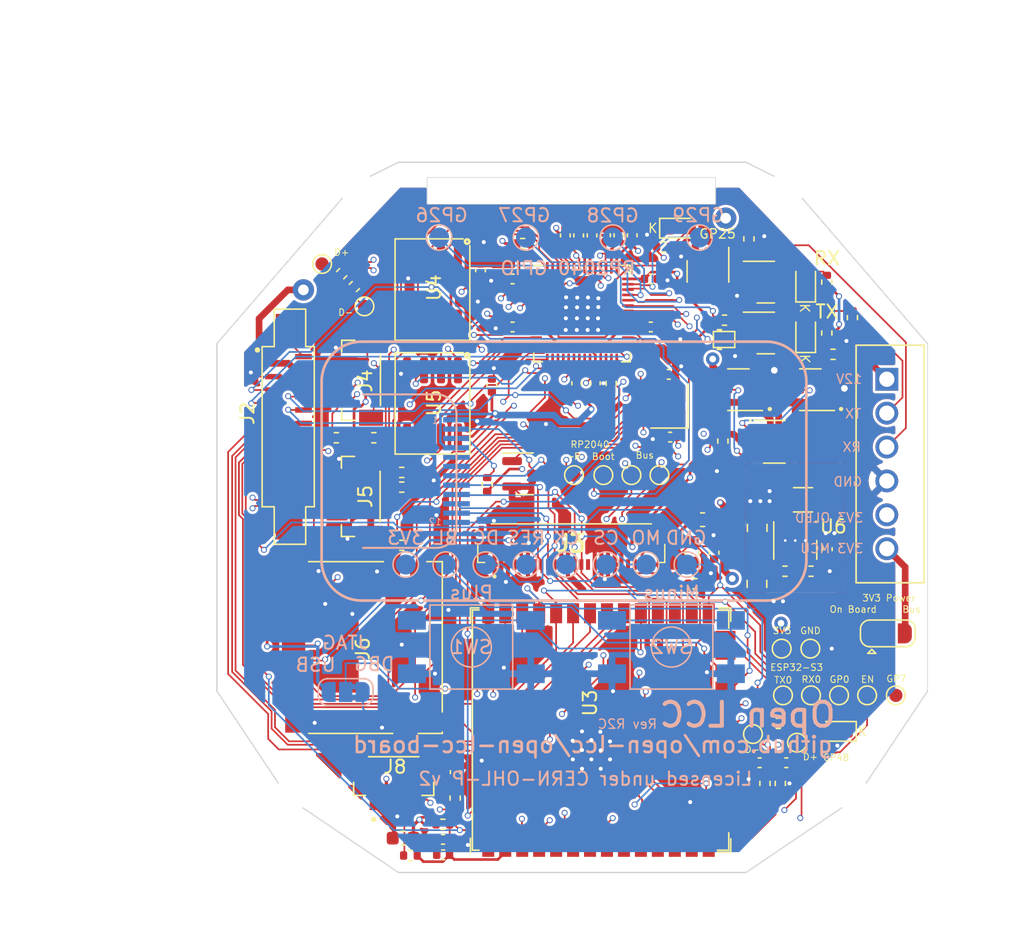
<source format=kicad_pcb>
(kicad_pcb (version 20221018) (generator pcbnew)
  (layers (0 "F.Cu" signal) (1 "In1.Cu" signal) (2 "In2.Cu" signal) (31 "B.Cu" signal) (34 "B.Paste" user) (35 "F.Paste" user) (36 "B.SilkS" user "B.Silkscreen") (37 "F.SilkS" user "F.Silkscreen") (38 "B.Mask" user) (39 "F.Mask" user) (44 "Edge.Cuts" user))
  (net 0 "")
  (net 1 "Net-(U6-SS{slash}TR)")
  (net 2 "GND")
  (net 3 "RX_FROM_CONTROL_BOARD_5V")
  (net 4 "TX_TO_CONTROL_BOARD")
  (net 5 "Net-(J3-Pin_22)")
  (net 6 "Net-(D1-K)")
  (net 7 "Net-(D1-A)")
  (net 8 "Net-(D2-K)")
  (net 9 "Net-(D2-A)")
  (net 10 "SSD1309_MOSI")
  (net 11 "SSD1309_SCLK")
  (net 12 "SSD1309_DC")
  (net 13 "SSD1309_RES")
  (net 14 "SSD1309_CS")
  (net 15 "SW_MINUS")
  (net 16 "SW_PLUS")
  (net 17 "RX_FROM_CONTROL_BOARD_3V3")
  (net 18 "3V3_MCU")
  (net 19 "3V3_OLED")
  (net 20 "TX_TO_CONTROL_BOARD_MCU")
  (net 21 "Net-(J3-Pin_21)")
  (net 24 "ESP32_CTS0")
  (net 25 "RP2040_BOOTSEL")
  (net 26 "RP2040_ESP32_TX")
  (net 27 "RP2040_ESP32_RX")
  (net 28 "RP2040_ESP32_CTS")
  (net 29 "RP2040_ESP32_RTS")
  (net 30 "RP2040_QWIIC2_SDA")
  (net 31 "RP2040_QWIIC2_SCL")
  (net 32 "RP2040_QWIIC1_SDA")
  (net 33 "RP2040_QWIIC1_SCL")
  (net 34 "Net-(U2-XIN)")
  (net 35 "Net-(U2-XOUT)")
  (net 36 "RP2040_SWCLK")
  (net 37 "RP2040_SWD")
  (net 38 "RP2040_RESETn")
  (net 39 "RP2040_SET_D2")
  (net 40 "Net-(D5-A)")
  (net 41 "RP2040_QSPI_SD3")
  (net 42 "RP2040_QSPI_SCK")
  (net 43 "RP2040_QSPI_SD0")
  (net 44 "RP2040_QSPI_SD2")
  (net 45 "RP2040_QSPI_SD1")
  (net 46 "ESP32_EN")
  (net 47 "ESP32_RTS0")
  (net 48 "ESP32_GPIO46")
  (net 49 "ESP32_GPIO45")
  (net 50 "ESP32_GPIO0")
  (net 51 "Net-(JP1-C)")
  (net 52 "ESP32_TCK")
  (net 53 "ESP32_TDO")
  (net 54 "ESP32_TDI")
  (net 55 "ESP32_TMS")
  (net 56 "ESP32_RXD0")
  (net 57 "ESP32_TXD0")
  (net 58 "ESP32_USB_DN")
  (net 59 "RP2040_SET_SCLK")
  (net 60 "RP2040_SET_MOSI")
  (net 61 "RP2040_SET_MISO")
  (net 62 "RP2040_SET_CS")
  (net 63 "Net-(U6-FB)")
  (net 67 "Net-(U2-VREG_VOUT)")
  (net 68 "RP2040_SET_D3")
  (net 69 "RP2040_SD_DAT2")
  (net 70 "RP2040_SD_DAT1")
  (net 71 "RP2040_SD_CS_DAT3")
  (net 72 "RP2040_SD_MOSI_CMD")
  (net 73 "RP2040_SD_SCLK")
  (net 74 "RP2040_SD_MISO_DAT0")
  (net 75 "RP2040_SD_DET_B")
  (net 77 "VIN")
  (net 78 "+3V3")
  (net 79 "12V_OLED")
  (net 80 "RP2040_USB_DN")
  (net 81 "RP2040_USB_DP")
  (net 82 "RP2040_SERIAL_BOOT")
  (net 83 "/RP2040_USB_PRE_R_DP")
  (net 84 "/RP2040_USB_PRE_R_DN")
  (net 85 "ESP32_USB_DP")
  (net 86 "/ESP32_USB_PRE_R_DP")
  (net 87 "/ESP32_USB_PRE_R_DN")
  (net 89 "BACKLIGHT")
  (net 90 "Net-(D4-A)")
  (net 91 "Net-(U3-GPIO48{slash}SPICLK_N{slash}SUBSPICLK_N_DIFF)")
  (net 92 "Net-(J7-Pin_2)")
  (net 93 "Net-(J7-Pin_3)")
  (net 94 "3V3_OUT")
  (net 96 "Net-(U2-GPIO25)")
  (net 97 "ESP32_QWIIC_SCL")
  (net 98 "ESP32_QWIIC_SDA")
  (net 99 "Net-(U3-GPIO7{slash}TOUCH7{slash}ADC1_CH6)")
  (net 100 "Net-(U2-GPIO26_ADC0)")
  (net 101 "Net-(U2-GPIO27_ADC1)")
  (net 102 "Net-(U2-GPIO28_ADC2)")
  (net 103 "Net-(U2-GPIO29_ADC3)")
  (net 104 "VIN_DEBUG")
  (net 106 "Net-(Q6A-G)")
  (net 108 "Net-(Q6B-G)")
  (footprint "280372-1:TE_280372-1" (layer "F.Cu") (at 73.025 45.466 -90)
    (fp_text reference "J1" hide)
    (fp_text value "280372-1")
  )
  (footprint "FH34SRJ-24S-0.5SH_50:FH34SRJ24S05SH50" (layer "F.Cu") (at 49.4 51.4 180)
    (fp_text reference "J3")
    (fp_text value "Conn_01x24" hide)
  )
  (footprint "MountingHole:MountingHole_2.7mm" (layer "F.Cu") (at 28.702 69.977)
    (fp_text reference "H3" hide)
    (fp_text value "MountingHole")
  )
  (footprint "MountingHole:MountingHole_2.7mm" (layer "F.Cu") (at 70.231 69.977)
    (fp_text reference "H4" hide)
    (fp_text value "MountingHole" hide)
  )
  (footprint "MountingHole:MountingHole_2.7mm" (layer "F.Cu") (at 65.405 25.019)
    (fp_text reference "H2" hide)
    (fp_text value "MountingHole")
  )
  (footprint "MountingHole:MountingHole_2.7mm" (layer "F.Cu") (at 33.528 25.019)
    (fp_text reference "H1" hide)
    (fp_text value "MountingHole")
  )
  (footprint "LED_SMD:LED_0603_1608Metric" (layer "F.Cu") (at 66.95 31.84 90)
    (fp_text reference "D1" hide)
    (fp_text value "19-217/BHC-ZL1M2RY/3T")
  )
  (footprint "LED_SMD:LED_0603_1608Metric" (layer "F.Cu") (at 66.95 35.63 90)
    (fp_text reference "D2" hide)
    (fp_text value "19-217/BHC-ZL1M2RY/3T")
  )
  (footprint "Resistor_SMD:R_0402_1005Metric" (layer "F.Cu") (at 68.532 31.84 -90)
    (fp_text reference "R2" hide)
    (fp_text value "100R")
  )
  (footprint "Resistor_SMD:R_0402_1005Metric" (layer "F.Cu") (at 68.532 35.65 -90)
    (fp_text reference "R3" hide)
    (fp_text value "100R")
  )
  (footprint "Capacitor_SMD:C_0603_1608Metric" (layer "F.Cu") (at 58.45 52.095 90)
    (fp_text reference "C3" hide)
    (fp_text value "2.2 µF / 25V")
  )
  (footprint "Resistor_SMD:R_0402_1005Metric" (layer "F.Cu") (at 58.66 54.44 180)
    (fp_text reference "R1" hide)
    (fp_text value "910K")
  )
  (footprint "Package_TO_SOT_SMD:SOT-23" (layer "F.Cu") (at 63.96 31.84)
    (fp_text reference "Q1" hide)
    (fp_text value "2N7002")
  )
  (footprint "Package_TO_SOT_SMD:SOT-23" (layer "F.Cu") (at 63.96 35.65)
    (fp_text reference "Q2" hide)
    (fp_text value "2N7002")
  )
  (footprint "PCM_Diode_SMD_AKL:D_SOD-882_DFN1006-2" (layer "F.Cu") (at 60.84 36.14)
    (fp_text reference "D3" hide)
    (fp_text value "TPZ3V6C-1006" hide)
  )
  (footprint "Resistor_SMD:R_0402_1005Metric" (layer "F.Cu") (at 60.87 34.69)
    (fp_text reference "R4" hide)
    (fp_text value "220R")
  )
  (footprint "Resistor_SMD:R_0402_1005Metric" (layer "F.Cu") (at 69 37.25)
    (fp_text reference "R26" hide)
    (fp_text value "18K")
  )
  (footprint "BM04B-SRSS-TB_LF__SN_:JST_BM04B-SRSS-TB(LF)(SN)" (layer "F.Cu") (at 34.3805 47.9 -90)
    (fp_text reference "J5")
    (fp_text value "BM04B-SRSS-TB(LF)(SN)")
  )
  (footprint "Resistor_SMD:R_0402_1005Metric" (layer "F.Cu") (at 62.7 28.6 90)
    (fp_text reference "R21" hide)
    (fp_text value "10K")
  )
  (footprint "Capacitor_SMD:C_0603_1608Metric" (layer "F.Cu") (at 36.8 73.5)
    (fp_text reference "C28" hide)
    (fp_text value "22 uF, 10V, X5R")
  )
  (footprint "TestPoint:TestPoint_Pad_D1.0mm" (layer "F.Cu") (at 71.55 62.8)
    (fp_text reference "TP4" hide)
    (fp_text value "TestPoint_Small")
  )
  (footprint "Resistor_SMD:R_0402_1005Metric" (layer "F.Cu") (at 36.7 47.2 180)
    (fp_text reference "R13" hide)
    (fp_text value "4K7")
  )
  (footprint "Capacitor_SMD:C_0402_1005Metric" (layer "F.Cu") (at 45 35.2)
    (fp_text reference "C18" hide)
    (fp_text value "100 nF, 50V, X7R")
  )
  (footprint "TestPoint:TestPoint_Pad_D1.0mm" (layer "F.Cu") (at 73.7 62.8)
    (fp_text reference "TP13" hide)
    (fp_text value "TestPoint")
  )
  (footprint "Jumper:SolderJumper-3_P1.3mm_Bridged2Bar12_RoundedPad1.0x1.5mm" (layer "F.Cu") (at 73.1 58.1575)
    (fp_text reference "JP2" hide)
    (fp_text value "SolderJumper_3_Bridged12")
  )
  (footprint "Resistor_SMD:R_0402_1005Metric" (layer "F.Cu") (at 52.38 39.43 -90)
    (fp_text reference "R11" hide)
    (fp_text value "4K7")
  )
  (footprint "Connector_Card:microSD_HC_Hirose_DM3D-SF" (layer "F.Cu") (at 33.95 59.22 -90)
    (fp_text reference "J6")
    (fp_text value "Micro_SD_Card_Det2")
  )
  (footprint "Resistor_SMD:R_0402_1005Metric" (layer "F.Cu") (at 60.75 43.75 -90)
    (fp_text reference "R27" hide)
    (fp_text value "18K")
  )
  (footprint "PCM_Espressif:ESP32-S3-WROOM-1U" (layer "F.Cu") (at 51.44 65.4 90)
    (fp_text reference "U3")
    (fp_text value "ESP32-S3-WROOM-1")
  )
  (footprint "Capacitor_SMD:C_0402_1005Metric" (layer "F.Cu") (at 39.79 73.59)
    (fp_text reference "C12" hide)
    (fp_text value "1 uF, 16V")
  )
  (footprint "Resistor_SMD:R_0402_1005Metric" (layer "F.Cu") (at 67.35 53.5 180)
    (fp_text reference "R19" hide)
    (fp_text value "10K")
  )
  (footprint "Resistor_SMD:R_0402_1005Metric" (layer "F.Cu") (at 64.9 64.9)
    (fp_text reference "R12" hide)
    (fp_text value "100R")
  )
  (footprint "TestPoint:TestPoint_Pad_D1.0mm" (layer "F.Cu") (at 33.909 33.655)
    (fp_text reference "TP8" hide)
    (fp_text value "TestPoint_Small")
  )
  (footprint "Capacitor_SMD:C_0402_1005Metric" (layer "F.Cu") (at 60.09 52.11 90)
    (fp_text reference "C4" hide)
    (fp_text value "1 uF, 16V")
  )
  (footprint "Capacitor_SMD:C_0402_1005Metric" (layer "F.Cu") (at 51.2 39.42 -90)
    (fp_text reference "C14" hide)
    (fp_text value "100 nF, 50V, X7R")
  )
  (footprint "Resistor_SMD:R_0402_1005Metric" (layer "F.Cu") (at 40.7 70.5 90)
    (fp_text reference "R24" hide)
    (fp_text value "4K7")
  )
  (footprint "Resistor_SMD:R_0402_1005Metric" (layer "F.Cu") (at 32.200624 31.209376 45)
    (fp_text reference "R5" hide)
    (fp_text value "27R")
  )
  (footprint "BM04B-SRSS-TB_LF__SN_:JST_BM04B-SRSS-TB(LF)(SN)" (layer "F.Cu") (at 34.4055 39.2 -90)
    (fp_text reference "J4")
    (fp_text value "BM04B-SRSS-TB(LF)(SN)")
  )
  (footprint "Capacitor_SMD:C_0402_1005Metric" (layer "F.Cu") (at 56.8 43.45 180)
    (fp_text reference "C7" hide)
    (fp_text value "12 pF")
  )
  (footprint "TestPoint:TestPoint_Pad_D1.0mm" (layer "F.Cu") (at 66.3 66.35)
    (fp_text reference "TP29" hide)
    (fp_text value "TestPoint_Small")
  )
  (footprint "Resistor_SMD:R_0402_1005Metric" (layer "F.Cu") (at 63.9 69.4 -90)
    (fp_text reference "R14" hide)
    (fp_text value "0R")
  )
  (footprint "TestPoint:TestPoint_Pad_D1.0mm" (layer "F.Cu") (at 65.15 59.3)
    (fp_text reference "TP18" hide)
    (fp_text value "TestPoint")
  )
  (footprint "Package_TO_SOT_SMD:SOT-23" (layer "F.Cu") (at 45.9 46.2)
    (fp_text reference "Q4" hide)
    (fp_text value "2N7002")
  )
  (footprint "TestPoint:TestPoint_Pad_D1.0mm" (layer "F.Cu") (at 51.8 46.3)
    (fp_text reference "TP6" hide)
    (fp_text value "TestPoint_Small")
  )
  (footprint "Package_LGA:Texas_SIL0008D_MicroSiP-8-1EP_2.8x3mm_P0.65mm_EP1.1x1.9mm_ThermalVias" (layer "F.Cu") (at 66.17 51.2 -90)
    (fp_text reference "U6")
    (fp_text value "TPS82130")
  )
  (footprint "Capacitor_SMD:C_0402_1005Metric" (layer "F.Cu") (at 55.36 31.6 180)
    (fp_text reference "C19" hide)
    (fp_text value "100 nF, 50V, X7R")
  )
  (footprint "Capacitor_SMD:C_0402_1005Metric" (layer "F.Cu") (at 49.95 28.34 -90)
    (fp_text reference "C15" hide)
    (fp_text value "100 nF, 50V, X7R")
  )
  (footprint "2N7002:FPC_24" (layer "F.Cu") (at 28.194 42.672 -90)
    (fp_text reference "J2")
    (fp_text value "F0503-ZV-24-20T-R")
  )
  (footprint "Capacitor_SMD:C_0402_1005Metric" (layer "F.Cu") (at 50.95 28.34 90)
    (fp_text reference "C21" hide)
    (fp_text value "100 nF, 50V, X7R")
  )
  (footprint "TestPoint:TestPoint_Pad_D1.0mm" (layer "F.Cu") (at 65.25 62.8)
    (fp_text reference "TP2" hide)
    (fp_text value "TestPoint_Small")
  )
  (footprint "Package_SO:TSOP-6_1.65x3.05mm_P0.95mm" (layer "F.Cu") (at 64.6 43.8)
    (fp_text reference "Q6" hide)
    (fp_text value "NTGD3148NT1G")
  )
  (footprint "Capacitor_SMD:C_0603_1608Metric" (layer "F.Cu") (at 59.23 49.64)
    (fp_text reference "C1" hide)
    (fp_text value "2.2 µF / 25V")
  )
  (footprint "Capacitor_SMD:C_0402_1005Metric" (layer "F.Cu") (at 55.35 35.2 180)
    (fp_text reference "C20" hide)
    (fp_text value "100 nF, 50V, X7R")
  )
  (footprint "Resistor_SMD:R_0402_1005Metric" (layer "F.Cu") (at 34.61 43.5 180)
    (fp_text reference "R17" hide)
    (fp_text value "4K7")
  )
  (footprint "Resistor_SMD:R_0402_1005Metric" (layer "F.Cu") (at 45.75 28.95 180)
    (fp_text reference "R10" hide)
    (fp_text value "4K7")
  )
  (footprint "Resistor_SMD:R_0402_1005Metric" (layer "F.Cu") (at 65.05 69.4 -90)
    (fp_text reference "R7" hide)
    (fp_text value "0R")
  )
  (footprint "LED_SMD:LED_0603_1608Metric" (layer "F.Cu") (at 69.25 65.5 180)
    (fp_text reference "D4" hide)
    (fp_text value "19-217/BHC-ZL1M2RY/3T")
  )
  (footprint "Capacitor_SMD:C_0402_1005Metric" (layer "F.Cu") (at 48.95 28.34 90)
    (fp_text reference "C13" hide)
    (fp_text value "100 nF, 50V, X7R")
  )
  (footprint "Resistor_SMD:R_0402_1005Metric" (layer "F.Cu") (at 56.3 29.2)
    (fp_text reference "R23" hide)
    (fp_text value "100R")
  )
  (footprint "TestPoint:TestPoint_Pad_D1.0mm" (layer "F.Cu") (at 53.9 46.3)
    (fp_text reference "TP9" hide)
    (fp_text value "TestPoint_Small")
  )
  (footprint "Capacitor_SMD:C_0402_1005Metric" (layer "F.Cu") (at 49.8 39.42 90)
    (fp_text reference "C16" hide)
    (fp_text value "100 nF, 50V, X7R")
  )
  (footprint "Capacitor_SMD:C_0402_1005Metric" (layer "F.Cu") (at 43.45 39.58 -90)
    (fp_text reference "C10" hide)
    (fp_text value "100 nF, 50V, X7R")
  )
  (footprint "Resistor_SMD:R_0402_1005Metric" (layer "F.Cu") (at 43.1 47 90)
    (fp_text reference "R18" hide)
    (fp_text value "10R")
  )
  (footprint "Package_DFN_QFN:QFN-56-1EP_7x7mm_P0.4mm_EP3.2x3.2mm" (layer "F.Cu") (at 50.2 34.2)
    (fp_text reference "U2" hide)
    (fp_text value "RP2040")
  )
  (footprint "TestPoint:TestPoint_Pad_D1.0mm" (layer "F.Cu") (at 69.45 62.8)
    (fp_text reference "TP3" hide)
    (fp_text value "TestPoint_Small")
  )
  (footprint "Resistor_SMD:R_0402_1005Metric" (layer "F.Cu") (at 65.4 53.5)
    (fp_text reference "R20" hide)
    (fp_text value "31K6")
  )
  (footprint "Capacitor_SMD:C_0805_2012Metric" (layer "F.Cu") (at 63.3 54.45 -90)
    (fp_text reference "C25" hide)
    (fp_text value "22 uF, 10V, X7T")
  )
  (footprint "Capacitor_SMD:C_0402_1005Metric" (layer "F.Cu") (at 45 31.6)
    (fp_text reference "C17" hide)
    (fp_text value "100 nF, 50V, X7R")
  )
  (footprint "TestPoint:TestPoint_Pad_D1.0mm" (layer "F.Cu") (at 67.3 59.3)
    (fp_text reference "TP17" hide)
    (fp_text value "TestPoint")
  )
  (footprint "Resistor_SMD:R_0402_1005Metric" (layer "F.Cu") (at 39.78 72.46)
    (fp_text reference "R9" hide)
    (fp_text value "10K")
  )
  (footprint "TestPoint:TestPoint_Pad_D1.0mm" (layer "F.Cu") (at 49.6 46.3)
    (fp_text reference "TP5" hide)
    (fp_text value "TestPoint_Small")
  )
  (footprint "Capacitor_SMD:C_0402_1005Metric" (layer "F.Cu") (at 53.96 28.33 90)
    (fp_text reference "C22" hide)
    (fp_text value "100 nF, 50V, X7R")
  )
  (footprint "Resistor_SMD:R_0402_1005Metric" (layer "F.Cu") (at 33.15 32.17 45)
    (fp_text reference "R6" hide)
    (fp_text value "27R")
  )
  (footprint "Resistor_SMD:R_0402_1005Metric" (layer "F.Cu") (at 37.35 74.8)
    (fp_text reference "R25" hide)
    (fp_text value "4K7")
  )
  (footprint "Capacitor_SMD:C_0805_2012Metric" (layer "F.Cu") (at 63.32 50.25 90)
    (fp_text reference "C27" hide)
    (fp_text value "22 uF, 10V, X7T")
  )
  (footprint "Resistor_SMD:R_0402_1005Metric" (layer "F.Cu") (at 36.7 46.1 180)
    (fp_text reference "R15" hide)
    (fp_text value "4K7")
  )
  (footprint "Capacitor_SMD:C_0402_1005Metric" (layer "F.Cu") (at 63.5 67.85 180)
    (fp_text reference "C5" hide)
    (fp_text value "NC")
  )
  (footprint "LED_SMD:LED_0603_1608Metric" (layer "F.Cu") (at 57.5 27.8)
    (fp_text reference "D5" hide)
    (fp_text value "19-217/BHC-ZL1M2RY/3T")
  )
  (footprint "Capacitor_SMD:C_0402_1005Metric" (layer "F.Cu") (at 51.96 28.33 90)
    (fp_text reference "C11" hide)
    (fp_text value "1 uF, 16V")
  )
  (footprint "TestPoint:TestPoint_Pad_D1.0mm" (layer "F.Cu") (at 63 65.7)
    (fp_text reference "TP28" hide)
    (fp_text value "TestPoint_Small")
  )
  (footprint "Resistor_SMD:R_0402_1005Metric" (layer "F.Cu") (at 36.703 51.562)
    (fp_text reference "R8" hide)
    (fp_text value "4K7")
  )
  (footprint "Capacitor_SMD:C_0402_1005Metric" (layer "F.Cu") (at 68.57 51.85 90)
    (fp_text reference "C26" hide)
    (fp_text value "5.6 nF, 50V, C0G")
  )
  (footprint "Resistor_SMD:R_0402_1005Metric" (layer "F.Cu") (at 70.45 34.5 -90)
    (fp_text reference "R22" hide)
    (fp_text value "10K")
  )
  (footprint "Capacitor_SMD:C_0402_1005Metric" (layer "F.Cu") (at 65.5 67.85 180)
    (fp_text reference "C6" hide)
    (fp_text value "NC")
  )
  (footprint "Capacitor_SMD:C_0402_1005Metric" (layer "F.Cu") (at 52.96 28.33 90)
    (fp_text reference "C23" hide)
    (fp_text value "1 uF, 16V")
  )
  (footprint "Capacitor_SMD:C_0402_1005Metric" (layer "F.Cu") (at 56.7 38.75)
    (fp_text reference "C2" hide)
    (fp_text value "12 pF")
  )
  (footprint "Resistor_SMD:R_0402_1005Metric" (layer "F.Cu") (at 31.8 43.5)
    (fp_text reference "R16" hide)
    (fp_text value "4K7")
  )
  (footprint "TestPoint:TestPoint_Pad_D1.0mm" (layer "F.Cu") (at 56 46.3)
    (fp_text reference "TP10" hide)
    (fp_text value "TestPoint_Small")
  )
  (footprint "Capacitor_SMD:C_0402_1005Metric" (layer "F.Cu") (at 39.8 74.75)
    (fp_text reference "C24" hide)
    (fp_text value "100 nF, 50V, X7R")
  )
  (footprint "Package_TO_SOT_SMD:TSOT-23-6" (layer "F.Cu") (at 67.3 39.9 180)
    (fp_text reference "U1" hide)
    (fp_text value "LM5050-1")
  )
  (footprint "Capacitor_SMD:C_0402_1005Metric" (layer "F.Cu") (at 42.6 30.95 -90)
    (fp_text reference "C9" hide)
    (fp_text value "100 nF, 50V, X7R")
  )
  (footprint "Capacitor_SMD:C_0402_1005Metric" (layer "F.Cu") (at 40.7 68.55 -90)
    (fp_text reference "C8" hide)
    (fp_text value "1 uF, 16V")
  )
  (footprint "Package_TO_SOT_SMD:TSOT-23-6" (layer "F.Cu") (at 61.9125 39.9 180)
    (fp_text reference "U8" hide)
    (fp_text value "LM5050-1")
  )
  (footprint "TestPoint:TestPoint_Pad_D1.0mm" (layer "F.Cu") (at 30.734 30.48)
    (fp_text reference "TP7" hide)
    (fp_text value "TestPoint_Small")
  )
  (footprint "Package_TO_SOT_SMD:SOT-23-5" (layer "F.Cu") (at 59.63 31.04 -90)
    (fp_text reference "U7" hide)
    (fp_text value "74LVC1G125")
  )
  (footprint "PCM_Package_SO_AKL:SOIC-8_3.9x4.9mm_P1.27mm" (layer "F.Cu") (at 39.005 40.925 -90)
    (fp_text reference "U5")
    (fp_text value "W25Q16JVSNIQ (Opt. Settings flash)" hide)
  )
  (footprint "Crystal:Crystal_SMD_2520-4Pin_2.5x2.0mm" (layer "F.Cu") (at 56.75 41.125 90)
    (fp_text reference "Y1" hide)
    (fp_text value "XYDBPCNANF-12MHZ")
  )
  (footprint "PCM_Package_SO_AKL:SOIC-8_3.9x4.9mm_P1.27mm" (layer "F.Cu") (at 39 32.4 -90)
    (fp_text reference "U4")
    (fp_text value "W25Q16JVSNIQ (Program Flash)" hide)
  )
  (footprint "Capacitor_SMD:C_1206_3216Metric" (layer "F.Cu") (at 66.75 48.15)
    (fp_text reference "C33" hide)
    (fp_text value "10 μF, 25 V, X7R")
  )
  (footprint "BM04B-SRSS-TB_LF__SN_:JST_BM04B-SRSS-TB(LF)(SN)" (layer "F.Cu") (at 36.1 68.1)
    (fp_text reference "J8")
    (fp_text value "BM04B-SRSS-TB(LF)(SN)")
  )
  (footprint "TestPoint:TestPoint_Pad_D1.0mm" (layer "F.Cu") (at 67.35 62.8)
    (fp_text reference "TP1" hide)
    (fp_text value "TestPoint_Small")
  )
  (footprint "SW_Push_ADTSMW65:ADTSMW65" (layer "B.Cu") (at 56.896 59.182)
    (fp_text reference "SW2")
    (fp_text value "SW_Push")
  )
  (footprint "SW_Push_ADTSMW65:ADTSMW65" (layer "B.Cu") (at 41.91 59.182)
    (fp_text reference "SW1")
    (fp_text value "SW_Push")
  )
  (footprint "Jumper:SolderJumper-3_P1.3mm_Bridged2Bar12_RoundedPad1.0x1.5mm_NumberLabels" (layer "B.Cu") (at 32.5 62.55 180)
    (fp_text reference "JP1" hide)
    (fp_text value "SolderJumper_3_Bridged12")
  )
  (footprint "TestPoint:TestPoint_Pad_D1.5mm" (layer "B.Cu") (at 49 53 180)
    (fp_text reference "TP23" hide)
    (fp_text value "TestPoint_Small")
  )
  (footprint "TestPoint:TestPoint_Pad_D1.5mm" (layer "B.Cu") (at 39.5 28.5 180)
    (fp_text reference "TP14" hide)
    (fp_text value "TestPoint")
  )
  (footprint "TestPoint:TestPoint_Pad_D1.5mm" (layer "B.Cu") (at 40 53 180)
    (fp_text reference "TP27" hide)
    (fp_text value "TestPoint_Small")
  )
  (footprint "TestPoint:TestPoint_Pad_D1.5mm" (layer "B.Cu") (at 58.05 53 180)
    (fp_text reference "TP20" hide)
    (fp_text value "TestPoint_Small")
  )
  (footprint "TestPoint:TestPoint_Pad_D1.5mm" (layer "B.Cu") (at 37 53 180)
    (fp_text reference "TP26" hide)
    (fp_text value "TestPoint_Small")
  )
  (footprint "TFT_1.47IN_172X320_12P:TFT_1.47IN_172X320_12P" (layer "B.Cu") (at 49.8 46 90)
    (fp_text reference "J7" hide)
    (fp_text value "Conn_01x12" hide)
  )
  (footprint "TestPoint:TestPoint_Pad_D1.5mm" (layer "B.Cu") (at 55 53 180)
    (fp_text reference "TP22" hide)
    (fp_text value "TestPoint_Small")
  )
  (footprint "TestPoint:TestPoint_Pad_D1.5mm" (layer "B.Cu") (at 59 28.5 180)
    (fp_text reference "TP19" hide)
    (fp_text value "TestPoint")
  )
  (footprint "TestPoint:TestPoint_Pad_D1.5mm" (layer "B.Cu") (at 52 53 180)
    (fp_text reference "TP24" hide)
    (fp_text value "TestPoint_Small")
  )
  (footprint "TestPoint:TestPoint_Pad_D1.5mm" (layer "B.Cu") (at 46 28.5 180)
    (fp_text reference "TP15" hide)
    (fp_text value "TestPoint")
  )
  (footprint "TestPoint:TestPoint_Pad_D1.5mm" (layer "B.Cu") (at 43 53 180)
    (fp_text reference "TP25" hide)
    (fp_text value "TestPoint_Small")
  )
  (footprint "TestPoint:TestPoint_Pad_D1.5mm" (layer "B.Cu") (at 52.5 28.5 180)
    (fp_text reference "TP16" hide)
    (fp_text value "TestPoint")
  )
  (footprint "TestPoint:TestPoint_Pad_D1.5mm" (layer "B.Cu") (at 46 53 180)
    (fp_text reference "TP21" hide)
    (fp_text value "TestPoint_Small")
  )
  (gr_line (start 33.147 24.511) (end 36.449 22.86) (stroke (width 0.1)) (layer "Edge.Cuts"))
  (gr_line (start 28.194 70.485) (end 22.86 62.484) (stroke (width 0.1)) (layer "Edge.Cuts"))
  (gr_line (start 62.484 22.86) (end 65.786 24.511) (stroke (width 0.1)) (layer "Edge.Cuts"))
  (gr_line (start 22.86 36.449) (end 33.147 24.511) (stroke (width 0.1)) (layer "Edge.Cuts"))
  (gr_rect (start 38.6 24) (end 60.2 26) (stroke (width 0.05)) (fill none) (layer "Edge.Cuts"))
  (gr_line (start 65.786 24.511) (end 76.073 36.449) (stroke (width 0.1)) (layer "Edge.Cuts"))
  (gr_line (start 62.484 76.073) (end 36.449 76.073) (stroke (width 0.1)) (layer "Edge.Cuts"))
  (gr_line (start 76.073 62.484) (end 70.739 70.485) (stroke (width 0.1)) (layer "Edge.Cuts"))
  (gr_line (start 76.073 62.484) (end 76.073 36.449) (stroke (width 0.05)) (layer "Edge.Cuts"))
  (gr_line (start 70.739 70.485) (end 62.484 76.073) (stroke (width 0.1)) (layer "Edge.Cuts"))
  (gr_line (start 36.449 76.073) (end 28.194 70.485) (stroke (width 0.1)) (layer "Edge.Cuts"))
  (gr_line (start 22.86 62.484) (end 22.86 36.449) (stroke (width 0.1)) (layer "Edge.Cuts"))
  (gr_line (start 36.449 22.86) (end 62.484 22.86) (stroke (width 0.1)) (layer "Edge.Cuts"))
  (gr_text "CK" (at 49 51) (layer "B.SilkS") (effects (font (size 1 1)) (justify mirror)))
  (gr_text "Licensed under CERN-OHL-P v2" (at 50.45 69.05) (layer "B.SilkS") (effects (font (size 1 1)) (justify mirror)))
  (gr_text "Minus" (at 56.896 55.118) (layer "B.SilkS") (effects (font (size 1 1)) (justify mirror)))
  (gr_text "Open LCC" (at 62.6 64.262) (layer "B.SilkS") (effects (font (size 1.8 1.8) (thickness 0.3)) (justify mirror)))
  (gr_text "Plus" (at 41.91 55.118) (layer "B.SilkS") (effects (font (size 1 1)) (justify mirror)))
  (gr_text "GP28" (at 52.5 26.85) (layer "B.SilkS") (effects (font (size 1 1)) (justify mirror)))
  (gr_text "3V3" (at 37 51) (layer "B.SilkS") (effects (font (size 1 1)) (justify mirror)))
  (gr_text "RES" (at 46 51) (layer "B.SilkS") (effects (font (size 1 1)) (justify mirror)))
  (gr_text "GP29" (at 58.92 26.83) (layer "B.SilkS") (effects (font (size 1 1)) (justify mirror)))
  (gr_text "1" (at 39.2 42.2) (layer "B.SilkS") (effects (font (size 0.5 0.5) (thickness 0.07)) (justify mirror)))
  (gr_text "USB" (at 31.85 61.1) (layer "B.SilkS") (effects (font (size 1 1)) (justify left bottom mirror)))
  (gr_text "BL" (at 40 51) (layer "B.SilkS") (effects (font (size 1 1)) (justify mirror)))
  (gr_text "GND" (at 58 51) (layer "B.SilkS") (effects (font (size 1 1)) (justify mirror)))
  (gr_text "12" (at 39.2 49.8) (layer "B.SilkS") (effects (font (size 0.5 0.5) (thickness 0.07)) (justify mirror)))
  (gr_text "github.com/open-lcc/open-lcc-board" (at 51 66.5) (layer "B.SilkS") (effects (font (size 1.2 1.2) (thickness 0.2)) (justify mirror)))
  (gr_text "3V3 OLED" (at 68.7 49.5) (layer "B.SilkS") (effects (font (size 0.7 0.7) (thickness 0.1)) (justify mirror)))
  (gr_text "GP27" (at 45.88 26.83) (layer "B.SilkS") (effects (font (size 1 1)) (justify mirror)))
  (gr_text "CS" (at 52 51) (layer "B.SilkS") (effects (font (size 1 1)) (justify mirror)))
  (gr_text "MO" (at 55 51) (layer "B.SilkS") (effects (font (size 1 1)) (justify mirror)))
  (gr_text "DBG" (at 36.25 61.05) (layer "B.SilkS") (effects (font (size 1 1)) (justify left bottom mirror)))
  (gr_text "GP26" (at 39.69 26.83) (layer "B.SilkS") (effects (font (size 1 1)) (justify mirror)))
  (gr_text "3V3 MCU" (at 68.9 51.8) (layer "B.SilkS") (effects (font (size 0.7 0.7) (thickness 0.1)) (justify mirror)))
  (gr_text "12V" (at 70.2 39.1) (layer "B.SilkS") (effects (font (size 0.7 0.7) (thickness 0.1)) (justify mirror)))
  (gr_text "Rev R2C" (at 53.6 64.95) (layer "B.SilkS") (effects (font (size 0.7 0.7) (thickness 0.1)) (justify mirror)))
  (gr_text "TX" (at 70.5 41.7) (layer "B.SilkS") (effects (font (size 0.7 0.7) (thickness 0.1)) (justify mirror)))
  (gr_text "RP2040 GPIO" (at 49.15 30.8) (layer "B.SilkS") (effects (font (size 1 1)) (justify mirror)))
  (gr_text "DC" (at 43 51) (layer "B.SilkS") (effects (font (size 1 1)) (justify mirror)))
  (gr_text "RX" (at 70.4 44.196) (layer "B.SilkS") (effects (font (size 0.7 0.7) (thickness 0.1)) (justify mirror)))
  (gr_text "JTAG" (at 34.25 59.45) (layer "B.SilkS") (effects (font (size 1 1)) (justify left bottom mirror)))
  (gr_text "GND" (at 70.1 46.8) (layer "B.SilkS") (effects (font (size 0.7 0.7) (thickness 0.1)) (justify mirror)))
  (gr_text "K" (at 66.87 33.79 -90) (layer "F.SilkS") (effects (font (size 0.7 0.7) (thickness 0.1))))
  (gr_text "Boot" (at 50.9 45.2) (layer "F.SilkS") (effects (font (size 0.5 0.5) (thickness 0.07)) (justify left bottom)))
  (gr_text "GP25" (at 60.35 28.22) (layer "F.SilkS") (effects (font (size 0.7 0.7) (thickness 0.1))))
  (gr_text "3V3 Power" (at 71.15 55.8) (layer "F.SilkS") (effects (font (size 0.5 0.5) (thickness 0.07)) (justify left bottom)))
  (gr_text "EN" (at 71.05 61.9) (layer "F.SilkS") (effects (font (size 0.5 0.5) (thickness 0.07)) (justify left bottom)))
  (gr_text "3V3" (at 64.45 58.25) (layer "F.SilkS") (effects (font (size 0.5 0.5) (thickness 0.07)) (justify left bottom)))
  (gr_text "GP7" (at 72.95 61.85) (layer "F.SilkS") (effects (font (size 0.5 0.5) (thickness 0.07)) (justify left bottom)))
  (gr_text "TX0" (at 64.55 61.95) (layer "F.SilkS") (effects (font (size 0.5 0.5) (thickness 0.07)) (justify left bottom)))
  (gr_text "Bus" (at 74.15 56.65) (layer "F.SilkS") (effects (font (size 0.5 0.5) (thickness 0.07)) (justify left bottom)))
  (gr_text "GP0" (at 68.7 61.9) (layer "F.SilkS") (effects (font (size 0.5 0.5) (thickness 0.07)) (justify left bottom)))
  (gr_text "~R" (at 49.2 45.2) (layer "F.SilkS") (effects (font (size 0.5 0.5) (thickness 0.07)) (justify left bottom)))
  (gr_text "K" (at 66.88 37.59 -90) (layer "F.SilkS") (effects (font (size 0.7 0.7) (thickness 0.1))))
  (gr_text "RX0" (at 66.6 61.9) (layer "F.SilkS") (effects (font (size 0.5 0.5) (thickness 0.07)) (justify left bottom)))
  (gr_text "RX" (at 68.54 30.05) (layer "F.SilkS") (effects (font (size 1 1))))
  (gr_text "ESP32-S3" (at 64.25 61) (layer "F.SilkS") (effects (font (size 0.5 0.5) (thickness 0.07)) (justify left bottom)))
  (gr_text "Bus" (at 54.9 45.1) (layer "F.SilkS") (effects (font (size 0.5 0.5) (thickness 0.07)) (justify bottom)))
  (gr_text "D+" (at 31.6 29.9) (layer "F.SilkS") (effects (font (size 0.5 0.5) (thickness 0.07)) (justify left bottom)))
  (gr_text "D-" (at 31.9 34.4) (layer "F.SilkS") (effects (font (size 0.5 0.5) (thickness 0.07)) (justify left bottom)))
  (gr_text "RP2040" (at 49.3 44.3) (layer "F.SilkS") (effects (font (size 0.5 0.5) (thickness 0.07)) (justify left bottom)))
  (gr_text "D+" (at 66.7 67.7) (layer "F.SilkS") (effects (font (size 0.5 0.5) (thickness 0.07)) (justify left bottom)))
  (gr_text "On Board" (at 68.7 56.65) (layer "F.SilkS") (effects (font (size 0.5 0.5) (thickness 0.07)) (justify left bottom)))
  (gr_text "GP48" (at 68.2 67.75) (layer "F.SilkS") (effects (font (size 0.5 0.5) (thickness 0.07)) (justify left bottom)))
  (gr_text "K" (at 71.2 65.5) (layer "F.SilkS") (effects (font (size 0.7 0.7) (thickness 0.1))))
  (gr_text "GND" (at 66.5 58.25) (layer "F.SilkS") (effects (font (size 0.5 0.5) (thickness 0.07)) (justify left bottom)))
  (gr_text "TX" (at 68.54 34.05) (layer "F.SilkS") (effects (font (size 1 1))))
  (gr_text "K" (at 55.5 27.8) (layer "F.SilkS") (effects (font (size 0.7 0.7) (thickness 0.1))))
  (gr_text "D-" (at 62.35 67.15) (layer "F.SilkS") (effects (font (size 0.5 0.5) (thickness 0.07)) (justify left bottom)))
  (segment (start 67.2125 52.33) (end 67.145 52.2625) (width 0.25) (layer "F.Cu") (net 1))
  (segment (start 68.57 52.33) (end 67.2125 52.33) (width 0.25) (layer "F.Cu") (net 1))
  (segment (start 48.131606 41.843394) (end 47.5 42.475) (width 0.127) (layer "F.Cu") (net 2))
  (segment (start 40.67 68.1) (end 40.7 68.07) (width 0.127) (layer "F.Cu") (net 2))
  (segment (start 32.12 36.4) (end 31.77 36.75) (width 0.127) (layer "F.Cu") (net 2))
  (segment (start 37.1 38.45) (end 36.899635 38.45) (width 0.127) (layer "F.Cu") (net 2))
  (segment (start 27.094 45.922) (end 28.844 45.922) (width 0.127) (layer "F.Cu") (net 2))
  (segment (start 53.15 53) (end 51.15 53) (width 0.127) (layer "F.Cu") (net 2))
  (segment (start 30.025 56.895) (end 30.97 55.95) (width 0.127) (layer "F.Cu") (net 2))
  (segment (start 40.7 68.07) (end 42.308248 68.07) (width 0.127) (layer "F.Cu") (net 2))
  (segment (start 43.45 39.1) (end 43.597045 38.952955) (width 0.127) (layer "F.Cu") (net 2))
  (segment (start 30.165 64.845) (end 30.18 64.86) (width 0.127) (layer "F.Cu") (net 2))
  (segment (start 35.12604 53.245) (end 34.85052 53.52052) (width 0.127) (layer "F.Cu") (net 2))
  (segment (start 60.005 49.64) (end 60.005 50.755) (width 0.127) (layer "F.Cu") (net 2))
  (segment (start 59.371644 30.75) (end 58.68 30.058356) (width 0.127) (layer "F.Cu") (net 2))
  (segment (start 59.17 54.44) (end 59.17 52.04) (width 0.127) (layer "F.Cu") (net 2))
  (segment (start 63.02 67.85) (end 63.02 68.741104) (width 0.127) (layer "F.Cu") (net 2))
  (segment (start 63.02 68.741104) (end 62.680552 69.080552) (width 0.127) (layer "F.Cu") (net 2))
  (segment (start 31.8805 37.7) (end 31.8805 36.8605) (width 0.127) (layer "F.Cu") (net 2))
  (segment (start 57.625 38.305) (end 57.625 38.14753) (width 0.127) (layer "F.Cu") (net 2))
  (segment (start 48.789838 38.387097) (end 48.566552 38.387097) (width 0.127) (layer "F.Cu") (net 2))
  (segment (start 48.95 27.86) (end 53.95 27.86) (width 0.127) (layer "F.Cu") (net 2))
  (segment (start 49.15 51.345) (end 48.88 51.075) (width 0.127) (layer "F.Cu") (net 2))
  (segment (start 60.09 51.63) (end 60.09 50.84) (width 0.127) (layer "F.Cu") (net 2))
  (segment (start 58.68 30.058356) (end 58.68 29.9025) (width 0.127) (layer "F.Cu") (net 2))
  (segment (start 43.532145 31.6) (end 43.396045 31.7361) (width 0.127) (layer "F.Cu") (net 2))
  (segment (start 48.131606 38.822043) (end 48.131606 41.843394) (width 0.127) (layer "F.Cu") (net 2))
  (segment (start 63.469607 39.9) (end 63.05 39.9) (width 0.5) (layer "F.Cu") (net 2))
  (segment (start 50.9 65.5) (end 50.9 68.3) (width 0.127) (layer "F.Cu") (net 2))
  (segment (start 42.6 30.47) (end 42.6 29.0844) (width 0.127) (layer "F.Cu") (net 2))
  (segment (start 56.05 43.18) (end 56.32 43.45) (width 0.127) (layer "F.Cu") (net 2))
  (segment (start 34.6 38.8) (end 34.125 38.325) (width 0.127) (layer "F.Cu") (net 2))
  (segment (start 44.9625 47.15) (end 46.211232 48.398732) (width 0.127) (layer "F.Cu") (net 2))
  (segment (start 70.45 35.799998) (end 69.999999 36.249999) (width 0.127) (layer "F.Cu") (net 2))
  (segment (start 56.05 42) (end 56.05 43.18) (width 0.127) (layer "F.Cu") (net 2))
  (segment (start 60.09 50.84) (end 60.05 50.8) (width 0.127) (layer "F.Cu") (net 2))
  (segment (start 29.366 46.4) (end 29.344 46.422) (width 0.127) (layer "F.Cu") (net 2))
  (segment (start 69.322356 66.215144) (end 69.322356 66.568488) (width 0.127) (layer "F.Cu") (net 2))
  (segment (start 70.45 35.01) (end 70.45 35.799998) (width 0.127) (layer "F.Cu") (net 2))
  (segment (start 34.125 36.6805) (end 34.4055 36.4) (width 0.127) (layer "F.Cu") (net 2))
  (segment (start 34.3805 45.1) (end 32.019 45.1) (width 0.127) (layer "F.Cu") (net 2))
  (segment (start 41.56 74.1) (end 41.65 74.01) (width 0.127) (layer "F.Cu") (net 2))
  (segment (start 52.3 68.3) (end 49.5 68.3) (width 0.127) (layer "F.Cu") (net 2))
  (segment (start 56.5 31.6) (end 56.6 31.7) (width 0.127) (layer "F.Cu") (net 2))
  (segment (start 52.15 53) (end 52.15 53.855) (width 0.127) (layer "F.Cu") (net 2))
  (segment (start 34.125 38.325) (end 34.125 36.6805) (width 0.127) (layer "F.Cu") (net 2))
  (segment (start 56.32 43.45) (end 55.650008 43.45) (width 0.127) (layer "F.Cu") (net 2))
  (segment (start 36.325 53.245) (end 35.12604 53.245) (width 0.127) (layer "F.Cu") (net 2))
  (segment (start 56.2275 28.285) (end 55.07 28.285) (width 0.127) (layer "F.Cu") (net 2))
  (segment (start 65.98 67.85) (end 65.7365 68.0935) (width 0.127) (layer "F.Cu") (net 2))
  (segment (start 39.32 74.75) (end 39.97 74.1) (width 0.127) (layer "F.Cu") (net 2))
  (segment (start 58.68 29.9025) (end 57.6375 29.9025) (width 0.127) (layer "F.Cu") (net 2))
  (segment (start 64.6 38.769607) (end 63.469607 39.9) (width 0.5) (layer "F.Cu") (net 2))
  (segment (start 61.19 36.14) (end 61.65 36.6) (width 0.127) (layer "F.Cu") (net 2))
  (segment (start 52.3 65.5) (end 52.3 68.3) (width 0.127) (layer "F.Cu") (net 2))
  (segment (start 58.76 51.63) (end 60.09 51.63) (width 0.127) (layer "F.Cu") (net 2))
  (segment (start 67.3 59.3) (end 68.9 59.3) (width 0.127) (layer "F.Cu") (net 2))
  (segment (start 61.885 32.79) (end 61.81 32.865) (width 0.127) (layer "F.Cu") (net 2))
  (segment (start 49.15 53) (end 49.15 51.345) (width 0.127) (layer "F.Cu") (net 2))
  (segment (start 55.83 35.2) (end 56.44079 35.2) (width 0.127) (layer "F.Cu") (net 2))
  (segment (start 58.45 51.32) (end 58.76 51.63) (width 0.127) (layer "F.Cu") (net 2))
  (segment (start 51.8 39.9) (end 51.8 39.4115) (width 0.127) (layer "F.Cu") (net 2))
  (segment (start 34.4055 42) (end 34.6 41.8055) (width 0.127) (layer "F.Cu") (net 2))
  (segment (start 42.308248 68.07) (end 42.689124 67.689124) (width 0.127) (layer "F.Cu") (net 2))
  (segment (start 43.65 53.45) (end 44.5 54.3) (width 0.127) (layer "F.Cu") (net 2))
  (segment (start 61.65 36.6) (end 62.44 36.6) (width 0.127) (layer "F.Cu") (net 2))
  (segment (start 39.31 73.59) (end 39.31 74.09) (width 0.127) (layer "F.Cu") (net 2))
  (segment (start 49.5 65.5) (end 52.3 65.5) (width 0.127) (layer "F.Cu") (net 2))
  (segment (start 49.5 68.3) (end 49.5 65.5) (width 0.127) (layer "F.Cu") (net 2))
  (segment (start 34.6 71.1) (end 34.6 70.625) (width 0.127) (layer "F.Cu") (net 2))
  (segment (start 59.17 52.04) (end 58.45 51.32) (width 0.127) (layer "F.Cu") (net 2))
  (segment (start 44.52 31.6) (end 43.532145 31.6) (width 0.127) (layer "F.Cu") (net 2))
  (segment (start 44.65 53) (end 43.65 53) (width 0.127) (layer "F.Cu") (net 2))
  (segment (start 27.094 38.922) (end 25.714 38.922) (width 0.127) (layer "F.Cu") (net 2))
  (segment (start 57.18 38.75) (end 57.45 39.02) (width 0.127) (layer "F.Cu") (net 2))
  (segment (start 34.6 41.8055) (end 34.6 38.8) (width 0.127) (layer "F.Cu") (net 2))
  (segment (start 35.36681 71.86681) (end 34.6 71.1) (width 0.127) (layer "F.Cu") (net 2))
  (segment (start 33.014 50.7) (end 32.639 51.075) (width 0.127) (layer "F.Cu") (net 2))
  (segment (start 37.18 30.01) (end 37.18 31.56) (width 0.127) (layer "F.Cu") (net 2))
  (segment (start 69.85 39.8) (end 68.5375 39.8) (width 0.5) (layer "F.Cu") (net 2))
  (segment (start 49.5 66.9) (end 52.3 66.9) (width 0.127) (layer "F.Cu") (net 2))
  (segment (start 51.8 39.9) (end 49.8 39.9) (width 0.127) (layer "F.Cu") (net 2))
  (segment (start 30.465 53.495) (end 30.47 53.49) (width 0.127) (layer "F.Cu") (net 2))
  (segment (start 55.84 31.6) (end 56.5 31.6) (width 0.127) (layer "F.Cu") (net 2))
  (segment (start 55.15 53) (end 56.77 53) (width 0.127) (layer "F.Cu") (net 2))
  (segment (start 36.325 52.45) (end 36.325 53.245) (width 0.127) (layer "F.Cu") (net 2))
  (segment (start 39 65.195) (end 39.4 64.795) (width 0.127) (layer "F.Cu") (net 2))
  (segment (start 49.15 53) (end 48.65 53) (width 0.127) (layer "F.Cu") (net 2))
  (segment (start 64.6 38.45) (end 64.6 38.769607) (width 0.5) (layer "F.Cu") (net 2))
  (segment (start 43.18 56.65) (end 43.18 55.62) (width 0.127) (layer "F.Cu") (net 2))
  (segment (start 36.975 65.195) (end 39 65.195) (width 0.127) (layer "F.Cu") (net 2))
  (segment (start 28.725 53.495) (end 30.465 53.495) (width 0.127) (layer "F.Cu") (net 2))
  (segment (start 28.6 56.895) (end 30.025 56.895) (width 0.127) (layer "F.Cu") (net 2))
  (segment (start 43.18 74.15) (end 41.79 74.15) (width 0.127) (layer "F.Cu") (net 2))
  (segment (start 43.18 55.62) (end 44.5 54.3) (width 0.127) (layer "F.Cu") (net 2))
  (segment (start 46.15 51.442464) (end 46.211232 51.381232) (width 0.127) (layer "F.Cu") (net 2))
  (segment (start 56.44079 35.2) (end 57.354939 36.114149) (width 0.127) (layer "F.Cu") (net 2))
  (segment (start 52.34 39.9) (end 51.8 39.9) (width 0.127) (layer "F.Cu") (net 2))
  (segment (start 38.9 68.1) (end 40.67 68.1) (width 0.127) (layer "F.Cu") (net 2))
  (segment (start 46.211232 48.398732) (end 46.211232 51.381232) (width 0.127) (layer "F.Cu") (net 2))
  (segment (start 46.65 53) (end 46.15 53) (width 0.127) (layer "F.Cu") (net 2))
  (segment (start 60.58 29.9025) (end 60.58 30.058356) (width 0.127) (layer "F.Cu") (net 2))
  (segment (start 43.840404 35.2) (end 43.739795 35.300609) (width 0.127) (layer "F.Cu") (net 2))
  (segment (start 57.45 39.02) (end 57.45 40.25) (width 0.127) (layer "F.Cu") (net 2))
  (segment (start 56.77 53) (end 58.45 51.32) (width 0.127) (layer "F.Cu") (net 2))
  (segment (start 62.7 28.09) (end 63.54 28.09) (width 0.127) (layer "F.Cu") (net 2))
  (segment (start 68.5375 39.8) (end 68.4375 39.9) (width 0.5) (layer "F.Cu") (net 2))
  (segment (start 34.3805 50.7) (end 33.014 50.7) (width 0.127) (layer "F.Cu") (net 2))
  (segment (start 54.635 27.85) (end 55.07 28.285) (width 0.127) (layer "F.Cu") (net 2))
  (segment (start 56.7125 27.8) (end 56.2275 28.285) (width 0.127) (layer "F.Cu") (net 2))
  (segment (start 28.844 45.922) (end 29.344 46.422) (width 0.127) (layer "F.Cu") (net 2))
  (segment (start 46.15 53) (end 46.15 51.442464) (width 0.127) (layer "F.Cu") (net 2))
  (segment (start 48.566552 38.387097) (end 48.131606 38.822043) (width 0.127) (layer "F.Cu") (net 2))
  (segment (start 36.365 71.86681) (end 35.36681 71.86681) (width 0.127) (layer "F.Cu") (net 2))
  (segment (start 25.714 38.922) (end 25.4 38.608) (width 0.127) (layer "F.Cu") (net 2))
  (segment (start 62.44 36.6) (end 61.66 37.38) (width 0.127) (layer "F.Cu") (net 2))
  (segment (start 31.8555 46.4) (end 31.8555 45.2335) (width 0.127) (layer "F.Cu") (net 2))
  (segment (start 31.8805 36.8605) (end 31.77 36.75) (width 0.127) (layer "F.Cu") (net 2))
  (segment (start 57.18 38.75) (end 57.625 38.305) (width 0.127) (layer "F.Cu") (net 2))
  (segment (start 36.025 72.20681) (end 36.365 71.86681) (width 0.127) (layer "F.Cu") (net 2))
  (segment (start 53.95 27.86) (end 53.96 27.85) (width 0.127) (layer "F.Cu") (net 2))
  (segment (start 34.6 69.4) (end 33.3 68.1) (width 0.127) (layer "F.Cu") (net 2))
  (segment (start 36.975 65.195) (end 35.245 65.195) (width 0.127) (layer "F.Cu") (net 2))
  (segment (start 59.888356 30.75) (end 59.371644 30.75) (width 0.127) (layer "F.Cu") (net 2))
  (segment (start 28.725 64.845) (end 30.165 64.845) (width 0.127) (layer "F.Cu") (net 2))
  (segment (start 32.019 45.1) (end 32.004 45.085) (width 0.127) (layer "F.Cu") (net 2))
  (segment (start 60.58 30.058356) (end 59.888356 30.75) (width 0.127) (layer "F.Cu") (net 2))
  (segment (start 43.597045 38.952955) (end 43.597045 38.287889) (width 0.127) (layer "F.Cu") (net 2))
  (segment (start 63.54 28.09) (end 63.85 28.4) (width 0.127) (layer "F.Cu") (net 2))
  (segment (start 35.245 65.195) (end 35.22 65.22) (width 0.127) (layer "F.Cu") (net 2))
  (segment (start 36.899635 38.45) (end 36.6425 38.707135) (width 0.127) (layer "F.Cu") (net 2))
  (segment (start 57.6375 29.9025) (end 57.62 29.92) (width 0.127) (layer "F.Cu") (net 2))
  (segment (start 53.96 27.85) (end 54.635 27.85) (width 0.127) (layer "F.Cu") (net 2))
  (segment (start 42.6 29.0844) (end 42.8422 28.8422) (width 0.127) (layer "F.Cu") (net 2))
  (segment (start 34.4055 36.4) (end 32.12 36.4) (width 0.127) (layer "F.Cu") (net 2))
  (segment (start 31.8555 45.2335) (end 32.004 45.085) (width 0.127) (layer "F.Cu") (net 2))
  (segment (start 52.38 39.94) (end 52.34 39.9) (width 0.127) (layer "F.Cu") (net 2))
  (segment (start 65.7365 68.0935) (end 65.7365 69.4) (width 0.127) (layer "F.Cu") (net 2))
  (segment (start 43.65 53) (end 43.65 53.45) (width 0.127) (layer "F.Cu") (net 2))
  (segment (start 70.0375 65.5) (end 69.322356 66.215144) (width 0.127) (layer "F.Cu") (net 2))
  (segment (start 31.8555 46.4) (end 29.366 46.4) (width 0.127) (layer "F.Cu") (net 2))
  (segment (start 44.52 35.2) (end 43.840404 35.2) (width 0.127) (layer "F.Cu") (net 2))
  (segment (start 67.86 53.5) (end 68.75 53.5) (width 0.25) (layer "F.Cu") (net 2))
  (segment (start 36.025 73.5) (end 36.025 72.20681) (width 0.127) (layer "F.Cu") (net 2))
  (segment (start 57.354939 36.114149) (end 57.557603 36.114149) (width 0.127) (layer "F.Cu") (net 2))
  (segment (start 60.005 50.755) (end 60.05 50.8) (width 0.127) (layer "F.Cu") (net 2))
  (segment (start 37.213 51.562) (end 36.325 52.45) (width 0.127) (layer "F.Cu") (net 2))
  (segment (start 62.96 32.79) (end 61.885 32.79) (width 0.127) (layer "F.Cu") (net 2))
  (segment (start 37.095 29.925) (end 37.18 30.01) (width 0.127) (layer "F.Cu") (net 2))
  (segment (start 52.15 53.855) (end 51.91 54.095) (width 0.127) (layer "F.Cu") (net 2))
  (segment (start 49.2 37.6375) (end 49.2 37.976935) (width 0.127) (layer "F.Cu") (net 2))
  (segment (start 39.97 74.1) (end 41.56 74.1) (width 0.127) (layer "F.Cu") (net 2))
  (segment (start 55.650008 43.45) (end 55.500008 43.6) (width 0.127) (layer "F.Cu") (net 2))
  (segment (start 34.6 70.625) (end 34.6 69.4) (width 0.127) (layer "F.Cu") (net 2))
  (segment (start 39.31 74.09) (end 39.31 74.74) (width 0.127) (layer "F.Cu") (net 2))
  (segment (start 41.79 74.15) (end 41.65 74.01) (width 0.127) (layer "F.Cu") (net 2))
  (segment (start 49.2 37.976935) (end 48.789838 38.387097) (width 0.127) (layer "F.Cu") (net 2))
  (via (at 50.9 67.6) (size 0.45) (drill 0.3) (layers "F.Cu" "B.Cu") (net 2))
  (via (at 49.5 66.2) (size 0.45) (drill 0.3) (layers "F.Cu" "B.Cu") (net 2))
  (via (at 48.98 35.425) (size 0.45) (drill 0.3) (layers "F.Cu" "B.Cu") (net 2))
  (via (at 43.739795 35.300609) (size 0.45) (drill 0.3) (layers "F.Cu" "B.Cu") (net 2))
  (via (at 69.1 50.65) (size 0.45) (drill 0.3) (layers "F.Cu" "B.Cu") (net 2))
  (via (at 31.77 36.75) (size 0.45) (drill 0.3) (layers "F.Cu" "B.Cu") (net 2))
  (via (at 68.9 59.3) (size 0.45) (drill 0.3) (layers "F.Cu" "B.Cu") (net 2))
  (via (at 62.680552 69.080552) (size 0.45) (drill 0.3) (layers "F.Cu" "B.Cu") (net 2))
  (via (at 36.6425 38.707135) (size 0.45) (drill 0.3) (layers "F.Cu" "B.Cu") (net 2))
  (via (at 56.6 31.7) (size 0.45) (drill 0.3) (layers "F.Cu" "B.Cu") (net 2))
  (via (at 49 33.73) (size 0.45) (drill 0.3) (layers "F.Cu" "B.Cu") (net 2))
  (via (at 43.597045 38.287889) (size 0.45) (drill 0.3) (layers "F.Cu" "B.Cu") (net 2))
  (via (at 51.6 68.3) (size 0.45) (drill 0.3) (layers "F.Cu" "B.Cu") (net 2))
  (via (at 43.396045 31.7361) (size 0.45) (drill 0.3) (layers "F.Cu" "B.Cu") (net 2))
  (via (at 32.639 51.075) (size 0.45) (drill 0.3) (layers "F.Cu" "B.Cu") (net 2))
  (via (at 48.88 51.075) (size 0.45) (drill 0.3) (layers "F.Cu" "B.Cu") (net 2))
  (via (at 61.66 37.38) (size 0.45) (drill 0.3) (layers "F.Cu" "B.Cu") (net 2))
  (via (at 51.569669 65.530331) (size 0.45) (drill 0.3) (layers "F.Cu" "B.Cu") (net 2))
  (via (at 33 56.7) (size 0.45) (drill 0.3) (layers "F.Cu" "B.Cu") (net 2))
  (via (at 51.42 33.71) (size 0.45) (drill 0.3) (layers "F.Cu" "B.Cu") (net 2))
  (via (at 39.19 61.175) (size 0.45) (drill 0.3) (layers "F.Cu" "B.Cu") (net 2))
  (via (at 57.625 38.14753) (size 0.45) (drill 0.3) (layers "F.Cu" "B.Cu") (net 2))
  (via (at 69.322356 66.568488) (size 0.45) (drill 0.3) (layers "F.Cu" "B.Cu") (net 2))
  (via (at 55.500008 43.6) (size 0.45) (drill 0.3) (layers "F.Cu" "B.Cu") (net 2))
  (via (at 59.555 61.069124) (size 0.45) (drill 0.3) (layers "F.Cu" "B.Cu") (net 2))
  (via (at 52.294669 66.255331) (size 0.45) (drill 0.3) (layers "F.Cu" "B.Cu") (net 2))
  (via (at 48.99 34.55) (size 0.45) (drill 0.3) (layers "F.Cu" "B.Cu") (net 2))
  (via (at 43.6 49.725) (size 0.45) (drill 0.3) (layers "F.Cu" "B.Cu") (net 2))
  (via (at 49.82 34.55) (size 0.45) (drill 0.3) (layers "F.Cu" "B.Cu") (net 2))
  (via (at 55.07 28.285) (size 0.45) (drill 0.3) (layers "F.Cu" "B.Cu") (net 2))
  (via (at 49.81 35.425) (size 0.45) (drill 0.3) (layers "F.Cu" "B.Cu") (net 2))
  (via (at 30.18 64.86) (size 0.45) (drill 0.3) (layers "F.Cu" "B.Cu") (net 2))
  (via (at 50.2 65.5) (size 0.45) (drill 0.3) (layers "F.Cu" "B.Cu") (net 2))
  (via (at 52.52 62.49) (size 0.45) (drill 0.3) (layers "F.Cu" "B.Cu") (net 2))
  (via (at 46.211232 51.381232) (size 0.45) (drill 0.3) (layers "F.Cu" "B.Cu") (net 2))
  (via (at 39.3 49.3) (size 0.45) (drill 0.3) (layers "F.Cu" "B.Cu") (net 2))
  (via (at 44.347004 60.724748) (size 0.45) (drill 0.3) (layers "F.Cu" "B.Cu") (net 2))
  (via (at 65.25 55.75) (size 0.45) (drill 0.3) (layers "F.Cu" "B.Cu") (net 2))
  (via (at 30.47 53.49) (size 0.45) (drill 0.3) (layers "F.Cu" "B.Cu") (net 2))
  (via (at 64.25 48.25) (size 0.45) (drill 0.3) (layers "F.Cu" "B.Cu") (net 2))
  (via (at 49.84 33) (size 0.45) (drill 0.3) (layers "F.Cu" "B.Cu") (net 2))
  (via (at 61.81 32.865) (size 0.45) (drill 0.3) (layers "F.Cu" "B.Cu") (net 2))
  (via (at 47.5 42.475) (size 0.45) (drill 0.3) (layers "F.Cu" "B.Cu") (net 2))
  (via (at 64.25 47.5) (size 0.45) (drill 0.3) (layers "F.Cu" "B.Cu") (net 2))
  (via (at 37.18 31.56) (size 0.45) (drill 0.3) (layers "F.Cu" "B.Cu") (net 2))
  (via (at 60.3 46) (size 0.45) (drill 0.3) (layers "F.Cu" "B.Cu") (net 2))
  (via (at 60.05 50.8) (size 0.45) (drill 0.3) (layers "F.Cu" "B.Cu") (net 2))
  (via (at 50.9 66.15) (size 0.45) (drill 0.3) (layers "F.Cu" "B.Cu") (net 2))
  (via (at 57.557603 36.114149) (size 0.45) (drill 0.3) (layers "F.Cu" "B.Cu") (net 2))
  (via (at 35.22 65.22) (size 0.45) (drill 0.3) (layers "F.Cu" "B.Cu") (net 2))
  (via (at 36.7 59) (size 0.45) (drill 0.3) (layers "F.Cu" "B.Cu") (net 2))
  (via (at 51.4 34.55) (size 0.45) (drill 0.3) (layers "F.Cu" "B.Cu") (net 2))
  (via (at 44.5 54.3) (size 0.45) (drill 0.3) (layers "F.Cu" "B.Cu") (net 2))
  (via (at 62.8 48.25) (size 0.45) (drill 0.3) (layers "F.Cu" "B.Cu") (net 2))
  (via (at 64.6 38.45) (size 1) (drill 0.5) (layers "F.Cu" "B.Cu") (net 2))
  (via (at 57.62 29.92) (size 0.45) (drill 0.3) (layers "F.Cu" "B.Cu") (net 2))
  (via (at 39.095422 46.695422) (size 0.45) (drill 0.3) (layers "F.Cu" "B.Cu") (net 2))
  (via (at 50.64 33.73) (size 0.45) (drill 0.3) (layers "F.Cu" "B.Cu") (net 2))
  (via (at 49.01 32.98) (size 0.45) (drill 0.3) (layers "F.Cu" "B.Cu") (net 2))
  (via (at 50.2 66.9) (size 0.45) (drill 0.3) (layers "F.Cu" "B.Cu") (net 2))
  (via (at 41.65 74.01) (size 0.45) (drill 0.3) (layers "F.Cu" "B.Cu") (net 2))
  (via (at 52.3 67.6) (size 0.45) (drill 0.3) (layers "F.Cu" "B.Cu") (net 2))
  (via (at 68.75 53.5) (size 0.45) (drill 0.3) (layers "F.Cu" "B.Cu") (net 2))
  (via (at 40.2 56.4) (size 0.45) (drill 0.3) (layers "F.Cu" "B.Cu") (net 2))
  (via (at 30.97 55.95) (size 0.45) (drill 0.3) (layers "F.Cu" "B.Cu") (net 2))
  (via (at 51.4 35.425) (size 0.45) (drill 0.3) (layers "F.Cu" "B.Cu") (net 2))
  (via (at 51.422174 33.055) (size 0.45) (drill 0.3) (layers "F.Cu" "B.Cu") (net 2))
  (via (at 50.62 35.425) (size 0.45) (drill 0.3) (layers "F.Cu" "B.Cu") (net 2))
  (via (at 59.85 53.65) (size 0.45) (drill 0.3) (layers "F.Cu" "B.Cu") (net 2))
  (via (at 51.91 54.095) (size 0.45) (drill 0.3) (layers "F.Cu" "B.Cu") (net 2))
  (via (at 69.85 39.8) (size 1) (drill 0.5) (layers "F.Cu" "B.Cu") (net 2))
  (via (at 58.3 70.8) (size 0.45) (drill 0.3) (layers "F.Cu" "B.Cu") (net 2))
  (via (at 42.4 33.3) (size 0.45) (drill 0.3) (layers "F.Cu" "B.Cu") (net 2))
  (via (at 42.689124 67.689124) (size 0.45) (drill 0.3) (layers "F.Cu" "B.Cu") (net 2))
  (via (at 69.999999 36.249999) (size 0.45) (drill 0.3) (layers "F.Cu" "B.Cu") (net 2))
  (via (at 50.65 32.99) (size 0.45) (drill 0.3) (layers "F.Cu" "B.Cu") (net 2))
  (via (at 68.45 50.65) (size 0.45) (drill 0.3) (layers "F.Cu" "B.Cu") (net 2))
  (via (at 63.85 28.4) (size 0.45) (drill 0.3) (layers "F.Cu" "B.Cu") (net 2))
  (via (at 63.55 48.25) (size 0.45) (drill 0.3) (layers "F.Cu" "B.Cu") (net 2))
  (via (at 32.004 45.085) (size 0.45) (drill 0.3) (layers "F.Cu" "B.Cu") (net 2))
  (via (at 25.4 38.608) (size 0.45) (drill 0.3) (layers "F.Cu" "B.Cu") (net 2))
  (via (at 64.55 55.75) (size 0.45) (drill 0.3) (layers "F.Cu" "B.Cu") (net 2))
  (via (at 34.85052 53.52052) (size 0.45) (drill 0.3) (layers "F.Cu" "B.Cu") (net 2))
  (via (at 42.8422 28.8422) (size 0.45) (drill 0.3) (layers "F.Cu" "B.Cu") (net 2))
  (via (at 51.8 39.4115) (size 0.45) (drill 0.3) (layers "F.Cu" "B.Cu") (net 2))
  (via (at 51.6 66.92) (size 0.45) (drill 0.3) (layers "F.Cu" "B.Cu") (net 2))
  (via (at 49.83 33.73) (size 0.45) (drill 0.3) (layers "F.Cu" "B.Cu") (net 2))
  (via (at 36.365 71.86681) (size 0.45) (drill 0.3) (layers "F.Cu" "B.Cu") (net 2))
  (via (at 50.2 68.3) (size 0.45) (drill 0.3) (layers "F.Cu" "B.Cu") (net 2))
  (via (at 49.51 67.6) (size 0.45) (drill 0.3) (layers "F.Cu" "B.Cu") (net 2))
  (via (at 50.63 34.55) (size 0.45) (drill 0.3) (layers "F.Cu" "B.Cu") (net 2))
  (via (at 42.35 42.252263) (size 0.45) (drill 0.3) (layers "F.Cu" "B.Cu") (net 2))
  (via (at 65.7365 69.4) (size 0.45) (drill 0.3) (layers "F.Cu" "B.Cu") (net 2))
  (segment (start 61.346 61.182) (end 59.667876 61.182) (width 0.127) (layer "B.Cu") (net 2))
  (segment (start 33.8 63.8) (end 35.22 65.22) (width 0.127) (layer "B.Cu") (net 2))
  (segment (start 59.667876 61.182) (end 59.555 61.069124) (width 0.127) (layer "B.Cu") (net 2))
  (segment (start 57.58 29.92) (end 57.62 29.92) (width 0.127) (layer "B.Cu") (net 2))
  (segment (start 40.8 45.65) (end 40 45.65) (width 0.127) (layer "B.Cu") (net 2))
  (segment (start 33.8 62.55) (end 33.8 63.8) (width 0.127) (layer "B.Cu") (net 2))
  (segment (start 52.446 61.182) (end 52.446 62.416) (width 0.127) (layer "B.Cu") (net 2))
  (segment (start 40.8 49.85) (end 43.475 49.85) (width 0.127) (layer "B.Cu") (net 2))
  (segment (start 39.183 61.182) (end 39.19 61.175) (width 0.127) (layer "B.Cu") (net 2))
  (segment (start 56.6 31.7) (end 56.6 30.9) (width 0.127) (layer "B.Cu") (net 2))
  (segment (start 43.475 49.85) (end 43.6 49.725) (width 0.127) (layer "B.Cu") (net 2))
  (segment (start 59.2 53) (end 59.85 53.65) (width 0.127) (layer "B.Cu") (net 2))
  (segment (start 56.6 30.9) (end 57.58 29.92) (width 0.127) (layer "B.Cu") (net 2))
  (segment (start 44.804256 61.182) (end 44.347004 60.724748) (width 0.127) (layer "B.Cu") (net 2))
  (segment (start 40 45.65) (end 39.095422 46.554578) (width 0.127) (layer "B.Cu") (net 2))
  (segment (start 37.46 61.182) (end 39.183 61.182) (width 0.127) (layer "B.Cu") (net 2))
  (segment (start 39.095422 46.554578) (end 39.095422 46.695422) (width 0.127) (layer "B.Cu") (net 2))
  (segment (start 42.247737 42.15) (end 42.35 42.252263) (width 0.127) (layer "B.Cu") (net 2))
  (segment (start 40.8 42.15) (end 42.247737 42.15) (width 0.127) (layer "B.Cu") (net 2))
  (segment (start 58.05 53) (end 59.2 53) (width 0.127) (layer "B.Cu") (net 2))
  (segment (start 46.36 61.182) (end 44.804256 61.182) (width 0.127) (layer "B.Cu") (net 2))
  (segment (start 52.446 62.416) (end 52.52 62.49) (width 0.127) (layer "B.Cu") (net 2))
  (segment (start 40.8 44.95) (end 40.8 45.65) (width 0.127) (layer "B.Cu") (net 2))
  (segment (start 74.454 36.354) (end 67.18 29.08) (width 0.127) (layer "F.Cu") (net 3))
  (segment (start 73.025 44.196) (end 74.454 42.767) (width 0.127) (layer "F.Cu") (net 3))
  (segment (start 62.59 29) (end 60.376644 29) (width 0.127) (layer "F.Cu") (net 3))
  (segment (start 62.7 29.11) (end 62.59 29) (width 0.127) (layer "F.Cu") (net 3))
  (segment (start 67.18 29.08) (end 62.73 29.08) (width 0.127) (layer "F.Cu") (net 3))
  (segment (start 74.454 42.767) (end 74.454 36.354) (width 0.127) (layer "F.Cu") (net 3))
  (segment (start 60.376644 29) (end 59.63 29.746644) (width 0.127) (layer "F.Cu") (net 3))
  (segment (start 59.63 29.746644) (end 59.63 29.9025) (width 0.127) (layer "F.Cu") (net 3))
  (segment (start 62.73 29.08) (end 62.7 29.11) (width 0.127) (layer "F.Cu") (net 3))
  (segment (start 70.45 33.99) (end 74.2 37.74) (width 0.127) (layer "F.Cu") (net 4))
  (segment (start 70.44 34) (end 70.45 33.99) (width 0.127) (layer "F.Cu") (net 4))
  (segment (start 74.2 37.74) (end 74.2 40.481) (width 0.127) (layer "F.Cu") (net 4))
  (segment (start 61.38 34.69) (end 63.0125 34.69) (width 0.127) (layer "F.Cu") (net 4))
  (segment (start 63.7225 34) (end 70.44 34) (width 0.127) (layer "F.Cu") (net 4))
  (segment (start 63.0225 34.7) (end 63.7225 34) (width 0.127) (layer "F.Cu") (net 4))
  (segment (start 63.0125 34.69) (end 63.0225 34.7) (width 0.127) (layer "F.Cu") (net 4))
  (segment (start 74.2 40.481) (end 73.025 41.656) (width 0.127) (layer "F.Cu") (net 4))
  (segment (start 54.29 53.65) (end 54.15 53.51) (width 0.127) (layer "F.Cu") (net 5))
  (segment (start 57.67 53.65) (end 54.29 53.65) (width 0.127) (layer "F.Cu") (net 5))
  (segment (start 54.15 53.51) (end 54.15 53) (width 0.127) (layer "F.Cu") (net 5))
  (segment (start 58.45 52.87) (end 57.67 53.65) (width 0.127) (layer "F.Cu") (net 5))
  (segment (start 66.95 32.6275) (end 66.1625 31.84) (width 0.127) (layer "F.Cu") (net 6))
  (segment (start 66.1625 31.84) (end 64.8975 31.84) (width 0.127) (layer "F.Cu") (net 6))
  (segment (start 66.95 31.0525) (end 68.2545 31.0525) (width 0.127) (layer "F.Cu") (net 7))
  (segment (start 68.2545 31.0525) (end 68.532 31.33) (width 0.127) (layer "F.Cu") (net 7))
  (segment (start 66.1825 35.65) (end 66.95 36.4175) (width 0.127) (layer "F.Cu") (net 8))
  (segment (start 64.96 35.65) (end 66.1825 35.65) (width 0.127) (layer "F.Cu") (net 8))
  (segment (start 68.2345 34.8425) (end 66.95 34.8425) (width 0.127) (layer "F.Cu") (net 9))
  (segment (start 68.532 35.14) (end 68.2345 34.8425) (width 0.127) (layer "F.Cu") (net 9))
  (segment (start 50.15 53) (end 50.175 52.975) (width 0.127) (layer "F.Cu") (net 10))
  (segment (start 59.0335 58.6665) (end 58.75 58.95) (width 0.127) (layer "F.Cu") (net 10))
  (segment (start 58.75 65.415) (end 60.64 67.305) (width 0.127) (layer "F.Cu") (net 10))
  (segment (start 51.21824 54.69) (end 54.465092 54.69) (width 0.127) (layer "F.Cu") (net 10))
  (segment (start 50.15 53) (end 50.15 53.62176) (width 0.127) (layer "F.Cu") (net 10))
  (segment (start 60.64 67.305) (end 60.94 67.305) (width 0.127) (layer "F.Cu") (net 10))
  (segment (start 58.75 58.95) (end 58.75 65.415) (width 0.127) (layer "F.Cu") (net 10))
  (segment (start 57.690757 54.7229) (end 58.704357 55.7365) (width 0.127) (layer "F.Cu") (net 10))
  (segment (start 54.465092 54.69) (end 54.497992 54.7229) (width 0.127) (layer "F.Cu") (net 10))
  (segment (start 54.497992 54.7229) (end 57.690757 54.7229) (width 0.127) (layer "F.Cu") (net 10))
  (segment (start 58.704357 55.7365) (end 59.0335 55.7365) (width 0.127) (layer "F.Cu") (net 10))
  (segment (start 59.0335 55.7365) (end 59.0335 58.6665) (width 0.127) (layer "F.Cu") (net 10))
  (segment (start 50.15 53.62176) (end 51.21824 54.69) (width 0.127) (layer "F.Cu") (net 10))
  (segment (start 50.175 52.975) (end 50.175 50.8901) (width 0.127) (layer "F.Cu") (net 10))
  (segment (start 50.175 50.8901) (end 50.175 49.5615) (width 0.127) (layer "F.Cu") (net 10))
  (segment (start 50.175 49.5615) (end 50.172204 49.558704) (width 0.127) (layer "F.Cu") (net 10))
  (via (at 50.175 50.8901) (size 0.45) (drill 0.3) (layers "F.Cu" "B.Cu") (net 10))
  (via (at 50.172204 49.558704) (size 0.45) (drill 0.3) (layers "F.Cu" "B.Cu") (net 10))
  (segment (start 40.8 48.45) (end 41.127 48.777) (width 0.127) (layer "B.Cu") (net 10))
  (segment (start 55 53) (end 53.7 53) (width 0.127) (layer "B.Cu") (net 10))
  (segment (start 51.5901 50.8901) (end 50.175 50.8901) (width 0.127) (layer "B.Cu") (net 10))
  (segment (start 53.7 53) (end 51.5901 50.8901) (width 0.127) (layer "B.Cu") (net 10))
  (segment (start 41.127 48.777) (end 49.3905 48.777) (width 0.127) (layer "B.Cu") (net 10))
  (segment (start 49.3905 48.777) (end 50.172204 49.558704) (width 0.127) (layer "B.Cu") (net 10))
  (segment (start 61.24 66.035) (end 60.94 66.035) (width 0.127) (layer "F.Cu") (net 11))
  (segment (start 49.65 53) (end 49.65 51.7) (width 0.127) (layer "F.Cu") (net 11))
  (segment (start 57.7635 65.6285) (end 60.0965 67.9615) (width 0.127) (layer "F.Cu") (net 11))
  (segment (start 49.65 53) (end 49.65 53.527) (width 0.127) (layer "F.Cu") (net 11))
  (segment (start 60.0965 67.9615) (end 61.8105 67.9615) (width 0.127) (layer "F.Cu") (net 11))
  (segment (start 61.8535 66.7185) (end 61.17 66.035) (width 0.127) (layer "F.Cu") (net 11))
  (segment (start 49.65 51.7) (end 49.65 49.035247) (width 0.127) (layer "F.Cu") (net 11))
  (segment (start 49.65 53.527) (end 51.0777 54.9547) (width 0.127) (layer "F.Cu") (net 11))
  (segment (start 54.291624 54.9769) (end 57.0039 54.9769) (width 0.127) (layer "F.Cu") (net 11))
  (segment (start 61.17 66.035) (end 60.94 66.035) (width 0.127) (layer "F.Cu") (net 11))
  (segment (start 61.8105 67.9615) (end 61.8535 67.9185) (width 0.127) (layer "F.Cu") (net 11))
  (segment (start 61.8535 67.9185) (end 61.8535 66.7185) (width 0.127) (layer "F.Cu") (net 11))
  (segment (start 54.269424 54.9547) (end 54.291624 54.9769) (width 0.127) (layer "F.Cu") (net 11))
  (segment (start 57.7635 55.7365) (end 57.7635 65.6285) (width 0.127) (layer "F.Cu") (net 11))
  (segment (start 51.0777 54.9547) (end 54.269424 54.9547) (width 0.127) (layer "F.Cu") (net 11))
  (segment (start 49.65 49.035247) (end 48.177449 47.562696) (width 0.127) (layer "F.Cu") (net 11))
  (segment (start 57.0039 54.9769) (end 57.7635 55.7365) (width 0.127) (layer "F.Cu") (net 11))
  (via (at 48.177449 47.562696) (size 0.45) (drill 0.3) (layers "F.Cu" "B.Cu") (net 11))
  (via (at 49.65 51.7) (size 0.45) (drill 0.3) (layers "F.Cu" "B.Cu") (net 11))
  (segment (start 49.65 52.35) (end 49.65 51.7) (width 0.127) (layer "B.Cu") (net 11))
  (segment (start 40.8 47.75) (end 40.85 47.8) (width 0.127) (layer "B.Cu") (net 11))
  (segment (start 47.940145 47.8) (end 48.177449 47.562696) (width 0.127) (layer "B.Cu") (net 11))
  (segment (start 49 53) (end 49.65 52.35) (width 0.127) (layer "B.Cu") (net 11))
  (segment (start 40.85 47.8) (end 47.940145 47.8) (width 0.127) (layer "B.Cu") (net 11))
  (segment (start 49.8698 55.2198) (end 54.159616 55.2198) (width 0.127) (layer "F.Cu") (net 12))
  (segment (start 55.40731 55.5611) (end 56.2911 55.5611) (width 0.127) (layer "F.Cu") (net 12))
  (segment (start 47.686153 47.363148) (end 47.9 47.149301) (width 0.127) (layer "F.Cu") (net 12))
  (segment (start 47.9 47.149301) (end 47.9 45.903696) (width 0.127) (layer "F.Cu") (net 12))
  (segment (start 48.15 51.6) (end 48.15 49.239348) (width 0.127) (layer "F.Cu") (net 12))
  (segment (start 48.15 53.5) (end 49.8698 55.2198) (width 0.127) (layer "F.Cu") (net 12))
  (segment (start 48.15 53) (end 48.15 51.6) (width 0.127) (layer "F.Cu") (net 12))
  (segment (start 56.2911 55.5611) (end 56.5365 55.8065) (width 0.127) (layer "F.Cu") (net 12))
  (segment (start 48.15 49.239348) (end 47.686153 48.775501) (width 0.127) (layer "F.Cu") (net 12))
  (segment (start 54.159616 55.2198) (end 54.170716 55.2309) (width 0.127) (layer "F.Cu") (net 12))
  (segment (start 56.5365 65.7415) (end 60.64 69.845) (width 0.127) (layer "F.Cu") (net 12))
  (segment (start 60.64 69.845) (end 60.94 69.845) (width 0.127) (layer "F.Cu") (net 12))
  (segment (start 55.32871 55.4825) (end 55.40731 55.5611) (width 0.127) (layer "F.Cu") (net 12))
  (segment (start 54.170716 55.2309) (end 54.97011 55.2309) (width 0.127) (layer "F.Cu") (net 12))
  (segment (start 48.15 53) (end 48.15 53.5) (width 0.127) (layer "F.Cu") (net 12))
  (segment (start 47.9 45.903696) (end 47.146804 45.1505) (width 0.127) (layer "F.Cu") (net 12))
  (segment (start 55.22171 55.4825) (end 55.32871 55.4825) (width 0.127) (layer "F.Cu") (net 12))
  (segment (start 54.97011 55.2309) (end 55.22171 55.4825) (width 0.127) (layer "F.Cu") (net 12))
  (segment (start 56.5365 55.8065) (end 56.5365 65.7415) (width 0.127) (layer "F.Cu") (net 12))
  (segment (start 47.686153 48.775501) (end 47.686153 47.363148) (width 0.127) (layer "F.Cu") (net 12))
  (via (at 48.15 51.6) (size 0.45) (drill 0.3) (layers "F.Cu" "B.Cu") (net 12))
  (via (at 47.146804 45.1505) (size 0.45) (drill 0.3) (layers "F.Cu" "B.Cu") (net 12))
  (segment (start 45.5 54.3) (end 46.9 54.3) (width 0.127) (layer "B.Cu") (net 12))
  (segment (start 43 53) (end 44.2 53) (width 0.127) (layer "B.Cu") (net 12))
  (segment (start 44.2 53) (end 45.5 54.3) (width 0.127) (layer "B.Cu") (net 12))
  (segment (start 47.25 52.5) (end 48.15 51.6) (width 0.127) (layer "B.Cu") (net 12))
  (segment (start 47.25 53.95) (end 47.25 52.5) (width 0.127) (layer "B.Cu") (net 12))
  (segment (start 46.9 54.3) (end 47.25 53.95) (width 0.127) (layer "B.Cu") (net 12))
  (segment (start 45.947304 46.35) (end 47.146804 45.1505) (width 0.127) (layer "B.Cu") (net 12))
  (segment (start 40.8 46.35) (end 45.947304 46.35) (width 0.127) (layer "B.Cu") (net 12))
  (segment (start 47.65 53) (end 47.65 53.374908) (width 0.127) (layer "F.Cu") (net 13))
  (segment (start 55.1165 55.7365) (end 55.2235 55.7365) (width 0.127) (layer "F.Cu") (net 13))
  (segment (start 55.55 57.82) (end 55.55 69.231851) (width 0.127) (layer "F.Cu") (net 13))
  (segment (start 55.2235 57.4935) (end 55.55 57.82) (width 0.127) (layer "F.Cu") (net 13))
  (segment (start 47.65 53) (end 47.65 50.8901) (width 0.127) (layer "F.Cu") (net 13))
  (segment (start 57.15 70.831851) (end 57.15 74.15) (width 0.127) (layer "F.Cu") (net 13))
  (segment (start 47.65 50.8901) (end 47.65 49.6865) (width 0.127) (layer "F.Cu") (net 13))
  (segment (start 55.08 55.7) (end 55.1165 55.7365) (width 0.127) (layer "F.Cu") (net 13))
  (segment (start 47.65 49.6865) (end 47.525 49.5615) (width 0.127) (layer "F.Cu") (net 13))
  (segment (start 49.975092 55.7) (end 55.08 55.7) (width 0.127) (layer "F.Cu") (net 13))
  (segment (start 55.2235 55.7365) (end 55.2235 57.4935) (width 0.127) (layer "F.Cu") (net 13))
  (segment (start 47.65 53.374908) (end 49.975092 55.7) (width 0.127) (layer "F.Cu") (net 13))
  (segment (start 55.55 69.231851) (end 57.15 70.831851) (width 0.127) (layer "F.Cu") (net 13))
  (via (at 47.65 50.8901) (size 0.45) (drill 0.3) (layers "F.Cu" "B.Cu") (net 13))
  (via (at 47.525 49.5615) (size 0.45) (drill 0.3) (layers "F.Cu" "B.Cu") (net 13))
  (segment (start 47.1135 49.15) (end 47.525 49.5615) (width 0.127) (layer "B.Cu") (net 13))
  (segment (start 47.65 51.35) (end 47.65 50.8901) (width 0.127) (layer "B.Cu") (net 13))
  (segment (start 46 53) (end 47.65 51.35) (width 0.127) (layer "B.Cu") (net 13))
  (segment (start 40.8 49.15) (end 47.1135 49.15) (width 0.127) (layer "B.Cu") (net 13))
  (segment (start 60.94 68.575) (end 61.817 68.575) (width 0.127) (layer "F.Cu") (net 14))
  (segment (start 61.95871 68.43329) (end 61.95871 68.1725) (width 0.127) (layer "F.Cu") (net 14))
  (segment (start 61.817 68.575) (end 61.95871 68.43329) (width 0.127) (layer "F.Cu") (net 14))
  (segment (start 47.15 53.565752) (end 47.817124 54.232876) (width 0.127) (layer "F.Cu") (net 14))
  (segment (start 47.15 53) (end 47.15 53.565752) (width 0.127) (layer "F.Cu") (net 14))
  (segment (start 46.9 47.35) (end 46.9 52.4365) (width 0.127) (layer "F.Cu") (net 14))
  (segment (start 46.9 52.4365) (end 47.15 52.6865) (width 0.127) (layer "F.Cu") (net 14))
  (segment (start 47.15 52.6865) (end 47.15 53) (width 0.127) (layer "F.Cu") (net 14))
  (segment (start 62.0289 65.3211) (end 63.35 64) (width 0.127) (layer "F.Cu") (net 14))
  (segment (start 62.1075 66.58629) (end 62.0289 66.50769) (width 0.127) (layer "F.Cu") (net 14))
  (segment (start 47.05 47.2) (end 46.9 47.35) (width 0.127) (layer "F.Cu") (net 14))
  (segment (start 61.95871 68.1725) (end 62.1075 68.02371) (width 0.127) (layer "F.Cu") (net 14))
  (segment (start 62.0289 66.50769) (end 62.0289 65.3211) (width 0.127) (layer "F.Cu") (net 14))
  (segment (start 63.35 64) (end 63.35 61.85) (width 0.127) (layer "F.Cu") (net 14))
  (segment (start 62.1075 68.02371) (end 62.1075 66.58629) (width 0.127) (layer "F.Cu") (net 14))
  (via (at 63.35 61.85) (size 0.45) (drill 0.3) (layers "F.Cu" "B.Cu") (net 14))
  (via (at 47.05 47.2) (size 0.45) (drill 0.3) (layers "F.Cu" "B.Cu") (net 14))
  (via (at 47.817124 54.232876) (size 0.45) (drill 0.3) (layers "F.Cu" "B.Cu") (net 14))
  (segment (start 54.3 55.3) (end 61.9 55.3) (width 0.127) (layer "B.Cu") (net 14))
  (segment (start 63.7 57.1) (end 63.7 61.5) (width 0.127) (layer "B.Cu") (net 14))
  (segment (start 52 53) (end 50.767124 54.232876) (width 0.127) (layer "B.Cu") (net 14))
  (segment (start 50.767124 54.232876) (end 47.817124 54.232876) (width 0.127) (layer "B.Cu") (net 14))
  (segment (start 40.8 47.05) (end 46.9 47.05) (width 0.127) (layer "B.Cu") (net 14))
  (segment (start 52 53) (end 54.3 55.3) (width 0.127) (layer "B.Cu") (net 14))
  (segment (start 63.7 61.5) (end 63.35 61.85) (width 0.127) (layer "B.Cu") (net 14))
  (segment (start 46.9 47.05) (end 47.05 47.2) (width 0.127) (layer "B.Cu") (net 14))
  (segment (start 61.9 55.3) (end 63.7 57.1) (width 0.127) (layer "B.Cu") (net 14))
  (segment (start 61.485436 62.225) (end 62.748709 60.961727) (width 0.127) (layer "F.Cu") (net 15))
  (segment (start 60.94 62.225) (end 61.485436 62.225) (width 0.127) (layer "F.Cu") (net 15))
  (via (at 62.748709 60.961727) (size 0.45) (drill 0.3) (layers "F.Cu" "B.Cu") (net 15))
  (segment (start 61.346 57.182) (end 61.346 57.982) (width 0.127) (layer "B.Cu") (net 15))
  (segment (start 52.446 57.182) (end 61.346 57.182) (width 0.127) (layer "B.Cu") (net 15))
  (segment (start 62.748709 59.384709) (end 62.748709 60.961727) (width 0.127) (layer "B.Cu") (net 15))
  (segment (start 61.346 57.982) (end 62.748709 59.384709) (width 0.127) (layer "B.Cu") (net 15))
  (segment (start 54.61 59.545) (end 54.58 59.575) (width 0.127) (layer "F.Cu") (net 16))
  (segment (start 54.61 56.65) (end 54.61 59.545) (width 0.127) (layer "F.Cu") (net 16))
  (via (at 54.58 59.575) (size 0.45) (drill 0.3) (layers "F.Cu" "B.Cu") (net 16))
  (segment (start 54.2939 59.2889) (end 54.58 59.575) (width 0.127) (layer "B.Cu") (net 16))
  (segment (start 37.46 57.182) (end 46.36 57.182) (width 0.127) (layer "B.Cu") (net 16))
  (segment (start 46.36 57.182) (end 48.4669 59.2889) (width 0.127) (layer "B.Cu") (net 16))
  (segment (start 48.4669 59.2889) (end 54.2939 59.2889) (width 0.127) (layer "B.Cu") (net 16))
  (segment (start 58.68 31.69) (end 58.68 32.1775) (width 0.127) (layer "F.Cu") (net 17))
  (segment (start 48.4365 35.9635) (end 51.9365 35.9635) (width 0.127) (layer "F.Cu") (net 17))
  (segment (start 48.4365 34) (end 48.4365 35.9635) (width 0.127) (layer "F.Cu") (net 17))
  (segment (start 62.5111 31.3389) (end 62.96 30.89) (width 0.127) (layer "F.Cu") (net 17))
  (segment (start 52.5 35.4) (end 52.5 31.900943) (width 0.127) (layer "F.Cu") (net 17))
  (segment (start 53.800943 30.6) (end 57.59 30.6) (width 0.127) (layer "F.Cu") (net 17))
  (segment (start 59.5186 31.3389) (end 62.5111 31.3389) (width 0.127) (layer "F.Cu") (net 17))
  (segment (start 52.5 31.900943) (end 53.800943 30.6) (width 0.127) (layer "F.Cu") (net 17))
  (segment (start 57.59 30.6) (end 58.68 31.69) (width 0.127) (layer "F.Cu") (net 17))
  (segment (start 46.7625 34) (end 48.4365 34) (width 0.127) (layer "F.Cu") (net 17))
  (segment (start 51.9365 35.9635) (end 52.5 35.4) (width 0.127) (layer "F.Cu") (net 17))
  (segment (start 58.68 32.1775) (end 59.5186 31.3389) (width 0.127) (layer "F.Cu") (net 17))
  (segment (start 74.4 53.191) (end 73.025 51.816) (width 0.5) (layer "F.Cu") (net 18))
  (segment (start 74.4 58.1575) (end 74.4 53.191) (width 0.5) (layer "F.Cu") (net 18))
  (segment (start 60.36 34.69) (end 60.36 36.01) (width 0.127) (layer "F.Cu") (net 20))
  (segment (start 47.3 33.6) (end 48.97 31.93) (width 0.127) (layer "F.Cu") (net 20))
  (segment (start 60.36 34.69) (end 60 34.33) (width 0.127) (layer "F.Cu") (net 20))
  (segment (start 46.7625 33.6) (end 47.3 33.6) (width 0.127) (layer "F.Cu") (net 20))
  (segment (start 60.36 36.01) (end 60.49 36.14) (width 0.127) (layer "F.Cu") (net 20))
  (segment (start 48.97 31.93) (end 49.28 31.93) (width 0.127) (layer "F.Cu") (net 20))
  (segment (start 60 34.33) (end 60 34.000002) (width 0.127) (layer "F.Cu") (net 20))
  (via (at 60 34.000002) (size 0.45) (drill 0.3) (layers "F.Cu" "B.Cu") (net 20))
  (via (at 49.28 31.93) (size 0.45) (drill 0.3) (layers "F.Cu" "B.Cu") (net 20))
  (segment (start 49.28 31.93) (end 49.77 31.93) (width 0.127) (layer "B.Cu") (net 20))
  (segment (start 53.1 33.36) (end 53.465002 33.725002) (width 0.127) (layer "B.Cu") (net 20))
  (segment (start 53.1 31.5) (end 53.1 33.36) (width 0.127) (layer "B.Cu") (net 20))
  (segment (start 50.7 31) (end 52.6 31) (width 0.127) (layer "B.Cu") (net 20))
  (segment (start 52.6 31) (end 53.1 31.5) (width 0.127) (layer "B.Cu") (net 20))
  (segment (start 49.77 31.93) (end 50.7 31) (width 0.127) (layer "B.Cu") (net 20))
  (segment (start 53.465002 33.725002) (end 59.725 33.725002) (width 0.127) (layer "B.Cu") (net 20))
  (segment (start 59.725 33.725002) (end 60 34.000002) (width 0.127) (layer "B.Cu") (net 20))
  (segment (start 53.65 53) (end 53.65 53.5) (width 0.127) (layer "F.Cu") (net 21))
  (segment (start 53.65 53.5) (end 54.59 54.44) (width 0.127) (layer "F.Cu") (net 21))
  (segment (start 54.59 54.44) (end 58.15 54.44) (width 0.127) (layer "F.Cu") (net 21))
  (segment (start 25.443996 39.922) (end 25.440998 39.919002) (width 0.127) (layer "F.Cu") (net 25))
  (segment (start 48.9 72.1) (end 48.9 71.6) (width 0.127) (layer "F.Cu") (net 25))
  (segment (start 51.1 47.7) (end 51.1 47) (width 0.127) (layer "F.Cu") (net 25))
  (segment (start 40.905 29.925) (end 40.905 30.235) (width 0.127) (layer "F.Cu") (net 25))
  (segment (start 40.905 29.925) (end 42.5706 28.2594) (width 0.127) (layer "F.Cu") (net 25))
  (segment (start 45.5694 28.2594) (end 46.26 28.95) (width 0.127) (layer "F.Cu") (net 25))
  (segment (start 40.905 30.235) (end 38.93 32.21) (width 0.127) (layer "F.Cu") (net 25))
  (segment (start 51.8 61.1) (end 48.7 64.2) (width 0.127) (layer "F.Cu") (net 25))
  (segment (start 42.5706 28.2594) (end 45.5694 28.2594) (width 0.127) (layer "F.Cu") (net 25))
  (segment (start 51.8 59.8) (end 51.8 61.1) (width 0.127) (layer "F.Cu") (net 25))
  (segment (start 46.26 28.95) (end 46.26 29.4225) (width 0.127) (layer "F.Cu") (net 25))
  (segment (start 48.26 72.74) (end 48.9 72.1) (width 0.127) (layer "F.Cu") (net 25))
  (segment (start 27.094 39.922) (end 25.443996 39.922) (width 0.127) (layer "F.Cu") (net 25))
  (segment (start 51.1 47) (end 51.8 46.3) (width 0.127) (layer "F.Cu") (net 25))
  (segment (start 48.26 74.15) (end 48.26 72.74) (width 0.127) (layer "F.Cu") (net 25))
  (segment (start 46.26 29.4225) (end 47.6 30.7625) (width 0.127) (layer "F.Cu") (net 25))
  (via (at 48.9 71.6) (size 0.45) (drill 0.3) (layers "F.Cu" "B.Cu") (net 25))
  (via (at 25.440998 39.919002) (size 0.45) (drill 0.3) (layers "F.Cu" "B.Cu") (net 25))
  (via (at 51.8 59.8) (size 0.45) (drill 0.3) (layers "F.Cu" "B.Cu") (net 25))
  (via (at 38.93 32.21) (size 0.45) (drill 0.3) (layers "F.Cu" "B.Cu") (net 25))
  (via (at 51.1 47.7) (size 0.45) (drill 0.3) (layers "F.Cu" "B.Cu") (net 25))
  (via (at 48.7 64.2) (size 0.45) (drill 0.3) (layers "F.Cu" "B.Cu") (net 25))
  (segment (start 39.418001 32.21) (end 43.298001 36.09) (width 0.127) (layer "B.Cu") (net 25))
  (segment (start 29.89 37.07) (end 28.29 37.07) (width 0.127) (layer "B.Cu") (net 25))
  (segment (start 56.3 36.72) (end 56.3 37.563514) (width 0.127) (layer "B.Cu") (net 25))
  (segment (start 55.7 47.7) (end 51.1 47.7) (width 0.127) (layer "B.Cu") (net 25))
  (segment (start 34.75 32.21) (end 29.89 37.07) (width 0.127) (layer "B.Cu") (net 25))
  (segment (start 43.298001 36.09) (end 55.67 36.09) (width 0.127) (layer "B.Cu") (net 25))
  (segment (start 38.93 32.21) (end 34.75 32.21) (width 0.127) (layer "B.Cu") (net 25))
  (segment (start 58.2 39.463514) (end 58.2 45.2) (width 0.127) (layer "B.Cu") (net 25))
  (segment (start 55.67 36.09) (end 56.3 36.72) (width 0.127) (layer "B.Cu") (net 25))
  (segment (start 56.3 37.563514) (end 58.2 39.463514) (width 0.127) (layer "B.Cu") (net 25))
  (segment (start 28.29 37.07) (end 25.440998 39.919002) (width 0.127) (layer "B.Cu") (net 25))
  (segment (start 38.93 32.21) (end 39.418001 32.21) (width 0.127) (layer "B.Cu") (net 25))
  (segment (start 58.2 45.2) (end 55.7 47.7) (width 0.127) (layer "B.Cu") (net 25))
  (segment (start 55.88 70.233603) (end 54.9 69.253603) (width 0.127) (layer "F.Cu") (net 26))
  (segment (start 54.9 69.253603) (end 54.9 62.596515) (width 0.127) (layer "F.Cu") (net 26))
  (segment (start 46.7625 32) (end 46.689 32.0735) (width 0.127) (layer "F.Cu") (net 26))
  (segment (start 46.689 32.0735) (end 43.949356 32.0735) (width 0.127) (layer "F.Cu") (net 26))
  (segment (start 56 45.486339) (end 56.155339 45.331) (width 0.127) (layer "F.Cu") (net 26))
  (segment (start 43.949356 32.0735) (end 43.722856 32.3) (width 0.127) (layer "F.Cu") (net 26))
  (segment (start 41.44 32.3) (end 41.18 32.56) (width 0.127) (layer "F.Cu") (net 26))
  (segment (start 43.722856 32.3) (end 41.44 32.3) (width 0.127) (layer "F.Cu") (net 26))
  (segment (start 55.88 74.15) (end 55.88 70.233603) (width 0.127) (layer "F.Cu") (net 26))
  (segment (start 56 46.3) (end 56 45.486339) (width 0.127) (layer "F.Cu") (net 26))
  (segment (start 56 46.3) (end 53.2 49.1) (width 0.127) (layer "F.Cu") (net 26))
  (segment (start 54.9 62.596515) (end 54.975 62.521515) (width 0.127) (layer "F.Cu") (net 26))
  (segment (start 53.2 49.1) (end 53.2 49.5885) (width 0.127) (layer "F.Cu") (net 26))
  (via (at 56.155339 45.331) (size 0.45) (drill 0.3) (layers "F.Cu" "B.Cu") (net 26))
  (via (at 54.975 62.521515) (size 0.45) (drill 0.3) (layers "F.Cu" "B.Cu") (net 26))
  (via (at 53.2 49.5885) (size 0.45) (drill 0.3) (layers "F.Cu" "B.Cu") (net 26))
  (via (at 41.18 32.56) (size 0.45) (drill 0.3) (layers "F.Cu" "B.Cu") (net 26))
  (segment (start 46.7625 32.4) (end 46.01 32.4) (width 0.127) (layer "F.Cu") (net 27))
  (segment (start 53.9 46.3) (end 53.9 47.7246) (width 0.127) (layer "F.Cu") (net 27))
  (segment (start 53.9 46.3) (end 53.9 45.883756) (width 0.127) (layer "F.Cu") (net 27))
  (segment (start 53.9 47.7246) (end 52.0361 49.5885) (width 0.127) (layer "F.Cu") (net 27))
  (segment (start 54.45 61.15) (end 54.45 70.356496) (width 0.127) (layer "F.Cu") (net 27))
  (segment (start 44.13 33.06) (end 44.79 32.4) (width 0.127) (layer "F.Cu") (net 27))
  (segment (start 54.7 70.606496) (end 54.7 74.06) (width 0.127) (layer "F.Cu") (net 27))
  (segment (start 54.7 74.06) (end 54.61 74.15) (width 0.127) (layer "F.Cu") (net 27))
  (segment (start 53.9 45.883756) (end 53.430171 45.413927) (width 0.127) (layer "F.Cu") (net 27))
  (segment (start 54.45 70.356496) (end 54.7 70.606496) (width 0.127) (layer "F.Cu") (net 27))
  (segment (start 54.5 61.1) (end 54.45 61.15) (width 0.127) (layer "F.Cu") (net 27))
  (segment (start 44.79 32.4) (end 46.01 32.4) (width 0.127) (layer "F.Cu") (net 27))
  (via (at 53.430171 45.413927) (size 0.45) (drill 0.3) (layers "F.Cu" "B.Cu") (net 27))
  (via (at 52.0361 49.5885) (size 0.45) (drill 0.3) (layers "F.Cu" "B.Cu") (net 27))
  (via (at 44.13 33.06) (size 0.45) (drill 0.3) (layers "F.Cu" "B.Cu") (net 27))
  (via (at 54.5 61.1) (size 0.45) (drill 0.3) (layers "F.Cu" "B.Cu") (net 27))
  (segment (start 46.7625 32.8) (end 45.6 32.8) (width 0.127) (layer "F.Cu") (net 28))
  (segment (start 45.6 32.8) (end 44.700002 33.699998) (width 0.127) (layer "F.Cu") (net 28))
  (segment (start 62.355 63.495) (end 62.45 63.4) (width 0.127) (layer "F.Cu") (net 28))
  (segment (start 60.94 63.495) (end 62.355 63.495) (width 0.127) (layer "F.Cu") (net 28))
  (via (at 62.45 63.4) (size 0.45) (drill 0.3) (layers "F.Cu" "B.Cu") (net 28))
  (via (at 44.700002 33.699998) (size 0.45) (drill 0.3) (layers "F.Cu" "B.Cu") (net 28))
  (segment (start 46.138 33.2) (end 45.558 33.78) (width 0.127) (layer "F.Cu") (net 29))
  (segment (start 46.7625 33.2) (end 46.138 33.2) (width 0.127) (layer "F.Cu") (net 29))
  (segment (start 61.894156 64.765) (end 62.142078 64.517078) (width 0.127) (layer "F.Cu") (net 29))
  (segment (start 60.94 64.765) (end 61.894156 64.765) (width 0.127) (layer "F.Cu") (net 29))
  (via (at 45.558 33.78) (size 0.45) (drill 0.3) (layers "F.Cu" "B.Cu") (net 29))
  (via (at 62.142078 64.517078) (size 0.45) (drill 0.3) (layers "F.Cu" "B.Cu") (net 29))
  (segment (start 43.3 34.4) (end 43.1 34.2) (width 0.127) (layer "F.Cu") (net 30))
  (segment (start 35.754 44.208) (end 37.21 45.664) (width 0.127) (layer "F.Cu") (net 30))
  (segment (start 37.21 46.1) (end 36.6235 46.6865) (width 0.127) (layer "F.Cu") (net 30))
  (segment (start 36.6235 46.6865) (end 36.6235 47.508643) (width 0.127) (layer "F.Cu") (net 30))
  (segment (start 36.1 36.9) (end 35.754 37.246) (width 0.127) (layer "F.Cu") (net 30))
  (segment (start 46.7625 34.4) (end 43.3 34.4) (width 0.127) (layer "F.Cu") (net 30))
  (segment (start 35.754 37.246) (end 35.754 44.208) (width 0.127) (layer "F.Cu") (net 30))
  (segment (start 36.6235 47.508643) (end 35.732143 48.4) (width 0.127) (layer "F.Cu") (net 30))
  (segment (start 37.21 45.664) (end 37.21 46.1) (width 0.127) (layer "F.Cu") (net 30))
  (segment (start 35.732143 48.4) (end 31.8555 48.4) (width 0.127) (layer "F.Cu") (net 30))
  (via (at 43.1 34.2) (size 0.45) (drill 0.3) (layers "F.Cu" "B.Cu") (net 30))
  (via (at 36.1 36.9) (size 0.45) (drill 0.3) (layers "F.Cu" "B.Cu") (net 30))
  (segment (start 37.21 47.2) (end 37.21 46.93079) (width 0.127) (layer "F.Cu") (net 31))
  (segment (start 35.745353 48.746) (end 32.9845 48.746) (width 0.127) (layer "F.Cu") (net 31))
  (segment (start 37.21 47.2) (end 37.21 47.281353) (width 0.127) (layer "F.Cu") (net 31))
  (segment (start 37.30521 45.4) (end 36.054 44.14879) (width 0.127) (layer "F.Cu") (net 31))
  (segment (start 38.05 46.09079) (end 38.05 45.75) (width 0.127) (layer "F.Cu") (net 31))
  (segment (start 46.689 34.7265) (end 46.7625 34.8) (width 0.127) (layer "F.Cu") (net 31))
  (segment (start 36.054 42.20521) (end 36.154 42.10521) (width 0.127) (layer "F.Cu") (net 31))
  (segment (start 37.7 45.4) (end 37.30521 45.4) (width 0.127) (layer "F.Cu") (net 31))
  (segment (start 37.21 47.281353) (end 35.745353 48.746) (width 0.127) (layer "F.Cu") (net 31))
  (segment (start 42.471856 34.7265) (end 46.689 34.7265) (width 0.127) (layer "F.Cu") (net 31))
  (segment (start 32.9845 48.746) (end 32.3305 49.4) (width 0.127) (layer "F.Cu") (net 31))
  (segment (start 38.05 45.75) (end 37.7 45.4) (width 0.127) (layer "F.Cu") (net 31))
  (segment (start 36.154 37.746) (end 37.1417 36.7583) (width 0.127) (layer "F.Cu") (net 31))
  (segment (start 37.1417 36.7583) (end 38.4417 36.7583) (width 0.127) (layer "F.Cu") (net 31))
  (segment (start 41.184856 36.0135) (end 42.471856 34.7265) (width 0.127) (layer "F.Cu") (net 31))
  (segment (start 36.054 44.14879) (end 36.054 42.20521) (width 0.127) (layer "F.Cu") (net 31))
  (segment (start 37.21 46.93079) (end 38.05 46.09079) (width 0.127) (layer "F.Cu") (net 31))
  (segment (start 36.154 42.10521) (end 36.154 37.746) (width 0.127) (layer "F.Cu") (net 31))
  (segment (start 38.4417 36.7583) (end 39.1865 36.0135) (width 0.127) (layer "F.Cu") (net 31))
  (segment (start 39.1865 36.0135) (end 41.184856 36.0135) (width 0.127) (layer "F.Cu") (net 31))
  (segment (start 32.3305 49.4) (end 31.8555 49.4) (width 0.127) (layer "F.Cu") (net 31))
  (segment (start 35.5 43.12) (end 35.5 38.797072) (width 0.127) (layer "F.Cu") (net 32))
  (segment (start 46.0635 35.7365) (end 44.30429 35.7365) (width 0.127) (layer "F.Cu") (net 32))
  (segment (start 35.5 38.797072) (end 34.6135 37.910572) (width 0.127) (layer "F.Cu") (net 32))
  (segment (start 46.2 35.6) (end 46.7625 35.6) (width 0.127) (layer "F.Cu") (net 32))
  (segment (start 44.24079 35.8) (end 42.1 35.8) (width 0.127) (layer "F.Cu") (net 32))
  (segment (start 33.071016 39.7) (end 33.401 39.370016) (width 0.127) (layer "F.Cu") (net 32))
  (segment (start 31.8805 39.7) (end 33.071016 39.7) (width 0.127) (layer "F.Cu") (net 32))
  (segment (start 44.30429 35.7365) (end 44.24079 35.8) (width 0.127) (layer "F.Cu") (net 32))
  (segment (start 46.2 35.6) (end 46.0635 35.7365) (width 0.127) (layer "F.Cu") (net 32))
  (segment (start 35.12 43.5) (end 35.5 43.12) (width 0.127) (layer "F.Cu") (net 32))
  (via (at 42.1 35.8) (size 0.45) (drill 0.3) (layers "F.Cu" "B.Cu") (net 32))
  (via (at 33.401 39.370016) (size 0.45) (drill 0.3) (layers "F.Cu" "B.Cu") (net 32))
  (via (at 34.6135 37.910572) (size 0.45) (drill 0.3) (layers "F.Cu" "B.Cu") (net 32))
  (segment (start 31.5 41.7) (end 31.8805 41.3195) (width 0.127) (layer "F.Cu") (net 33))
  (segment (start 32.892198 40.7) (end 33.358362 40.233836) (width 0.127) (layer "F.Cu") (net 33))
  (segment (start 46.7625 36) (end 44.4 36) (width 0.127) (layer "F.Cu") (net 33))
  (segment (start 42.489836 37.910164) (end 42.04822 37.910164) (width 0.127) (layer "F.Cu") (net 33))
  (segment (start 31.29 43.5) (end 31.5 43.29) (width 0.127) (layer "F.Cu") (net 33))
  (segment (start 31.5 43.29) (end 31.5 41.7) (width 0.127) (layer "F.Cu") (net 33))
  (segment (start 44.4 36) (end 42.489836 37.910164) (width 0.127) (layer "F.Cu") (net 33))
  (segment (start 31.8805 41.3195) (end 31.8805 40.7) (width 0.127) (layer "F.Cu") (net 33))
  (segment (start 31.8805 40.7) (end 32.892198 40.7) (width 0.127) (layer "F.Cu") (net 33))
  (via (at 33.358362 40.233836) (size 0.45) (drill 0.3) (layers "F.Cu" "B.Cu") (net 33))
  (via (at 42.04822 37.910164) (size 0.45) (drill 0.3) (layers "F.Cu" "B.Cu") (net 33))
  (segment (start 54.8 41.848) (end 54.8 43.1) (width 0.127) (layer "F.Cu") (net 34))
  (segment (start 56.05 40.25) (end 56.05 38.92) (width 0.127) (layer "F.Cu") (net 34))
  (segment (start 48.385606 38.927253) (end 48.671762 38.641097) (width 0.127) (layer "F.Cu") (net 34))
  (segment (start 48.671762 38.641097) (end 48.960903 38.641097) (width 0.127) (layer "F.Cu") (net 34))
  (segment (start 49.6 38.002) (end 49.6 37.6375) (width 0.127) (layer "F.Cu") (net 34))
  (segment (start 56.05 40.598) (end 54.8 41.848) (width 0.127) (layer "F.Cu") (net 34))
  (segment (start 56.05 40.25) (end 56.05 40.598) (width 0.127) (layer "F.Cu") (net 34))
  (segment (start 48.385606 39.687268) (end 48.385606 38.927253) (width 0.127) (layer "F.Cu") (net 34))
  (segment (start 49.798338 41.1) (end 48.385606 39.687268) (width 0.127) (layer "F.Cu") (net 34))
  (segment (start 49.9 41.1) (end 49.798338 41.1) (width 0.127) (layer "F.Cu") (net 34))
  (segment (start 56.05 38.92) (end 56.22 38.75) (width 0.127) (layer "F.Cu") (net 34))
  (segment (start 48.960903 38.641097) (end 49.6 38.002) (width 0.127) (layer "F.Cu") (net 34))
  (via (at 49.9 41.1) (size 0.45) (drill 0.3) (layers "F.Cu" "B.Cu") (net 34))
  (via (at 54.8 43.1) (size 0.45) (drill 0.3) (layers "F.Cu" "B.Cu") (net 34))
  (segment (start 50 37.6375) (end 50 37.976935) (width 0.127) (layer "F.Cu") (net 35))
  (segment (start 48.874106 39.102829) (end 48.874106 39.129597) (width 0.127) (layer "F.Cu") (net 35))
  (segment (start 57.45 42) (end 57.45 43.28) (width 0.127) (layer "F.Cu") (net 35))
  (segment (start 57.28 43.97269) (end 57.40731 44.1) (width 0.127) (layer "F.Cu") (net 35))
  (segment (start 57.45 43.28) (end 57.28 43.45) (width 0.127) (layer "F.Cu") (net 35))
  (segment (start 57.28 43.45) (end 57.28 43.97269) (width 0.127) (layer "F.Cu") (net 35))
  (segment (start 50 37.976935) (end 48.874106 39.102829) (width 0.127) (layer "F.Cu") (net 35))
  (via (at 48.874106 39.129597) (size 0.45) (drill 0.3) (layers "F.Cu" "B.Cu") (net 35))
  (via (at 57.40731 44.1) (size 0.45) (drill 0.3) (layers "F.Cu" "B.Cu") (net 35))
  (via (at 59.3115 43.2) (size 0.45) (drill 0.3) (layers "F.Cu" "B.Cu") (net 35))
  (segment (start 43.0565 39.5435) (end 41.849047 40.750953) (width 0.127) (layer "F.Cu") (net 36))
  (segment (start 49.351935 37.05) (end 49.338435 37.0365) (width 0.127) (layer "F.Cu") (net 36))
  (segment (start 50.551935 37.05) (end 50.538435 37.0365) (width 0.127) (layer "F.Cu") (net 36))
  (segment (start 50.261565 37.0365) (end 50.248065 37.05) (width 0.127) (layer "F.Cu") (net 36))
  (segment (start 51.2 37.6375) (end 51.2 37.317157) (width 0.127) (layer "F.Cu") (net 36))
  (segment (start 51.0135 37.0865) (end 50.988435 37.0865) (width 0.127) (layer "F.Cu") (net 36))
  (segment (start 44.4575 38.88329) (end 44.4575 38.936045) (width 0.127) (layer "F.Cu") (net 36))
  (segment (start 28.194 40.386) (end 28.23 40.422) (width 0.127) (layer "F.Cu") (net 36))
  (segment (start 50.538435 37.0365) (end 50.261565 37.0365) (width 0.127) (layer "F.Cu") (net 36))
  (segment (start 50.248065 37.05) (end 50.151935 37.05) (width 0.127) (layer "F.Cu") (net 36))
  (segment (start 50.648065 37.05) (end 50.551935 37.05) (width 0.127) (layer "F.Cu") (net 36))
  (segment (start 44.4575 38.936045) (end 43.850045 39.5435) (width 0.127) (layer "F.Cu") (net 36))
  (segment (start 45.99479 37.346) (end 44.4575 38.88329) (width 0.127) (layer "F.Cu") (net 36))
  (segment (start 47.461565 37.0365) (end 47.338165 37.1599) (width 0.127) (layer "F.Cu") (net 36))
  (segment (start 50.938435 37.0365) (end 50.661565 37.0365) (width 0.127) (layer "F.Cu") (net 36))
  (segment (start 50.661565 37.0365) (end 50.648065 37.05) (width 0.127) (layer "F.Cu") (net 36))
  (segment (start 49.751935 37.05) (end 49.738435 37.0365) (width 0.127) (layer "F.Cu") (net 36))
  (segment (start 49.461565 37.0365) (end 49.448065 37.05) (width 0.127) (layer "F.Cu") (net 36))
  (segment (start 51.2 37.6375) (end 51.2 37.3) (width 0.127) (layer "F.Cu") (net 36))
  (segment (start 51.0635 37.180657) (end 51.0635 37.161565) (width 0.127) (layer "F.Cu") (net 36))
  (segment (start 47.338165 37.1599) (end 46.233645 37.1599) (width 0.127) (layer "F.Cu") (net 36))
  (segment (start 49.448065 37.05) (end 49.351935 37.05) (width 0.127) (layer "F.Cu") (net 36))
  (segment (start 28.23 40.422) (end 29.344 40.422) (width 0.127) (layer "F.Cu") (net 36))
  (segment (start 49.738435 37.0365) (end 49.461565 37.0365) (width 0.127) (layer "F.Cu") (net 36))
  (segment (start 49.848065 37.05) (end 49.751935 37.05) (width 0.127) (layer "F.Cu") (net 36))
  (segment (start 51.2 37.317157) (end 51.0635 37.180657) (width 0.127) (layer "F.Cu") (net 36))
  (segment (start 50.988435 37.0865) (end 50.938435 37.0365) (width 0.127) (layer "F.Cu") (net 36))
  (segment (start 46.047545 37.346) (end 45.99479 37.346) (width 0.127) (layer "F.Cu") (net 36))
  (segment (start 43.850045 39.5435) (end 43.0565 39.5435) (width 0.127) (layer "F.Cu") (net 36))
  (segment (start 49.861565 37.0365) (end 49.848065 37.05) (width 0.127) (layer "F.Cu") (net 36))
  (segment (start 46.233645 37.1599) (end 46.047545 37.346) (width 0.127) (layer "F.Cu") (net 36))
  (segment (start 51.0635 37.161565) (end 51.0135 37.111565) (width 0.127) (layer "F.Cu") (net 36))
  (segment (start 50.138435 37.0365) (end 49.861565 37.0365) (width 0.127) (layer "F.Cu") (net 36))
  (segment (start 51.0135 37.111565) (end 51.0135 37.0865) (width 0.127) (layer "F.Cu") (net 36))
  (segment (start 49.338435 37.0365) (end 47.461565 37.0365) (width 0.127) (layer "F.Cu") (net 36))
  (segment (start 41.849047 40.750953) (end 41.849047 40.945833) (width 0.127) (layer "F.Cu") (net 36))
  (segment (start 50.151935 37.05) (end 50.138435 37.0365) (width 0.127) (layer "F.Cu") (net 36))
  (via (at 41.849047 40.945833) (size 0.45) (drill 0.3) (layers "F.Cu" "B.Cu") (net 36))
  (via (at 28.194 40.386) (size 0.45) (drill 0.3) (layers "F.Cu" "B.Cu") (net 36))
  (segment (start 41.840377 40.937163) (end 41.849047 40.945833) (width 0.127) (layer "B.Cu") (net 36))
  (segment (start 37.6889 41.5111) (end 38.262837 40.937163) (width 0.127) (layer "B.Cu") (net 36))
  (segment (start 28.194 40.386) (end 29.3191 41.5111) (width 0.127) (layer "B.Cu") (net 36))
  (segment (start 29.3191 41.5111) (end 37.6889 41.5111) (width 0.127) (layer "B.Cu") (net 36))
  (segment (start 38.262837 40.937163) (end 41.840377 40.937163) (width 0.127) (layer "B.Cu") (net 36))
  (segment (start 53.412072 37.422072) (end 53.556175 37.422072) (width 0.127) (layer "F.Cu") (net 37))
  (segment (start 25.465 40.895) (end 25.432999 40.927001) (width 0.127) (layer "F.Cu") (net 37))
  (segment (start 27.094 40.895) (end 25.465 40.895) (width 0.127) (layer "F.Cu") (net 37))
  (segment (start 51.8 36.9) (end 52.89 36.9) (width 0.127) (layer "F.Cu") (net 37))
  (segment (start 52.89 36.9) (end 53.412072 37.422072) (width 0.127) (layer "F.Cu") (net 37))
  (segment (start 51.6 37.1) (end 51.8 36.9) (width 0.127) (layer "F.Cu") (net 37))
  (segment (start 51.6 37.6375) (end 51.6 37.1) (width 0.127) (layer "F.Cu") (net 37))
  (via (at 53.556175 37.422072) (size 0.45) (drill 0.3) (layers "F.Cu" "B.Cu") (net 37))
  (via (at 25.432999 40.927001) (size 0.45) (drill 0.3) (layers "F.Cu" "B.Cu") (net 37))
  (segment (start 28.777928 37.422072) (end 25.432999 40.767001) (width 0.127) (layer "B.Cu") (net 37))
  (segment (start 25.432999 40.767001) (end 25.432999 40.927001) (width 0.127) (layer "B.Cu") (net 37))
  (segment (start 53.556175 37.422072) (end 28.777928 37.422072) (width 0.127) (layer "B.Cu") (net 37))
  (segment (start 28.194 41.402) (end 28.214 41.422) (width 0.127) (layer "F.Cu") (net 38))
  (segment (start 28.214 41.422) (end 29.344 41.422) (width 0.127) (layer "F.Cu") (net 38))
  (segment (start 53 40.327145) (end 53 39.817857) (width 0.127) (layer "F.Cu") (net 38))
  (segment (start 50.998848 42.06) (end 51.412096 41.646752) (width 0.127) (layer "F.Cu") (net 38))
  (segment (start 49.022295 45.722295) (end 49.022295 45.1505) (width 0.127) (layer "F.Cu") (net 38))
  (segment (start 48.997813 41.45) (end 49.607813 42.06) (width 0.127) (layer "F.Cu") (net 38))
  (segment (start 53 39.817857) (end 52.38 39.197857) (width 0.127) (layer "F.Cu") (net 38))
  (segment (start 51.680393 41.646752) (end 53 40.327145) (width 0.127) (layer "F.Cu") (net 38))
  (segment (start 50.7 60.5) (end 47.8 63.4) (width 0.127) (layer "F.Cu") (net 38))
  (segment (start 51.412096 41.646752) (end 51.680393 41.646752) (width 0.127) (layer "F.Cu") (net 38))
  (segment (start 49.6 46.3) (end 49.022295 45.722295) (width 0.127) (layer "F.Cu") (net 38))
  (segment (start 49.607813 42.06) (end 50.998848 42.06) (width 0.127) (layer "F.Cu") (net 38))
  (segment (start 52 38.54) (end 52.38 38.92) (width 0.127) (layer "F.Cu") (net 38))
  (segment (start 52 37.6375) (end 52 38.54) (width 0.127) (layer "F.Cu") (net 38))
  (segment (start 52.38 39.197857) (end 52.38 38.92) (width 0.127) (layer "F.Cu") (net 38))
  (segment (start 46.99 74.15) (end 46.99 72.953476) (width 0.127) (layer "F.Cu") (net 38))
  (segment (start 46.99 72.953476) (end 47.785 72.158476) (width 0.127) (layer "F.Cu") (net 38))
  (segment (start 47.8 63.4) (end 47.8 66.1) (width 0.127) (layer "F.Cu") (net 38))
  (via (at 50.7 60.5) (size 0.45) (drill 0.3) (layers "F.Cu" "B.Cu") (net 38))
  (via (at 45.2 40.3) (size 0.45) (drill 0.3) (layers "F.Cu" "B.Cu") (net 38))
  (via (at 49.022295 45.1505) (size 0.45) (drill 0.3) (layers "F.Cu" "B.Cu") (net 38))
  (via (at 47.785 72.158476) (size 0.45) (drill 0.3) (layers "F.Cu" "B.Cu") (net 38))
  (via (at 47.8 66.1) (size 0.45) (drill 0.3) (layers "F.Cu" "B.Cu") (net 38))
  (via (at 28.194 41.402) (size 0.45) (drill 0.3) (layers "F.Cu" "B.Cu") (net 38))
  (via (at 48.997813 41.45) (size 0.45) (drill 0.3) (layers "F.Cu" "B.Cu") (net 38))
  (segment (start 47.736323 40.277745) (end 48.533579 41.075) (width 0.127) (layer "B.Cu") (net 38))
  (segment (start 45.2 40.3) (end 43.6 40.3) (width 0.127) (layer "B.Cu") (net 38))
  (segment (start 38.415667 41.434333) (end 37.450001 42.399999) (width 0.127) (layer "B.Cu") (net 38))
  (segment (start 48.622813 41.075) (end 48.997813 41.45) (width 0.127) (layer "B.Cu") (net 38))
  (segment (start 43.6 40.3) (end 42.465667 41.434333) (width 0.127) (layer "B.Cu") (net 38))
  (segment (start 48.533579 41.075) (end 48.622813 41.075) (width 0.127) (layer "B.Cu") (net 38))
  (segment (start 42.465667 41.434333) (end 38.415667 41.434333) (width 0.127) (layer "B.Cu") (net 38))
  (segment (start 45.2 40.3) (end 45.222255 40.277745) (width 0.127) (layer "B.Cu") (net 38))
  (segment (start 45.222255 40.277745) (end 47.736323 40.277745) (width 0.127) (layer "B.Cu") (net 38))
  (segment (start 37.450001 42.399999) (end 29.191999 42.399999) (width 0.127) (layer "B.Cu") (net 38))
  (segment (start 29.191999 42.399999) (end 28.194 41.402) (width 0.127) (layer "B.Cu") (net 38))
  (segment (start 39.64 44.36) (end 38.8 45.2) (width 0.127) (layer "F.Cu") (net 39))
  (segment (start 48 38.088467) (end 47.788467 38.3) (width 0.127) (layer "F.Cu") (net 39))
  (segment (start 47.788467 38.3) (end 46.928755 38.3) (width 0.127) (layer "F.Cu") (net 39))
  (segment (start 38.8 45.2) (end 38.6 45.2) (width 0.127) (layer "F.Cu") (net 39))
  (segment (start 46.928755 38.3) (end 46.754755 38.126) (width 0.127) (layer "F.Cu") (net 39))
  (segment (start 39.64 43.4) (end 39.64 44.36) (width 0.127) (layer "F.Cu") (net 39))
  (segment (start 48 37.6375) (end 48 38.088467) (width 0.127) (layer "F.Cu") (net 39))
  (via (at 37.3 41) (size 0.45) (drill 0.3) (layers "F.Cu" "B.Cu") (net 39))
  (via (at 46.754755 38.126) (size 0.45) (drill 0.3) (layers "F.Cu" "B.Cu") (net 39))
  (via (at 38.6 45.2) (size 0.45) (drill 0.3) (layers "F.Cu" "B.Cu") (net 39))
  (segment (start 45.281688 39.8) (end 46.754755 38.326933) (width 0.127) (layer "B.Cu") (net 39))
  (segment (start 38.5 39.8) (end 45.281688 39.8) (width 0.127) (layer "B.Cu") (net 39))
  (segment (start 37.3 41) (end 38.5 39.8) (width 0.127) (layer "B.Cu") (net 39))
  (segment (start 46.754755 38.326933) (end 46.754755 38.126) (width 0.127) (layer "B.Cu") (net 39))
  (segment (start 56.81 29.2) (end 56.8875 29.2) (width 0.127) (layer "F.Cu") (net 40))
  (segment (start 56.8875 29.2) (end 58.2875 27.8) (width 0.127) (layer "F.Cu") (net 40))
  (segment (start 36.3775 35.935066) (end 36.709934 36.2675) (width 0.127) (layer "F.Cu") (net 41))
  (segment (start 37.480066 36.2675) (end 37.482466 36.2651) (width 0.127) (layer "F.Cu") (net 41))
  (segment (start 39.635 35.025) (end 39.635 34.875) (width 0.127) (layer "F.Cu") (net 41))
  (segment (start 46.60763 26.7998) (end 38.442634 26.7998) (width 0.127) (layer "F.Cu") (net 41))
  (segment (start 37.482466 36.2651) (end 38.3949 36.2651) (width 0.127) (layer "F.Cu") (net 41))
  (segment (start 49.6 30.389059) (end 48.40879 29.197849) (width 0.127) (layer "F.Cu") (net 41))
  (segment (start 36.3775 28.864934) (end 36.3775 35.935066) (width 0.127) (layer "F.Cu") (net 41))
  (segment (start 48.40879 29.197849) (end 48.40879 28.60096) (width 0.127) (layer "F.Cu") (net 41))
  (segment (start 48.40879 28.60096) (end 46.60763 26.7998) (width 0.127) (layer "F.Cu") (net 41))
  (segment (start 38.442634 26.7998) (end 36.3775 28.864934) (width 0.127) (layer "F.Cu") (net 41))
  (segment (start 38.3949 36.2651) (end 39.635 35.025) (width 0.127) (layer "F.Cu") (net 41))
  (segment (start 49.6 30.7625) (end 49.6 30.389059) (width 0.127) (layer "F.Cu") (net 41))
  (segment (start 36.709934 36.2675) (end 37.480066 36.2675) (width 0.127) (layer "F.Cu") (net 41))
  (segment (start 37.5585 35.810764) (end 37.5585 35.829856) (width 0.127) (layer "F.Cu") (net 42))
  (segment (start 36.6315 30.879856) (end 36.6315 28.970144) (width 0.127) (layer "F.Cu") (net 42))
  (segment (start 38.365 34.875) (end 38.365 35.004264) (width 0.127) (layer "F.Cu") (net 42))
  (segment (start 38.405644 27.196) (end 46.64462 27.196) (width 0.127) (layer "F.Cu") (net 42))
  (segment (start 38.365 35.004264) (end 37.5585 35.810764) (width 0.127) (layer "F.Cu") (net 42))
  (segment (start 48.15479 29.303059) (end 49.2 30.348269) (width 0.127) (layer "F.Cu") (net 42))
  (segment (start 36.645 33.906644) (end 36.645 30.893356) (width 0.127) (layer "F.Cu") (net 42))
  (segment (start 37.5585 35.829856) (end 37.374856 36.0135) (width 0.127) (layer "F.Cu") (net 42))
  (segment (start 36.815144 36.0135) (end 36.6315 35.829856) (width 0.127) (layer "F.Cu") (net 42))
  (segment (start 36.6315 35.829856) (end 36.6315 33.920144) (width 0.127) (layer "F.Cu") (net 42))
  (segment (start 46.64462 27.196) (end 48.15479 28.70617) (width 0.127) (layer "F.Cu") (net 42))
  (segment (start 48.15479 28.70617) (end 48.15479 29.303059) (width 0.127) (layer "F.Cu") (net 42))
  (segment (start 36.645 30.893356) (end 36.6315 30.879856) (width 0.127) (layer "F.Cu") (net 42))
  (segment (start 36.6315 28.970144) (end 38.405644 27.196) (width 0.127) (layer "F.Cu") (net 42))
  (segment (start 49.2 30.348269) (end 49.2 30.7625) (width 0.127) (layer "F.Cu") (net 42))
  (segment (start 36.6315 33.920144) (end 36.645 33.906644) (width 0.127) (layer "F.Cu") (net 42))
  (segment (start 37.374856 36.0135) (end 36.815144 36.0135) (width 0.127) (layer "F.Cu") (net 42))
  (segment (start 48.7622 30.7247) (end 48.7622 30.269679) (width 0.127) (layer "F.Cu") (net 43))
  (segment (start 47.90079 28.90079) (end 46.45 27.45) (width 0.127) (layer "F.Cu") (net 43))
  (segment (start 37.915 33.906644) (end 37.9015 33.920144) (width 0.127) (layer "F.Cu") (net 43))
  (segment (start 37.9015 28.970144) (end 37.9015 30.879856) (width 0.127) (layer "F.Cu") (net 43))
  (segment (start 37.915 30.893356) (end 37.915 33.906644) (width 0.127) (layer "F.Cu") (net 43))
  (segment (start 47.90079 29.408269) (end 47.90079 28.90079) (width 0.127) (layer "F.Cu") (net 43))
  (segment (start 38.085144 28.7865) (end 37.9015 28.970144) (width 0.127) (layer "F.Cu") (net 43))
  (segment (start 39.440736 27.45) (end 38.104236 28.7865) (width 0.127) (layer "F.Cu") (net 43))
  (segment (start 37.9015 30.879856) (end 37.915 30.893356) (width 0.127) (layer "F.Cu") (net 43))
  (segment (start 48.8 30.7625) (end 48.7622 30.7247) (width 0.127) (layer "F.Cu") (net 43))
  (segment (start 37.9015 34.0685) (end 37.095 34.875) (width 0.127) (layer "F.Cu") (net 43))
  (segment (start 38.104236 28.7865) (end 38.085144 28.7865) (width 0.127) (layer "F.Cu") (net 43))
  (segment (start 46.45 27.45) (end 39.440736 27.45) (width 0.127) (layer "F.Cu") (net 43))
  (segment (start 48.7622 30.269679) (end 47.90079 29.408269) (width 0.127) (layer "F.Cu") (net 43))
  (segment (start 37.9015 33.920144) (end 37.9015 34.0685) (width 0.127) (layer "F.Cu") (net 43))
  (segment (start 46.16599 27.7292) (end 40.412444 27.7292) (width 0.127) (layer "F.Cu") (net 44))
  (segment (start 39.1715 28.970144) (end 39.1715 28.989236) (width 0.127) (layer "F.Cu") (net 44))
  (segment (start 47.64679 29.513479) (end 47.64679 29.21) (width 0.127) (layer "F.Cu") (net 44))
  (segment (start 47.64679 29.21) (end 46.16599 27.7292) (width 0.127) (layer "F.Cu") (net 44))
  (segment (start 48.4 30.266689) (end 47.64679 29.513479) (width 0.127) (layer "F.Cu") (net 44))
  (segment (start 39.1715 28.989236) (end 38.365 29.795736) (width 0.127) (layer "F.Cu") (net 44))
  (segment (start 38.365 29.795736) (end 38.365 29.925) (width 0.127) (layer "F.Cu") (net 44))
  (segment (start 48.4 30.7625) (end 48.4 30.266689) (width 0.127) (layer "F.Cu") (net 44))
  (segment (start 40.412444 27.7292) (end 39.1715 28.970144) (width 0.127) (layer "F.Cu") (net 44))
  (segment (start 46.99 28.937857) (end 46.99 29.413065) (width 0.127) (layer "F.Cu") (net 45))
  (segment (start 46.046443 27.9943) (end 46.99 28.937857) (width 0.127) (layer "F.Cu") (net 45))
  (segment (start 48 30.423065) (end 48 30.7625) (width 0.127) (layer "F.Cu") (net 45))
  (segment (start 41.417344 27.9943) (end 46.046443 27.9943) (width 0.127) (layer "F.Cu") (net 45))
  (segment (start 40.4415 28.970144) (end 41.417344 27.9943) (width 0.127) (layer "F.Cu") (net 45))
  (segment (start 39.635 29.925) (end 39.635 29.795736) (width 0.127) (layer "F.Cu") (net 45))
  (segment (start 40.4415 28.989236) (end 40.4415 28.970144) (width 0.127) (layer "F.Cu") (net 45))
  (segment (start 39.635 29.795736) (end 40.4415 28.989236) (width 0.127) (layer "F.Cu") (net 45))
  (segment (start 46.99 29.413065) (end 48 30.423065) (width 0.127) (layer "F.Cu") (net 45))
  (segment (start 28.387 48.072) (end 28.5555 48.072) (width 0.127) (layer "F.Cu") (net 46))
  (segment (start 26.1 53.1) (end 26.1 60.749946) (width 0.127) (layer "F.Cu") (net 46))
  (segment (start 26.3835 45.5585) (end 26.3055 45.5585) (width 0.127) (layer "F.Cu") (net 46))
  (segment (start 27.9145 51.2855) (end 26.1 53.1) (width 0.127) (layer "F.Cu") (net 46))
  (segment (start 30.119 50.572) (end 29.4325 51.2585) (width 0.127) (layer "F.Cu") (net 46))
  (segment (start 26.1 60.749946) (end 26.745027 61.394973) (width 0.127) (layer "F.Cu") (net 46))
  (segment (start 28.5555 48.072) (end 28.5555 48.0585) (width 0.127) (layer "F.Cu") (net 46))
  (segment (start 69.5247 67.056988) (end 69.302783 67.056988) (width 0.127) (layer "F.Cu") (net 46))
  (segment (start 40.29 72.46) (end 40.29 73.57) (width 0.127) (layer "F.Cu") (net 46))
  (segment (start 26.3055 47.2855) (end 27.6005 47.2855) (width 0.127) (layer "F.Cu") (net 46))
  (segment (start 28.5555 48.0585) (end 30.1325 48.0585) (width 0.127) (layer "F.Cu") (net 46))
  (segment (start 68.810196 67.1) (end 66.6389 69.271296) (width 0.127) (layer "F.Cu") (net 46))
  (segment (start 66.6389 71.892599) (end 66.542803 71.988696) (width 0.127) (layer "F.Cu") (net 46))
  (segment (start 40.61 72.46) (end 41.05 72.9) (width 0.127) (layer "F.Cu") (net 46))
  (segment (start 71.55 65.031688) (end 69.5247 67.056988) (width 0.127) (layer "F.Cu") (net 46))
  (segment (start 45.7 72.91) (end 45.72 72.93) (width 0.127) (layer "F.Cu") (net 46))
  (segment (start 26.319 46.2855) (end 26.319 46.5585) (width 0.127) (layer "F.Cu") (net 46))
  (segment (start 69.259771 67.1) (end 68.810196 67.1) (width 0.127) (layer "F.Cu") (net 46))
  (segment (start 40.29 72.46) (end 40.61 72.46) (width 0.127) (layer "F.Cu") (net 46))
  (segment (start 30.1325 48.0585) (end 30.1325 48.7855) (width 0.127) (layer "F.Cu") (net 46))
  (segment (start 45.7 72.05) (end 45.7 72.91) (width 0.127) (layer "F.Cu") (net 46))
  (segment (start 45.72 74.15) (end 45.72 72.93) (width 0.127) (layer "F.Cu") (net 46))
  (segment (start 27.6005 47.2855) (end 28.387 48.072) (width 0.127) (layer "F.Cu") (net 46))
  (segment (start 29.4325 51.2855) (end 27.9145 51.2855) (width 0.127) (layer "F.Cu") (net 46))
  (segment (start 26.3055 45.5585) (end 26.3055 46.2855) (width 0.127) (layer "F.Cu") (net 46))
  (segment (start 44.77 72.9) (end 45.72 73.85) (width 0.127) (layer "F.Cu") (net 46))
  (segment (start 26.3055 46.2855) (end 26.319 46.2855) (width 0.127) (layer "F.Cu") (net 46))
  (segment (start 30.119 48.7855) (end 30.119 50.572) (width 0.127) (layer "F.Cu") (net 46))
  (segment (start 30.1325 48.7855) (end 30.119 48.7855) (width 0.127) (layer "F.Cu") (net 46))
  (segment (start 45.72 73.85) (end 45.72 74.15) (width 0.127) (layer "F.Cu") (net 46))
  (segment (start 71.55 62.8) (end 71.55 65.031688) (width 0.127) (layer "F.Cu") (net 46))
  (segment (start 26.52 45.422) (end 26.3835 45.5585) (width 0.127) (layer "F.Cu") (net 46))
  (segment (start 66.6389 69.271296) (end 66.6389 71.892599) (width 0.127) (layer "F.Cu") (net 46))
  (segment (start 29.4325 51.2585) (end 29.4325 51.2855) (width 0.127) (layer "F.Cu") (net 46))
  (segment (start 69.302783 67.056988) (end 69.259771 67.1) (width 0.127) (layer "F.Cu") (net 46))
  (segment (start 26.319 46.5585) (end 26.3055 46.5585) (width 0.127) (layer "F.Cu") (net 46))
  (segment (start 41.05 72.9) (end 44.77 72.9) (width 0.127) (layer "F.Cu") (net 46))
  (segment (start 26.3055 46.5585) (end 26.3055 47.2855) (width 0.127) (layer "F.Cu") (net 46))
  (segment (start 29.344 45.422) (end 26.52 45.422) (width 0.127) (layer "F.Cu") (net 46))
  (via (at 45.7 72.05) (size 0.45) (drill 0.3) (layers "F.Cu" "B.Cu") (net 46))
  (via (at 66.542803 71.988696) (size 0.45) (drill 0.3) (layers "F.Cu" "B.Cu") (net 46))
  (via (at 26.745027 61.394973) (size 0.45) (drill 0.3) (layers "F.Cu" "B.Cu") (net 46))
  (via (at 41.05 72.9) (size 0.45) (drill 0.3) (layers "F.Cu" "B.Cu") (net 46))
  (segment (start 36.1 72.9) (end 26.745027 63.545027) (width 0.127) (layer "B.Cu") (net 46))
  (segment (start 41.05 72.9) (end 36.1 72.9) (width 0.127) (layer "B.Cu") (net 46))
  (segment (start 26.745027 63.545027) (end 26.745027 61.394973) (width 0.127) (layer "B.Cu") (net 46))
  (segment (start 63.55 59.55) (end 65.45 61.45) (width 0.127) (layer "F.Cu") (net 50))
  (segment (start 59.69 55.41) (end 60.55 54.55) (width 0.127) (layer "F.Cu") (net 50))
  (segment (start 68.1 61.45) (end 69.45 62.8) (width 0.127) (layer "F.Cu") (net 50))
  (segment (start 60.55 54.55) (end 63.55 57.55) (width 0.127) (layer "F.Cu") (net 50))
  (segment (start 25.019 49.08216) (end 25.019 45.56342) (width 0.127) (layer "F.Cu") (net 50))
  (segment (start 63.55 57.55) (end 63.55 59.55) (width 0.127) (layer "F.Cu") (net 50))
  (segment (start 59.69 56.65) (end 59.69 55.41) (width 0.127) (layer "F.Cu") (net 50))
  (segment (start 25.316 49.37916) (end 25.019 49.08216) (width 0.127) (layer "F.Cu") (net 50))
  (segment (start 65.45 61.45) (end 68.1 61.45) (width 0.127) (layer "F.Cu") (net 50))
  (segment (start 25.66042 44.922) (end 27.094 44.922) (width 0.127) (layer "F.Cu") (net 50))
  (segment (start 25.019 45.56342) (end 25.66042 44.922) (width 0.127) (layer "F.Cu") (net 50))
  (segment (start 26.38 51.9) (end 25.316 50.836) (width 0.127) (layer "F.Cu") (net 50))
  (segment (start 25.316 50.836) (end 25.316 49.37916) (width 0.127) (layer "F.Cu") (net 50))
  (via (at 26.38 51.9) (size 0.45) (drill 0.3) (layers "F.Cu" "B.Cu") (net 50))
  (via (at 60.55 54.55) (size 0.45) (drill 0.3) (layers "F.Cu" "B.Cu") (net 50))
  (segment (start 56.4 48.9) (end 60.55 53.05) (width 0.127) (layer "B.Cu") (net 50))
  (segment (start 60.55 53.05) (end 60.55 54.55) (width 0.127) (layer "B.Cu") (net 50))
  (segment (start 45.497144 50.05) (end 50.371752 50.05) (width 0.127) (layer "B.Cu") (net 50))
  (segment (start 36.07762 49.85) (end 36.44112 50.2135) (width 0.127) (layer "B.Cu") (net 50))
  (segment (start 26.38 51.9) (end 28.43 49.85) (width 0.127) (layer "B.Cu") (net 50))
  (segment (start 45.333644 50.2135) (end 45.497144 50.05) (width 0.127) (layer "B.Cu") (net 50))
  (segment (start 36.44112 50.2135) (end 45.333644 50.2135) (width 0.127) (layer "B.Cu") (net 50))
  (segment (start 50.371752 50.05) (end 51.521752 48.9) (width 0.127) (layer "B.Cu") (net 50))
  (segment (start 28.43 49.85) (end 36.07762 49.85) (width 0.127) (layer "B.Cu") (net 50))
  (segment (start 51.521752 48.9) (end 56.4 48.9) (width 0.127) (layer "B.Cu") (net 50))
  (segment (start 60.94 72.385) (end 60.64 72.385) (width 0.127) (layer "F.Cu") (net 51))
  (segment (start 59.5 71.245) (end 59.5 69.4) (width 0.127) (layer "F.Cu") (net 51))
  (segment (start 60.64 72.385) (end 59.5 71.245) (width 0.127) (layer "F.Cu") (net 51))
  (via (at 59.5 69.4) (size 0.45) (drill 0.3) (layers "F.Cu" "B.Cu") (net 51))
  (via (at 54.138344 70.980092) (size 0.45) (drill 0.3) (layers "F.Cu" "B.Cu") (net 51))
  (via (at 39.95 62.3) (size 0.45) (drill 0.3) (layers "F.Cu" "B.Cu") (net 51))
  (segment (start 34.628 60.4) (end 36.528 62.3) (width 0.127) (layer "B.Cu") (net 51))
  (segment (start 32.5 60.4) (end 34.628 60.4) (width 0.127) (layer "B.Cu") (net 51))
  (segment (start 59.5 69.4) (end 55.7 69.4) (width 0.127) (layer "B.Cu") (net 51))
  (segment (start 36.528 62.3) (end 39.95 62.3) (width 0.127) (layer "B.Cu") (net 51))
  (segment (start 32.5 62.55) (end 32.5 60.4) (width 0.127) (layer "B.Cu") (net 51))
  (segment (start 55.7 69.4) (end 54.138344 70.961656) (width 0.127) (layer "B.Cu") (net 51))
  (segment (start 54.138344 70.961656) (end 54.138344 70.980092) (width 0.127) (layer "B.Cu") (net 51))
  (segment (start 53.34 56.95) (end 43.336 66.954) (width 0.127) (layer "F.Cu") (net 52))
  (segment (start 26.7 64.2) (end 23.7 61.2) (width 0.127) (layer "F.Cu") (net 52))
  (segment (start 34.69479 66.854) (end 27.49479 66.854) (width 0.127) (layer "F.Cu") (net 52))
  (segment (start 26.342 41.922) (end 27.094 41.922) (width 0.127) (layer "F.Cu") (net 52))
  (segment (start 34.79479 66.954) (end 34.69479 66.854) (width 0.127) (layer "F.Cu") (net 52))
  (segment (start 27.49479 66.854) (end 26.7 66.05921) (width 0.127) (layer "F.Cu") (net 52))
  (segment (start 53.34 56.65) (end 53.34 56.95) (width 0.127) (layer "F.Cu") (net 52))
  (segment (start 43.336 66.954) (end 34.79479 66.954) (width 0.127) (layer "F.Cu") (net 52))
  (segment (start 23.7 61.2) (end 23.7 44.564) (width 0.127) (layer "F.Cu") (net 52))
  (segment (start 26.7 66.05921) (end 26.7 64.2) (width 0.127) (layer "F.Cu") (net 52))
  (segment (start 23.7 44.564) (end 26.342 41.922) (width 0.127) (layer "F.Cu") (net 52))
  (segment (start 43.2 66.5) (end 28.15921 66.5) (width 0.127) (layer "F.Cu") (net 53))
  (segment (start 24 44.864) (end 26.442 42.422) (width 0.127) (layer "F.Cu") (net 53))
  (segment (start 52.07 56.65) (end 52.07 57.63) (width 0.127) (layer "F.Cu") (net 53))
  (segment (start 26.954 63.99479) (end 24 61.04079) (width 0.127) (layer "F.Cu") (net 53))
  (segment (start 26.442 42.422) (end 29.344 42.422) (width 0.127) (layer "F.Cu") (net 53))
  (segment (start 28.15921 66.5) (end 26.954 65.29479) (width 0.127) (layer "F.Cu") (net 53))
  (segment (start 26.954 65.29479) (end 26.954 63.99479) (width 0.127) (layer "F.Cu") (net 53))
  (segment (start 52.07 57.63) (end 43.2 66.5) (width 0.127) (layer "F.Cu") (net 53))
  (segment (start 24 61.04079) (end 24 44.864) (width 0.127) (layer "F.Cu") (net 53))
  (segment (start 27.208 63.88958) (end 24.254 60.93558) (width 0.127) (layer "F.Cu") (net 54))
  (segment (start 50.8 58.04079) (end 42.59479 66.246) (width 0.127) (layer "F.Cu") (net 54))
  (segment (start 27.208 65.18958) (end 27.208 63.88958) (width 0.127) (layer "F.Cu") (net 54))
  (segment (start 24.254 60.93558) (end 24.254 44.96921) (width 0.127) (layer "F.Cu") (net 54))
  (segment (start 42.59479 66.246) (end 28.26442 66.246) (width 0.127) (layer "F.Cu") (net 54))
  (segment (start 26.30121 42.922) (end 27.094 42.922) (width 0.127) (layer "F.Cu") (net 54))
  (segment (start 24.254 44.96921) (end 26.30121 42.922) (width 0.127) (layer "F.Cu") (net 54))
  (segment (start 28.26442 66.246) (end 27.208 65.18958) (width 0.127) (layer "F.Cu") (net 54))
  (segment (start 50.8 56.65) (end 50.8 58.04079) (width 0.127) (layer "F.Cu") (net 54))
  (segment (start 42.408 65.992) (end 42.392 65.992) (width 0.127) (layer "F.Cu") (net 55))
  (segment (start 24.808 60.51421) (end 24.808 49.58958) (width 0.127) (layer "F.Cu") (net 55))
  (segment (start 24.508 45.356) (end 26.442 43.422) (width 0.127) (layer "F.Cu") (net 55))
  (segment (start 24.508 49.28958) (end 24.508 45.356) (width 0.127) (layer "F.Cu") (net 55))
  (segment (start 27.98629 63.6925) (end 24.808 60.51421) (width 0.127) (layer "F.Cu") (net 55))
  (segment (start 42.392 65.992) (end 40.0925 63.6925) (width 0.127) (layer "F.Cu") (net 55))
  (segment (start 24.808 49.58958) (end 24.508 49.28958) (width 0.127) (layer "F.Cu") (net 55))
  (segment (start 49.53 58.87) (end 42.408 65.992) (width 0.127) (layer "F.Cu") (net 55))
  (segment (start 49.53 56.65) (end 49.53 58.87) (width 0.127) (layer "F.Cu") (net 55))
  (segment (start 40.0925 63.6925) (end 27.98629 63.6925) (width 0.127) (layer "F.Cu") (net 55))
  (segment (start 26.442 43.422) (end 29.344 43.422) (width 0.127) (layer "F.Cu") (net 55))
  (segment (start 24.762 49.18437) (end 24.762 45.46121) (width 0.127) (layer "F.Cu") (net 56))
  (segment (start 24.762 45.46121) (end 26.30121 43.922) (width 0.127) (layer "F.Cu") (net 56))
  (segment (start 48.26 55.86) (end 47.35 54.95) (width 0.127) (layer "F.Cu") (net 56))
  (segment (start 48.26 56.65) (end 48.26 55.86) (width 0.127) (layer "F.Cu") (net 56))
  (segment (start 44.3115 63.4385) (end 28.09771 63.4385) (width 0.127) (layer "F.Cu") (net 56))
  (segment (start 25.062 60.40279) (end 25.062 49.48437) (width 0.127) (layer "F.Cu") (net 56))
  (segment (start 26.30121 43.922) (end 27.094 43.922) (width 0.127) (layer "F.Cu") (net 56))
  (segment (start 63.169052 58.043429) (end 60.914123 55.7885) (width 0.127) (layer "F.Cu") (net 56))
  (segment (start 66.3 62.8) (end 63.169052 59.669052) (width 0.127) (layer "F.Cu") (net 56))
  (segment (start 28.09771 63.4385) (end 25.062 60.40279) (width 0.127) (layer "F.Cu") (net 56))
  (segment (start 25.062 49.48437) (end 24.762 49.18437) (width 0.127) (layer "F.Cu") (net 56))
  (segment (start 63.169052 59.669052) (end 63.169052 58.043429) (width 0.127) (layer "F.Cu") (net 56))
  (segment (start 67.35 62.8) (end 66.3 62.8) (width 0.127) (layer "F.Cu") (net 56))
  (segment (start 48.26 56.65) (end 48.26 59.49) (width 0.127) (layer "F.Cu") (net 56))
  (segment (start 48.26 59.49) (end 44.3115 63.4385) (width 0.127) (layer "F.Cu") (net 56))
  (via (at 60.914123 55.7885) (size 0.45) (drill 0.3) (layers "F.Cu" "B.Cu") (net 56))
  (via (at 47.35 54.95) (size 0.45) (drill 0.3) (layers "F.Cu" "B.Cu") (net 56))
  (segment (start 53.59079 54.95) (end 54.42929 55.7885) (width 0.127) (layer "B.Cu") (net 56))
  (segment (start 54.42929 55.7885) (end 60.914123 55.7885) (width 0.127) (layer "B.Cu") (net 56))
  (segment (start 47.35 54.95) (end 53.59079 54.95) (width 0.127) (layer "B.Cu") (net 56))
  (segment (start 46.99 55.6685) (end 46.11 54.7885) (width 0.127) (layer "F.Cu") (net 57))
  (segment (start 46.99 56.65) (end 46.99 55.6685) (width 0.127) (layer "F.Cu") (net 57))
  (segment (start 31.2 44.5) (end 31.122 44.422) (width 0.127) (layer "F.Cu") (net 57))
  (segment (start 65.25 62.8) (end 65.25 62.25) (width 0.127) (layer "F.Cu") (net 57))
  (segment (start 65.25 62.25) (end 62.6 59.6) (width 0.127) (layer "F.Cu") (net 57))
  (segment (start 31.122 44.422) (end 29.344 44.422) (width 0.127) (layer "F.Cu") (net 57))
  (segment (start 62.6 59.6) (end 62.6 58.3) (width 0.127) (layer "F.Cu") (net 57))
  (via (at 62.6 58.3) (size 0.45) (drill 0.3) (layers "F.Cu" "B.Cu") (net 57))
  (via (at 46.11 54.7885) (size 0.45) (drill 0.3) (layers "F.Cu" "B.Cu") (net 57))
  (via (at 31.2 44.5) (size 0.45) (drill 0.3) (layers "F.Cu" "B.Cu") (net 57))
  (segment (start 49.888908 56.3) (end 49.534908 55.946) (width 0.127) (layer "B.Cu") (net 57))
  (segment (start 62.6 58.3) (end 62.6 56.386) (width 0.127) (layer "B.Cu") (net 57))
  (segment (start 62.514 56.3) (end 49.888908 56.3) (width 0.127) (layer "B.Cu") (net 57))
  (segment (start 62.6 56.386) (end 62.514 56.3) (width 0.127) (layer "B.Cu") (net 57))
  (segment (start 47.2675 55.946) (end 46.11 54.7885) (width 0.127) (layer "B.Cu") (net 57))
  (segment (start 49.534908 55.946) (end 47.2675 55.946) (width 0.127) (layer "B.Cu") (net 57))
  (segment (start 63.98 67.85) (end 64.274999 67.555001) (width 0.127) (layer "F.Cu") (net 58))
  (segment (start 63.9 67.93) (end 63.98 67.85) (width 0.127) (layer "F.Cu") (net 58))
  (segment (start 64.1 66.5) (end 63.8 66.5) (width 0.127) (layer "F.Cu") (net 58))
  (segment (start 64.274999 67.555001) (end 64.274999 66.674999) (width 0.127) (layer "F.Cu") (net 58))
  (segment (start 63.8 66.5) (end 63 65.7) (width 0.127) (layer "F.Cu") (net 58))
  (segment (start 27.412199 48.422) (end 29.344 48.422) (width 0.127) (layer "F.Cu") (net 58))
  (segment (start 25.701999 48.612001) (end 27.222198 48.612001) (width 0.127) (layer "F.Cu") (net 58))
  (segment (start 27.222198 48.612001) (end 27.412199 48.422) (width 0.127) (layer "F.Cu") (net 58))
  (segment (start 63.9 68.89) (end 63.9 67.93) (width 0.127) (layer "F.Cu") (net 58))
  (segment (start 25.527 48.787) (end 25.701999 48.612001) (width 0.127) (layer "F.Cu") (net 58))
  (segment (start 64.274999 66.674999) (end 64.1 66.5) (width 0.127) (layer "F.Cu") (net 58))
  (via (at 64.1 66.5) (size 0.45) (drill 0.3) (layers "F.Cu" "B.Cu") (net 58))
  (via (at 25.527 48.787) (size 0.45) (drill 0.3) (layers "F.Cu" "B.Cu") (net 58))
  (segment (start 46.7625 36.4) (end 44.43488 36.4) (width 0.127) (layer "F.Cu") (net 59))
  (segment (start 42.854545 37.980335) (end 42.854545 38.085742) (width 0.127) (layer "F.Cu") (net 59))
  (segment (start 42.854545 38.085742) (end 38.37 42.570287) (width 0.127) (layer "F.Cu") (net 59))
  (segment (start 44.43488 36.4) (end 42.854545 37.980335) (width 0.127) (layer "F.Cu") (net 59))
  (segment (start 38.37 42.570287) (end 38.37 43.4) (width 0.127) (layer "F.Cu") (net 59))
  (segment (start 38.090144 44.5385) (end 37.1 43.548356) (width 0.127) (layer "F.Cu") (net 60))
  (segment (start 39 42.584985) (end 39 44.188356) (width 0.127) (layer "F.Cu") (net 60))
  (segment (start 39 44.188356) (end 38.649856 44.5385) (width 0.127) (layer "F.Cu") (net 60))
  (segment (start 44.39409 36.8) (end 43.108545 38.085545) (width 0.127) (layer "F.Cu") (net 60))
  (segment (start 38.649856 44.5385) (end 38.090144 44.5385) (width 0.127) (layer "F.Cu") (net 60))
  (segment (start 43.108545 38.085545) (end 43.108545 38.47644) (width 0.127) (layer "F.Cu") (net 60))
  (segment (start 46.7625 36.8) (end 44.39409 36.8) (width 0.127) (layer "F.Cu") (net 60))
  (segment (start 43.108545 38.47644) (end 39 42.584985) (width 0.127) (layer "F.Cu") (net 60))
  (segment (start 37.1 43.548356) (end 37.1 43.4) (width 0.127) (layer "F.Cu") (net 60))
  (segment (start 44.7115 38.9885) (end 44.7115 40.3885) (width 0.127) (layer "F.Cu") (net 61))
  (segment (start 46.0625 37.6375) (end 44.7115 38.9885) (width 0.127) (layer "F.Cu") (net 61))
  (segment (start 42.129964 36.329964) (end 39.960728 36.329964) (width 0.127) (layer "F.Cu") (net 61))
  (segment (start 47.6 37.6375) (end 46.0625 37.6375) (width 0.127) (layer "F.Cu") (net 61))
  (segment (start 39.960728 36.329964) (end 39.64 36.650692) (width 0.127) (layer "F.Cu") (net 61))
  (segment (start 44.7115 40.3885) (end 44.3 40.8) (width 0.127) (layer "F.Cu") (net 61))
  (segment (start 42.7 36.9) (end 42.129964 36.329964) (width 0.127) (layer "F.Cu") (net 61))
  (segment (start 39.64 36.650692) (end 39.64 38.45) (width 0.127) (layer "F.Cu") (net 61))
  (via (at 44.3 40.8) (size 0.45) (drill 0.3) (layers "F.Cu" "B.Cu") (net 61))
  (via (at 42.7 36.9) (size 0.45) (drill 0.3) (layers "F.Cu" "B.Cu") (net 61))
  (segment (start 46.42084 42.984) (end 45.93684 42.5) (width 0.127) (layer "F.Cu") (net 62))
  (segment (start 51.716 42.984) (end 46.42084 42.984) (width 0.127) (layer "F.Cu") (net 62))
  (segment (start 40.91 37.582486) (end 40.163072 36.835558) (width 0.127) (layer "F.Cu") (net 62))
  (segment (start 52.8 37.6375) (end 52.8375 37.6375) (width 0.127) (layer "F.Cu") (net 62))
  (segment (start 54.2 39) (end 54.2 40.5) (width 0.127) (layer "F.Cu") (net 62))
  (segment (start 40.91 38.45) (end 40.91 37.582486) (width 0.127) (layer "F.Cu") (net 62))
  (segment (start 45.93684 42.5) (end 45.8 42.5) (width 0.127) (layer "F.Cu") (net 62))
  (segment (start 52.8375 37.6375) (end 54.2 39) (width 0.127) (layer "F.Cu") (net 62))
  (segment (start 54.2 40.5) (end 51.716 42.984) (width 0.127) (layer "F.Cu") (net 62))
  (via (at 45.8 42.5) (size 0.45) (drill 0.3) (layers "F.Cu" "B.Cu") (net 62))
  (via (at 40.163072 36.835558) (size 0.45) (drill 0.3) (layers "F.Cu" "B.Cu") (net 62))
  (segment (start 65.91 53.5) (end 66.84 53.5) (width 0.25) (layer "F.Cu") (net 63))
  (segment (start 65.845 53.435) (end 65.91 53.5) (width 0.25) (layer "F.Cu") (net 63))
  (segment (start 65.845 52.2625) (end 65.845 53.435) (width 0.25) (layer "F.Cu") (net 63))
  (segment (start 49.768748 29.638748) (end 49.768748 29.8575) (width 0.127) (layer "F.Cu") (net 67))
  (segment (start 51.96 29.7) (end 51.96 30.7225) (width 0.127) (layer "F.Cu") (net 67))
  (segment (start 51.96 29.7) (end 51.7075 29.7) (width 0.127) (layer "F.Cu") (net 67))
  (segment (start 51.2 38.94) (end 50.96 38.94) (width 0.127) (layer "F.Cu") (net 67))
  (segment (start 51.95 30.7125) (end 52 30.7625) (width 0.127) (layer "F.Cu") (net 67))
  (segment (start 51.96 28.81) (end 51.96 29.7) (width 0.127) (layer "F.Cu") (net 67))
  (segment (start 50.8 38.54) (end 51.2 38.94) (width 0.127) (layer "F.Cu") (net 67))
  (segment (start 51.7075 29.7) (end 51.55 29.8575) (width 0.127) (layer "F.Cu") (net 67))
  (segment (start 50 30.7625) (end 50 30.088752) (width 0.127) (layer "F.Cu") (net 67))
  (segment (start 51.96 30.7225) (end 52 30.7625) (width 0.127) (layer "F.Cu") (net 67))
  (segment (start 48.95 28.82) (end 49.768748 29.638748) (width 0.127) (layer "F.Cu") (net 67))
  (segment (start 50.96 38.94) (end 50.5 39.4) (width 0.127) (layer "F.Cu") (net 67))
  (segment (start 50.8 37.6375) (end 50.8 38.54) (width 0.127) (layer "F.Cu") (net 67))
  (segment (start 50 30.088752) (end 49.768748 29.8575) (width 0.127) (layer "F.Cu") (net 67))
  (via (at 51.55 29.8575) (size 0.45) (drill 0.3) (layers "F.Cu" "B.Cu") (net 67))
  (via (at 50.5 39.4) (size 0.45) (drill 0.3) (layers "F.Cu" "B.Cu") (net 67))
  (via (at 49.768748 29.8575) (size 0.45) (drill 0.3) (layers "F.Cu" "B.Cu") (net 67))
  (segment (start 47.940865 38.559135) (end 47.223086 38.559135) (width 0.127) (layer "F.Cu") (net 68))
  (segment (start 47.223086 38.559135) (end 47.131143 38.651078) (width 0.127) (layer "F.Cu") (net 68))
  (segment (start 37.75 39.459661) (end 37.75 39.07) (width 0.127) (layer "F.Cu") (net 68))
  (segment (start 47.131143 38.651078) (end 46.153588 38.651078) (width 0.127) (layer "F.Cu") (net 68))
  (segment (start 46.153588 38.651078) (end 45.946677 38.444167) (width 0.127) (layer "F.Cu") (net 68))
  (segment (start 48.4 37.6375) (end 48.4 38.1) (width 0.127) (layer "F.Cu") (net 68))
  (segment (start 48.4 38.1) (end 47.940865 38.559135) (width 0.127) (layer "F.Cu") (net 68))
  (segment (start 37.75 39.07) (end 38.37 38.45) (width 0.127) (layer "F.Cu") (net 68))
  (via (at 37.75 39.459661) (size 0.45) (drill 0.3) (layers "F.Cu" "B.Cu") (net 68))
  (via (at 45.946677 38.444167) (size 0.45) (drill 0.3) (layers "F.Cu" "B.Cu") (net 68))
  (segment (start 44.931183 39.459661) (end 45.946677 38.444167) (width 0.127) (layer "B.Cu") (net 68))
  (segment (start 38.209661 39) (end 43.759816 39) (width 0.127) (layer "B.Cu") (net 68))
  (segment (start 44.219477 39.459661) (end 44.931183 39.459661) (width 0.127) (layer "B.Cu") (net 68))
  (segment (start 37.75 39.459661) (end 38.209661 39) (width 0.127) (layer "B.Cu") (net 68))
  (segment (start 43.759816 39) (end 44.219477 39.459661) (width 0.127) (layer "B.Cu") (net 68))
  (segment (start 37.7 61.019014) (end 35.606514 63.1125) (width 0.127) (layer "F.Cu") (net 69))
  (segment (start 58.8 35.4) (end 58.8 34.5) (width 0.127) (layer "F.Cu") (net 69))
  (segment (start 59.222 36.478) (end 59.6 36.1) (width 0.127) (layer "F.Cu") (net 69))
  (segment (start 59.8 44.2) (end 59.8 42.912962) (width 0.127) (layer "F.Cu") (net 69))
  (segment (start 57.0885 44.5885) (end 53.5885 44.5885) (width 0.127) (layer "F.Cu") (net 69))
  (segment (start 53.6375 34.8) (end 53.774 34.6635) (width 0.127) (layer "F.Cu") (net 69))
  (segment (start 44.1 44) (end 40.754 47.346) (width 0.127) (layer "F.Cu") (net 69))
  (segment (start 57.4 44.9) (end 57.0885 44.5885) (width 0.127) (layer "F.Cu") (net 69))
  (segment (start 35.606514 63.1125) (end 29.3175 63.1125) (width 0.127) (layer "F.Cu") (net 69))
  (segment (start 56.2635 34.6635) (end 57.1 35.5) (width 0.127) (layer "F.Cu") (net 69))
  (segment (start 37.7 57.280196) (end 37.7 61.019014) (width 0.127) (layer "F.Cu") (net 69))
  (segment (start 59.8 42.912962) (end 59.222 42.334961) (width 0.127) (layer "F.Cu") (net 69))
  (segment (start 58.4 35.8) (end 58.8 35.4) (width 0.127) (layer "F.Cu") (net 69))
  (segment (start 59.222 42.334961) (end 59.222 36.478) (width 0.127) (layer "F.Cu") (net 69))
  (segment (start 29.3175 63.1125) (end 28.6 62.395) (width 0.127) (layer "F.Cu") (net 69))
  (segment (start 40.754 47.346) (end 40.754 54.226196) (width 0.127) (layer "F.Cu") (net 69))
  (segment (start 57.1 35.5) (end 57.634298 35.5) (width 0.127) (layer "F.Cu") (net 69))
  (segment (start 53.774 34.6635) (end 56.2635 34.6635) (width 0.127) (layer "F.Cu") (net 69))
  (segment (start 57.634298 35.5) (end 57.934298 35.8) (width 0.127) (layer "F.Cu") (net 69))
  (segment (start 59.6 44.4) (end 59.8 44.2) (width 0.127) (layer "F.Cu") (net 69))
  (segment (start 57.934298 35.8) (end 58.4 35.8) (width 0.127) (layer "F.Cu") (net 69))
  (segment (start 40.754 54.226196) (end 37.7 57.280196) (width 0.127) (layer "F.Cu") (net 69))
  (segment (start 53 44) (end 44.1 44) (width 0.127) (layer "F.Cu") (net 69))
  (segment (start 53.5885 44.5885) (end 53 44) (width 0.127) (layer "F.Cu") (net 69))
  (via (at 59.6 44.4) (size 0.45) (drill 0.3) (layers "F.Cu" "B.Cu") (net 69))
  (via (at 57.4 44.9) (size 0.45) (drill 0.3) (layers "F.Cu" "B.Cu") (net 69))
  (via (at 59.6 36.1) (size 0.45) (drill 0.3) (layers "F.Cu" "B.Cu") (net 69))
  (via (at 58.8 34.5) (size 0.45) (drill 0.3) (layers "F.Cu" "B.Cu") (net 69))
  (segment (start 59.6 36.1) (end 58.8 35.3) (width 0.127) (layer "B.Cu") (net 69))
  (segment (start 58.8 35.3) (end 58.8 34.5) (width 0.127) (layer "B.Cu") (net 69))
  (segment (start 53.48329 44.8425) (end 56.38329 44.8425) (width 0.127) (layer "F.Cu") (net 70))
  (segment (start 41.054 58.455804) (end 41.054 47.40521) (width 0.127) (layer "F.Cu") (net 70))
  (segment (start 57.890844 45.5) (end 58.2 45.190844) (width 0.127) (layer "F.Cu") (net 70))
  (segment (start 52.89479 44.254) (end 53.48329 44.8425) (width 0.127) (layer "F.Cu") (net 70))
  (segment (start 56.38329 44.8425) (end 56.49479 44.954) (width 0.127) (layer "F.Cu") (net 70))
  (segment (start 57.1 45.5) (end 57.890844 45.5) (width 0.127) (layer "F.Cu") (net 70))
  (segment (start 31.155 54.695) (end 31.9 53.95) (width 0.127) (layer "F.Cu") (net 70))
  (segment (start 56.4889 36.2389) (end 54.79811 36.2389) (width 0.127) (layer "F.Cu") (net 70))
  (segment (start 56.554 44.954) (end 57.1 45.5) (width 0.127) (layer "F.Cu") (net 70))
  (segment (start 58.2 45.190844) (end 58.2 37.95) (width 0.127) (layer "F.Cu") (net 70))
  (segment (start 58.2 37.95) (end 56.4889 36.2389) (width 0.127) (layer "F.Cu") (net 70))
  (segment (start 28.6 54.695) (end 31.155 54.695) (width 0.127) (layer "F.Cu") (net 70))
  (segment (start 44.20521 44.254) (end 52.89479 44.254) (width 0.127) (layer "F.Cu") (net 70))
  (segment (start 37.7 61.790712) (end 37.719092 61.790712) (width 0.127) (layer "F.Cu") (net 70))
  (segment (start 54.79811 36.2389) (end 54.15921 35.6) (width 0.127) (layer "F.Cu") (net 70))
  (segment (start 54.15921 35.6) (end 53.6375 35.6) (width 0.127) (layer "F.Cu") (net 70))
  (segment (start 41.054 47.40521) (end 44.20521 44.254) (width 0.127) (layer "F.Cu") (net 70))
  (segment (start 37.7 62.95) (end 37.7 61.790712) (width 0.127) (layer "F.Cu") (net 70))
  (segment (start 37.719092 61.790712) (end 41.054 58.455804) (width 0.127) (layer "F.Cu") (net 70))
  (segment (start 56.49479 44.954) (end 56.554 44.954) (width 0.127) (layer "F.Cu") (net 70))
  (via (at 37.7 62.95) (size 0.45) (drill 0.3) (layers "F.Cu" "B.Cu") (net 70))
  (via (at 31.9 53.95) (size 0.45) (drill 0.3) (layers "F.Cu" "B.Cu") (net 70))
  (segment (start 28.6 61.295) (end 29.125 61.295) (width 0.127) (layer "F.Cu") (net 71))
  (segment (start 38.8115 48.097656) (end 39.838 47.071156) (width 0.127) (layer "F.Cu") (net 71))
  (segment (start 35.7 62.659804) (end 35.7 57.226299) (width 0.127) (layer "F.Cu") (net 71))
  (segment (start 35.501304 62.8585) (end 35.7 62.659804) (width 0.127) (layer "F.Cu") (net 71))
  (segment (start 39.838 47.071156) (end 39.869634 47.071156) (width 0.127) (layer "F.Cu") (net 71))
  (segment (start 53.7575 34.28) (end 56.641418 34.28) (width 0.127) (layer "F.Cu") (net 71))
  (segment (start 43.70279 43.238) (end 52.30279 43.238) (width 0.127) (layer "F.Cu") (net 71))
  (segment (start 35.7 57.226299) (end 38.8115 54.114799) (width 0.127) (layer "F.Cu") (net 71))
  (segment (start 56.641418 34.28) (end 57.372918 35.0115) (width 0.127) (layer "F.Cu") (net 71))
  (segment (start 52.30279 43.238) (end 54.591339 40.949451) (width 0.127) (layer "F.Cu") (net 71))
  (segment (start 54.591339 40.949451) (end 54.591339 38.70762) (width 0.127) (layer "F.Cu") (net 71))
  (segment (start 30.6885 62.8585) (end 35.501304 62.8585) (width 0.127) (layer "F.Cu") (net 71))
  (segment (start 29.125 61.295) (end 30.6885 62.8585) (width 0.127) (layer "F.Cu") (net 71))
  (segment (start 53.6375 34.4) (end 53.7575 34.28) (width 0.127) (layer "F.Cu") (net 71))
  (segment (start 38.8115 54.114799) (end 38.8115 48.097656) (width 0.127) (layer "F.Cu") (net 71))
  (segment (start 39.869634 47.071156) (end 43.70279 43.238) (width 0.127) (layer "F.Cu") (net 71))
  (via (at 54.591339 38.70762) (size 0.45) (drill 0.3) (layers "F.Cu" "B.Cu") (net 71))
  (via (at 57.372918 35.0115) (size 0.45) (drill 0.3) (layers "F.Cu" "B.Cu") (net 71))
  (segment (start 54.1 36.4) (end 55.354 37.654) (width 0.127) (layer "F.Cu") (net 72))
  (segment (start 52.54279 43.746) (end 43.99479 43.746) (width 0.127) (layer "F.Cu") (net 72))
  (segment (start 53.6375 36.4) (end 54.1 36.4) (width 0.127) (layer "F.Cu") (net 72))
  (segment (start 30.875 60.195) (end 30.96 60.11) (width 0.127) (layer "F.Cu") (net 72))
  (segment (start 40.5 47.24079) (end 40.5 53.349996) (width 0.127) (layer "F.Cu") (net 72))
  (segment (start 28.6 60.195) (end 30.875 60.195) (width 0.127) (layer "F.Cu") (net 72))
  (segment (start 55.354 37.654) (end 55.354 40.93479) (width 0.127) (layer "F.Cu") (net 72))
  (segment (start 55.354 40.93479) (end 52.54279 43.746) (width 0.127) (layer "F.Cu") (net 72))
  (segment (start 40.5 53.349996) (end 38.149996 55.7) (width 0.127) (layer "F.Cu") (net 72))
  (segment (start 43.99479 43.746) (end 40.5 47.24079) (width 0.127) (layer "F.Cu") (net 72))
  (via (at 30.96 60.11) (size 0.45) (drill 0.3) (layers "F.Cu" "B.Cu") (net 72))
  (via (at 38.149996 55.7) (size 0.45) (drill 0.3) (layers "F.Cu" "B.Cu") (net 72))
  (segment (start 35.36 55.7) (end 30.96 60.1) (width 0.127) (layer "B.Cu") (net 72))
  (segment (start 38.149996 55.7) (end 35.36 55.7) (width 0.127) (layer "B.Cu") (net 72))
  (segment (start 30.96 60.1) (end 30.96 60.11) (width 0.127) (layer "B.Cu") (net 72))
  (segment (start 53.9 36.8) (end 55.1 38) (width 0.127) (layer "F.Cu") (net 73))
  (segment (start 53.6375 36.8) (end 53.9 36.8) (width 0.127) (layer "F.Cu") (net 73))
  (segment (start 36.193 51.562) (end 36.354654 51.400346) (width 0.127) (layer "F.Cu") (net 73))
  (segment (start 55.1 38) (end 55.1 40.82958) (width 0.127) (layer "F.Cu") (net 73))
  (segment (start 39.3 48.08158) (end 39.3 48.3) (width 0.127) (layer "F.Cu") (net 73))
  (segment (start 36.354654 51.400346) (end 36.354654 49.43619) (width 0.127) (layer "F.Cu") (net 73))
  (segment (start 55.1 40.82958) (end 52.43758 43.492) (width 0.127) (layer "F.Cu") (net 73))
  (segment (start 43.88958 43.492) (end 39.3 48.08158) (width 0.127) (layer "F.Cu") (net 73))
  (segment (start 52.43758 43.492) (end 43.88958 43.492) (width 0.127) (layer "F.Cu") (net 73))
  (segment (start 36.118196 51.562) (end 29.685196 57.995) (width 0.127) (layer "F.Cu") (net 73))
  (segment (start 29.685196 57.995) (end 28.6 57.995) (width 0.127) (layer "F.Cu") (net 73))
  (segment (start 36.193 51.562) (end 36.118196 51.562) (width 0.127) (layer "F.Cu") (net 73))
  (via (at 39.3 48.3) (size 0.45) (drill 0.3) (layers "F.Cu" "B.Cu") (net 73))
  (via (at 36.354654 49.43619) (size 0.45) (drill 0.3) (layers "F.Cu" "B.Cu") (net 73))
  (segment (start 37.490844 48.3) (end 36.354654 49.43619) (width 0.127) (layer "B.Cu") (net 73))
  (segment (start 39.3 48.3) (end 37.490844 48.3) (width 0.127) (layer "B.Cu") (net 73))
  (segment (start 41.3615 44.5385) (end 43.7 42.2) (width 0.127) (layer "F.Cu") (net 74))
  (segment (start 43.7 42.2) (end 43.863155 42.2) (width 0.127) (layer "F.Cu") (net 74))
  (segment (start 35.7 51.2075) (end 35.7 49.4) (width 0.127) (layer "F.Cu") (net 74))
  (segment (start 56.485714 38.2765) (end 56.7 38.490786) (width 0.127) (layer "F.Cu") (net 74))
  (segment (start 31.446 55.4615) (end 35.7 51.2075) (width 0.127) (layer "F.Cu") (net 74))
  (segment (start 56.7865 43.8135) (end 56.4115 44.1885) (width 0.127) (layer "F.Cu") (net 74))
  (segment (start 37.4165 47.6835) (end 37.468643 47.6835) (width 0.127) (layer "F.Cu") (net 74))
  (segment (start 28.9335 55.4615) (end 31.446 55.4615) (width 0.127) (layer "F.Cu") (net 74))
  (segment (start 56.4765 38.2765) (end 56.485714 38.2765) (width 0.127) (layer "F.Cu") (net 74))
  (segment (start 38.3 46.8) (end 40.5615 44.5385) (width 0.127) (layer "F.Cu") (net 74))
  (segment (start 54.2 36) (end 56.4765 38.2765) (width 0.127) (layer "F.Cu") (net 74))
  (segment (start 56.7 38.490786) (end 56.7 39.4) (width 0.127) (layer "F.Cu") (net 74))
  (segment (start 38.3 46.852143) (end 38.3 46.8) (width 0.127) (layer "F.Cu") (net 74))
  (segment (start 56.7865 39.4865) (end 56.7865 43.8135) (width 0.127) (layer "F.Cu") (net 74))
  (segment (start 43.863155 42.2) (end 44.963155 41.1) (width 0.127) (layer "F.Cu") (net 74))
  (segment (start 56.7 39.4) (end 56.7865 39.4865) (width 0.127) (layer "F.Cu") (net 74))
  (segment (start 35.7 49.4) (end 37.4165 47.6835) (width 0.127) (layer "F.Cu") (net 74))
  (segment (start 53.6375 36) (end 54.2 36) (width 0.127) (layer "F.Cu") (net 74))
  (segment (start 56.4115 44.1885) (end 54.2885 44.1885) (width 0.127) (layer "F.Cu") (net 74))
  (segment (start 28.6 55.795) (end 28.9335 55.4615) (width 0.127) (layer "F.Cu") (net 74))
  (segment (start 40.5615 44.5385) (end 41.3615 44.5385) (width 0.127) (layer "F.Cu") (net 74))
  (segment (start 44.963155 41.1) (end 45.1 41.1) (width 0.127) (layer "F.Cu") (net 74))
  (segment (start 37.468643 47.6835) (end 38.3 46.852143) (width 0.127) (layer "F.Cu") (net 74))
  (segment (start 54.2885 44.1885) (end 54.2 44.1) (width 0.127) (layer "F.Cu") (net 74))
  (via (at 45.1 41.1) (size 0.45) (drill 0.3) (layers "F.Cu" "B.Cu") (net 74))
  (via (at 54.2 44.1) (size 0.45) (drill 0.3) (layers "F.Cu" "B.Cu") (net 74))
  (segment (start 47.42543 40.47457) (end 47.42543 39.047635) (width 0.127) (layer "F.Cu") (net 75))
  (segment (start 44.78158 41.7) (end 46.2 41.7) (width 0.127) (layer "F.Cu") (net 75))
  (segment (start 37.825 48.65658) (end 44.78158 41.7) (width 0.127) (layer "F.Cu") (net 75))
  (segment (start 53.946 39.10521) (end 53.946 40.063156) (width 0.127) (layer "F.Cu") (net 75))
  (segment (start 52.754 38.454) (end 53.29479 38.454) (width 0.127) (layer "F.Cu") (net 75))
  (segment (start 46.2 41.7) (end 47.42543 40.47457) (width 0.127) (layer "F.Cu") (net 75))
  (segment (start 52.4 38.1) (end 52.754 38.454) (width 0.127) (layer "F.Cu") (net 75))
  (segment (start 37.825 53.57) (end 37.825 48.65658) (width 0.127) (layer "F.Cu") (net 75))
  (segment (start 52.4 37.6375) (end 52.4 38.1) (width 0.127) (layer "F.Cu") (net 75))
  (segment (start 53.946 40.063156) (end 53.466944 40.542212) (width 0.127) (layer "F.Cu") (net 75))
  (segment (start 53.29479 38.454) (end 53.946 39.10521) (width 0.127) (layer "F.Cu") (net 75))
  (via (at 53.466944 40.542212) (size 0.45) (drill 0.3) (layers "F.Cu" "B.Cu") (net 75))
  (via (at 47.42543 39.047635) (size 0.45) (drill 0.3) (layers "F.Cu" "B.Cu") (net 75))
  (segment (start 58.455 49.64) (end 56.165 51.93) (width 0.25) (layer "F.Cu") (net 77))
  (segment (start 66.315 42.85) (end 65.76 42.85) (width 0.5) (layer "F.Cu") (net 77))
  (segment (start 67.7 45.6) (end 67.7 44.235) (width 0.5) (layer "F.Cu") (net 77))
  (segment (start 64.3 44.14) (end 64.91 44.75) (width 0.5) (layer "F.Cu") (net 77))
  (segment (start 64.91 44.75) (end 65.76 44.75) (width 0.5) (layer "F.Cu") (net 77))
  (segment (start 64.3 42.1) (end 64.3 44.14) (width 0.5) (layer "F.Cu") (net 77))
  (segment (start 67.7 44.235) (end 66.315 42.85) (width 0.5) (layer "F.Cu") (net 77))
  (segment (start 62.865 45.23) (end 65.28 45.23) (width 0.25) (layer "F.Cu") (net 77))
  (segment (start 66.1625 40.85) (end 66.1625 42.4475) (width 0.5) (layer "F.Cu") (net 77))
  (segment (start 65.76 44.75) (end 66.85 44.75) (width 0.5) (layer "F.Cu") (net 77))
  (segment (start 66.85 44.75) (end 67.7 45.6) (width 0.5) (layer "F.Cu") (net 77))
  (segment (start 63.05 40.85) (end 64.3 42.1) (width 0.5) (layer "F.Cu") (net 77))
  (segment (start 54.65 52.3) (end 55.02 51.93) (width 0.127) (layer "F.Cu") (net 77))
  (segment (start 68.4375 40.85) (end 66.1625 40.85) (width 0.5) (layer "F.Cu") (net 77))
  (segment (start 60.775 40.85) (end 63.05 40.85) (width 0.5) (layer "F.Cu") (net 77))
  (segment (start 54.65 53) (end 54.65 52.3) (width 0.127) (layer "F.Cu") (net 77))
  (segment (start 58.455 49.64) (end 62.865 45.23) (width 0.25) (layer "F.Cu") (net 77))
  (segment (start 66.1625 42.4475) (end 65.76 42.85) (width 0.5) (layer "F.Cu") (net 77))
  (segment (start 55.02 51.93) (end 56.165 51.93) (width 0.127) (layer "F.Cu") (net 77))
  (segment (start 65.28 45.23) (end 65.76 44.75) (width 0.25) (layer "F.Cu") (net 77))
  (segment (start 66.495 50.1375) (end 67.145 50.1375) (width 0.127) (layer "F.Cu") (net 77))
  (segment (start 58.293 45.508674) (end 58.7 45.101674) (width 0.2) (layer "F.Cu") (net 78))
  (segment (start 33.674537 44.196) (end 33.13 43.651463) (width 0.2) (layer "F.Cu") (net 78))
  (segment (start 50.8 28.97) (end 50.95 28.82) (width 0.2) (layer "F.Cu") (net 78))
  (segment (start 50.4 38.34) (end 49.8 38.94) (width 0.2) (layer "F.Cu") (net 78))
  (segment (start 48.270627 27.97146) (end 48.270627 27.771952) (width 0.2) (layer "F.Cu") (net 78))
  (segment (start 35.28517 44.196) (end 34.2 44.196) (width 0.2) (layer "F.Cu") (net 78))
  (segment (start 67.492 33.39) (end 61.203 33.39) (width 0.2) (layer "F.Cu") (net 78))
  (segment (start 45.716608 45.844289) (end 44.765711 45.844289) (width 0.2) (layer "F.Cu") (net 78))
  (segment (start 53.96 29.06) (end 54.4 29.5) (width 0.2) (layer "F.Cu") (net 78))
  (segment (start 35.5095 45.871) (end 35.5095 45.69) (width 0.2) (layer "F.Cu") (net 78))
  (segment (start 33.13 41.3755) (end 33.3575 41.148) (width 0.2) (layer "F.Cu") (net 78))
  (segment (start 50.4 29.27) (end 49.95 28.82) (width 0.2) (layer "F.Cu") (net 78))
  (segment (start 58.7 45.101674) (end 58.7 37.15) (width 0.2) (layer "F.Cu") (net 78))
  (segment (start 43.45 41.427489) (end 43.697411 41.6749) (width 0.2) (layer "F.Cu") (net 78))
  (segment (start 32.31 43.5) (end 32.978537 43.5) (width 0.2) (layer "F.Cu") (net 78))
  (segment (start 56.411 35.71) (end 56.411 35.710009) (width 0.2) (layer "F.Cu") (net 78))
  (segment (start 28.844 46.922) (end 29.344 47.422) (width 0.2) (layer "F.Cu") (net 78))
  (segment (start 31.8805 38.7) (end 33.7 38.7) (width 0.2) (layer "F.Cu") (net 78))
  (segment (start 40.63 75.1) (end 40.28 74.75) (width 0.2) (layer "F.Cu") (net 78))
  (segment (start 27.223187 52.4561) (end 28.6969 52.4561) (width 0.2) (layer "F.Cu") (net 78))
  (segment (start 60.805 51.255) (end 60.805 48.604998) (width 0.5) (layer "F.Cu") (net 78))
  (segment (start 38.32 75.26) (end 37.86 74.8) (width 0.2) (layer "F.Cu") (net 78))
  (segment (start 48.639167 28.34) (end 48.270627 27.97146) (width 0.2) (layer "F.Cu") (net 78))
  (segment (start 50.886072 41.359873) (end 50.886072 41.155239) (width 0.2) (layer "F.Cu") (net 78))
  (segment (start 49.95 28.82) (end 49.47 28.34) (width 0.2) (layer "F.Cu") (net 78))
  (segment (start 61.203 33.39) (end 60.58 32.767) (width 0.2) (layer "F.Cu") (net 78))
  (segment (start 50.4 37.6375) (end 50.4 38.34) (width 0.2) (layer "F.Cu") (net 78))
  (segment (start 45.24 28.95) (end 45.48 29.19) (width 0.2) (layer "F.Cu") (net 78))
  (segment (start 49.47 28.34) (end 48.639167 28.34) (width 0.2) (layer "F.Cu") (net 78))
  (segment (start 57.34014 36.639149) (end 57.775066 36.639149) (width 0.2) (layer "F.Cu") (net 78))
  (segment (start 31.8555 47.4) (end 33.9805 47.4) (width 0.2) (layer "F.Cu") (net 78))
  (segment (start 57.325414 32.147951) (end 57.325414 31.208257) (width 0.2) (layer "F.Cu") (net 78))
  (segment (start 44.765711 45.844289) (end 43.1 47.51) (width 0.2) (layer "F.Cu") (net 78))
  (segment (start 30.734 48.0465) (end 30.1095 47.422) (width 0.2) (layer "F.Cu") (net 78))
  (segment (start 38.374822 72.46) (end 38.019822 72.105) (width 0.2) (layer "F.Cu") (net 78))
  (segment (start 53.9417 51.6509) (end 53.9798 51.689) (width 0.25) (layer "F.Cu") (net 78))
  (segment (start 44.45 74.15) (end 44.45 74.549) (width 0.2) (layer "F.Cu") (net 78))
  (segment (start 46.7625 35.2) (end 45.48 35.2) (width 0.2) (layer "F.Cu") (net 78))
  (segment (start 37.86 73.785) (end 37.575 73.5) (width 0.2) (layer "F.Cu") (net 78))
  (segment (start 40.28 74.75) (end 39.77 75.26) (width 0.2) (layer "F.Cu") (net 78))
  (segment (start 73.1 58.1575) (end 73.1 60.45) (width 0.5) (layer "F.Cu") (net 78))
  (segment (start 48.283553 36.33) (end 47.153553 35.2) (width 0.2) (layer "F.Cu") (net 78))
  (segment (start 33.652 41.148) (end 34 40.8) (width 0.2) (layer "F.Cu") (net 78))
  (segment (start 35.55 69.05) (end 35.55 70.575) (width 0.25) (layer "F.Cu") (net 78))
  (segment (start 41.972311 43.4) (end 40.91 43.4) (width 0.2) (layer "F.Cu") (net 78))
  (segment (start 72.880095 60.669905) (end 66.519905 60.669905) (width 0.5) (layer "F.Cu") (net 78))
  (segment (start 52.96 28.81) (end 53.96 28.81) (width 0.2) (layer "F.Cu") (net 78))
  (segment (start 40.7 69.99) (end 41.22 70.51) (width 0.2) (layer "F.Cu") (net 78))
  (segment (start 49.29 39.45) (end 49.8 38.94) (width 0.2) (layer "F.Cu") (net 78))
  (segment (start 45.48 31.6) (end 44.97 31.09) (width 0.2) (layer "F.Cu") (net 78))
  (segment (start 34.1 43.5) (end 34.1 44.096) (width 0.2) (layer "F.Cu") (net 78))
  (segment (start 37.575 73.5) (end 37.575 72.549822) (width 0.25) (layer "F.Cu") (net 78))
  (segment (start 37.86 74.8) (end 37.86 73.785) (width 0.2) (layer "F.Cu") (net 78))
  (segment (start 38.184822 71.94) (end 38.019822 72.105) (width 0.2) (layer "F.Cu") (net 78))
  (segment (start 52.96 28.81) (end 52.48 28.33) (width 0.2) (layer "F.Cu") (net 78))
  (segment (start 59.837475 32.1775) (end 60.58 32.1775) (width 0.2) (layer "F.Cu") (net 78))
  (segment (start 54.87 35.2) (end 53.6375 35.2) (width 0.2) (layer "F.Cu") (net 78))
  (segment (start 54.88 31.6) (end 53.6375 31.6) (width 0.2) (layer "F.Cu") (net 78))
  (segment (start 58.525 33.347537) (end 57.325414 32.147951) (width 0.2) (layer "F.Cu") (net 78))
  (segment (start 43.697411 41.6749) (end 41.972311 43.4) (width 0.2) (layer "F.Cu") (net 78))
  (segment (start 60.58 32.767) (end 60.58 32.1775) (width 0.2) (layer "F.Cu") (net 78))
  (segment (start 28.6 59.095) (end 30.235 59.095) (width 0.2) (layer "F.Cu") (net 78))
  (segment (start 60.805 48.604998) (end 60.554088 48.354086) (width 0.5) (layer "F.Cu") (net 78))
  (segment (start 40.96 31.43) (end 40.386 32.004) (width 0.2) (layer "F.Cu") (net 78))
  (segment (start 59.4 34.222537) (end 58.525 33.347537) (width 0.2) (layer "F.Cu") (net 78))
  (segment (start 36.19 46.1) (end 36.19 47.2) (width 0.2) (layer "F.Cu") (net 78))
  (segment (start 57.207157 31.09) (end 57.325414 31.208257) (width 0.2) (layer "F.Cu") (net 78))
  (segment (start 54.88 31.6) (end 55.39 31.09) (width 0.2) (layer "F.Cu") (net 78))
  (segment (start 26.62 53.059287) (end 27.223187 52.4561) (width 0.2) (layer "F.Cu") (net 78))
  (segment (start 60.09 52.59) (end 60.805 51.875) (width 0.25) (layer "F.Cu") (net 78))
  (segment (start 45.65 53) (end 45.65 52.127) (width 0.25) (layer "F.Cu") (net 78))
  (segment (start 65.1 57.4) (end 65.1 59.25) (width 0.5) (layer "F.Cu") (net 78))
  (segment (start 68.532 32.35) (end 68.9 32.35) (width 0.2) (layer "F.Cu") (net 78))
  (segment (start 35.5095 45.69) (end 35.5095 44.42033) (width 0.2) (layer "F.Cu") (net 78))
  (segment (start 66.519905 60.669905) (end 65.15 59.3) (width 0.5) (layer "F.Cu") (net 78))
  (segment (start 37.575 72.549822) (end 38.019822 72.105) (width 0.25) (layer "F.Cu") (net 78))
  (segment (start 65.1 59.25) (end 65.15 59.3) (width 0.5) (layer "F.Cu") (net 78))
  (segment (start 30.734 48.0465) (end 31.3805 47.4) (width 0.2) (layer "F.Cu") (net 78))
  (segment (start 27.094 46.922) (end 28.844 46.922) (width 0.2) (layer "F.Cu") (net 78))
  (segment (start 60.805 53.105) (end 60.805 53.405) (width 0.5) (layer "F.Cu") (net 78))
  (segment (start 55.39 31.09) (end 57.207157 31.09) (width 0.2) (layer "F.Cu") (net 78))
  (segment (start 58.667438 33.347537) (end 59.837475 32.1775) (width 0.2) (layer "F.Cu") (net 78))
  (segment (start 47.153553 35.2) (end 46.7625 35.2) (width 0.2) (layer "F.Cu") (net 78))
  (segment (start 56.411 35.710009) (end 57.34014 36.639149) (width 0.2) (layer "F.Cu") (net 78))
  (segment (start 58.293 46.482) (end 58.293 45.508674) (width 0.2) (layer "F.Cu") (net 78))
  (segment (start 39.77 75.26) (end 38.32 75.26) (width 0.2) (layer "F.Cu") (net 78))
  (segment (start 52.8 30.7625) (end 52.8 29.97) (width 0.2) (layer "F.Cu") (net 78))
  (segment (start 53.9417 50.8333) (end 53.9417 51.6509) (width 0.25) (layer "F.Cu") (net 78))
  (segment (start 31.3805 47.4) (end 31.8555 47.4) (width 0.2) (layer "F.Cu") (net 78))
  (segment (start 58.7 37.15) (end 58.189149 36.639149) (width 0.2) (layer "F.Cu") (net 78))
  (segment (start 49.95 28.82) (end 50.95 28.82) (width 0.2) (layer "F.Cu") (net 78))
  (segment (start 52.116447 36.33) (end 48.283553 36.33) (width 0.2) (layer "F.Cu") (net 78))
  (segment (start 52.4 29.37) (end 52.96 28.81) (width 0.2) (layer "F.Cu") (net 78))
  (segment (start 52.4 30.7625) (end 52.4 29.37) (width 0.2) (layer "F.Cu") (net 78))
  (segment (start 53.96 28.81) (end 53.96 29.06) (width 0.2) (layer "F.Cu") (net 78))
  (segment (start 58.525 33.347537) (end 58.667438 33.347537) (width 0.2) (layer "F.Cu") (net 78))
  (segment (start 45.65 52.127) (end 44.704 51.181) (width 0.25) (layer "F.Cu") (net 78))
  (segment (start 60.805 51.875) (end 60.805 51.255) (width 0.25) (layer "F.Cu") (net 78))
  (segment (start 68.532 36.16) (end 69.45 35.242) (width 0.2) (layer "F.Cu") (net 78))
  (segment (start 50.110833 40.38) (end 49.489167 40.38) (width 0.2) (layer "F.Cu") (net 78))
  (segment (start 39.27 72.46) (end 38.374822 72.46) (width 0.2) (layer "F.Cu") (net 78))
  (segment (start 36.19 46.1) (end 35.9195 46.1) (width 0.2) (layer "F.Cu") (net 78))
  (segment (start 45.48 31.6) (end 46.7625 31.6) (width 0.2) (layer "F.Cu") (net 78))
  (segment (start 51.44 28.33) (end 50.95 28.82) (width 0.2) (layer "F.Cu") (net 78))
  (segment (start 33.9805 47.4) (end 35.5095 45.871) (width 0.2) (layer "F.Cu") (net 78))
  (segment (start 44.97 31.09) (end 42.94 31.09) (width 0.2) (layer "F.Cu") (net 78))
  (segment (start 35.6 45.7805) (end 35.5095 45.69) (width 0.2) (layer "F.Cu") (net 78))
  (segment (start 44.4421 28.95) (end 44.24 28.7479) (width 0.2) (layer "F.Cu") (net 78))
  (segment (start 34.1 44.096) (end 34.2 44.196) (width 0.2) (layer "F.Cu") (net 78))
  (segment (start 68.9 32.35) (end 69.45 32.9) (width 0.2) (layer "F.Cu") (net 78))
  (segment (start 69.45 35.242) (end 69.45 35) (width 0.2) (layer "F.Cu") (net 78))
  (segment (start 55.38 35.71) (end 56.411 35.71) (width 0.2) (layer "F.Cu") (net 78))
  (segment (start 54.87 35.2) (end 55.38 35.71) (width 0.2) (layer "F.Cu") (net 78))
  (segment (start 42.6 31.43) (end 40.96 31.43) (width 0.2) (layer "F.Cu") (net 78))
  (segment (start 40.63 75.1) (end 43.899 75.1) (width 0.2) (layer "F.Cu") (net 78))
  (segment (start 35.9195 46.1) (end 35.6 45.7805) (width 0.2) (layer "F.Cu") (net 78))
  (segment (start 52.8 29.97) (end 53.96 28.81) (width 0.2) (layer "F.Cu") (net 78))
  (segment (start 34 39) (end 34 40.8) (width 0.2) (layer "F.Cu") (net 78))
  (segment (start 28.6969 52.4561) (end 30.734 50.419) (width 0.2) (layer "F.Cu") (net 78))
  (segment (start 52.48 28.33) (end 51.44 28.33) (width 0.2) (layer "F.Cu") (net 78))
  (segment (start 50.4 30.7625) (end 50.4 29.27) (width 0.2) (layer "F.Cu") (net 78))
  (segment (start 45.24 28.95) (end 44.4421 28.95) (width 0.2) (layer "F.Cu") (net 78))
  (segment (start 30.1095 47.422) (end 29.344 47.422) (width 0.2) (layer "F.Cu") (net 78))
  (segment (start 30.235 59.095) (end 30.41 58.92) (width 0.2) (layer "F.Cu") (net 78))
  (segment (start 50.8 30.7625) (end 50.8 28.97) (width 0.2) (layer "F.Cu") (net 78))
  (segment (start 33.7 38.7) (end 34 39) (width 0.2) (layer "F.Cu") (net 78))
  (segment (start 58.260851 36.639149) (end 59.4 35.5) (width 0.2) (layer "F.Cu") (net 78))
  (segment (start 68.532 32.35) (end 67.492 33.39) (width 0.2) (layer "F.Cu") (net 78))
  (segment (start 41.22 70.51) (end 41.22 71.283762) (width 0.2) (layer "F.Cu") (net 78))
  (segment (start 26.62 59.14) (end 26.62 53.059287) (width 0.2) (layer "F.Cu") (net 78))
  (segment (start 33.13 43.651463) (end 33.13 41.3755) (width 0.2) (layer "F.Cu") (net 78))
  (segment (start 43.45 40.06) (end 43.45 41.427489) (width 0.2) (layer "F.Cu") (net 78))
  (segment (start 40.386 34.356) (end 40.905 34.875) (width 0.2) (layer "F.Cu") (net 78))
  (segment (start 40.7 69.03) (end 40.7 69.99) (width 0.2) (layer "F.Cu") (net 78))
  (segment (start 58.293 46.482) (end 53.9417 50.8333) (width 0.2) (layer "F.Cu") (net 78))
  (segment (start 60.805 53.105) (end 60.805 51.255) (width 0.5) (layer "F.Cu") (net 78))
  (segment (start 49.489167 40.38) (end 49.29 40.180833) (width 0.2) (layer "F.Cu") (net 78))
  (segment (start 58.189149 36.639149) (end 57.775066 36.639149) (width 0.2) (layer "F.Cu") (net 78))
  (segment (start 57.775066 36.639149) (end 58.260851 36.639149) (width 0.2) (layer "F.Cu") (net 78))
  (segment (start 45.48 29.19) (end 45.48 31.6) (width 0.2) (layer "F.Cu") (net 78))
  (segment (start 53.6375 35.2) (end 53.246447 35.2) (width 0.2) (layer "F.Cu") (net 78))
  (segment (start 40.563762 71.94) (end 38.184822 71.94) (width 0.2) (layer "F.Cu") (net 78))
  (segment (start 33.3575 41.148) (end 33.652 41.148) (width 0.2) (layer "F.Cu") (net 78))
  (segment (start 34.2 44.196) (end 33.674537 44.196) (width 0.2) (layer "F.Cu") (net 78))
  (segment (start 41.22 71.283762) (end 40.563762 71.94) (width 0.2) (layer "F.Cu") (net 78))
  (segment (start 42.94 31.09) (end 42.6 31.43) (width 0.2) (layer "F.Cu") (net 78))
  (segment (start 53.246447 35.2) (end 52.116447 36.33) (width 0.2) (layer "F.Cu") (net 78))
  (segment (start 49.29 40.180833) (end 49.29 39.45) (width 0.2) (layer "F.Cu") (net 78))
  (segment (start 30.734 50.419) (end 30.734 48.0465) (width 0.2) (layer "F.Cu") (net 78))
  (segment (start 35.5095 44.42033) (end 35.28517 44.196) (width 0.2) (layer "F.Cu") (net 78))
  (segment (start 35.55 70.575) (end 35.6 70.625) (width 0.25) (layer "F.Cu") (net 78))
  (segment (start 44.45 74.549) (end 43.899 75.1) (width 0.2) (layer "F.Cu") (net 78))
  (segment (start 73.1 60.45) (end 72.880095 60.669905) (width 0.5) (layer "F.Cu") (net 78))
  (segment (start 40.386 32.004) (end 40.386 34.356) (width 0.2) (layer "F.Cu") (net 78))
  (segment (start 60.805 53.405) (end 61.45 54.05) (width 0.5) (layer "F.Cu") (net 78))
  (segment (start 59.4 35.5) (end 59.4 34.222537) (width 0.2) (layer "F.Cu") (net 78))
  (segment (start 50.886072 41.155239) (end 50.110833 40.38) (width 0.2) (layer "F.Cu") (net 78))
  (segment (start 32.978537 43.5) (end 33.13 43.651463) (width 0.2) (layer "F.Cu") (net 78))
  (via (at 57.325414 31.208257) (size 0.45) (drill 0.3) (layers "F.Cu" "B.Cu") (net 78))
  (via (at 48.270627 27.771952) (size 0.45) (drill 0.3) (layers "F.Cu" "B.Cu") (net 78))
  (via (at 60.554088 48.354086) (size 0.45) (drill 0.3) (layers "F.Cu" "B.Cu") (net 78))
  (via (at 61.45 54.05) (size 1) (drill 0.5) (layers "F.Cu" "B.Cu") (net 78))
  (via (at 44.704 51.181) (size 0.45) (drill 0.3) (layers "F.Cu" "B.Cu") (net 78))
  (via (at 45.716608 45.844289) (size 0.45) (drill 0.3) (layers "F.Cu" "B.Cu") (net 78))
  (via (at 30.41 58.92) (size 0.45) (drill 0.3) (layers "F.Cu" "B.Cu") (net 78))
  (via (at 69.45 32.9) (size 0.45) (drill 0.3) (layers "F.Cu" "B.Cu") (net 78))
  (via (at 26.62 59.14) (size 0.45) (drill 0.3) (layers "F.Cu" "B.Cu") (net 78))
  (via (at 43.697411 41.6749) (size 0.45) (drill 0.3) (layers "F.Cu" "B.Cu") (net 78))
  (via (at 69.45 35) (size 0.45) (drill 0.3) (layers "F.Cu" "B.Cu") (net 78))
  (via (at 34 40.8) (size 0.45) (drill 0.3) (layers "F.Cu" "B.Cu") (net 78))
  (via (at 53.9798 51.689) (size 0.45) (drill 0.3) (layers "F.Cu" "B.Cu") (net 78))
  (via (at 35.55 69.05) (size 0.45) (drill 0.3) (layers "F.Cu" "B.Cu") (net 78))
  (via (at 54.4 29.5) (size 0.45) (drill 0.3) (layers "F.Cu" "B.Cu") (net 78))
  (via (at 44.24 28.7479) (size 0.45) (drill 0.3) (layers "F.Cu" "B.Cu") (net 78))
  (via (at 38.019822 72.105) (size 0.45) (drill 0.3) (layers "F.Cu" "B.Cu") (net 78))
  (via (at 65.1 57.4) (size 1) (drill 0.5) (layers "F.Cu" "B.Cu") (net 78))
  (via (at 50.886072 41.359873) (size 0.45) (drill 0.3) (layers "F.Cu" "B.Cu") (net 78))
  (via (at 58.293 46.482) (size 0.45) (drill 0.3) (layers "F.Cu" "B.Cu") (net 78))
  (segment (start 30.41 61.76) (end 30.41 58.92) (width 0.25) (layer "B.Cu") (net 78))
  (segment (start 38.819 51.181) (end 44.704 51.181) (width 0.2) (layer "B.Cu") (net 78))
  (segment (start 52.6559 50.3651) (end 53.9798 51.689) (width 0.2) (layer "B.Cu") (net 78))
  (segment (start 31.2 62.55) (end 30.41 61.76) (width 0.25) (layer "B.Cu") (net 78))
  (segment (start 43.647478 41.724833) (end 43.697411 41.6749) (width 0.2) (layer "B.Cu") (net 78))
  (segment (start 40 44.25) (end 39.6 43.85) (width 0.2) (layer "B.Cu") (net 78))
  (segment (start 49.945945 42.3) (end 50.886072 41.359873) (width 0.5) (layer "B.Cu") (net 78))
  (segment (start 44.704 51.181) (end 44.811762 51.181) (width 0.2) (layer "B.Cu") (net 78))
  (segment (start 43.822511 41.8) (end 48.1 41.8) (width 0.5) (layer "B.Cu") (net 78))
  (segment (start 48.1 41.8) (end 48.6 42.3) (width 0.5) (layer "B.Cu") (net 78))
  (segment (start 48.6 42.3) (end 49.945945 42.3) (width 0.5) (layer "B.Cu") (net 78))
  (segment (start 39.625167 41.724833) (end 43.647478 41.724833) (width 0.2) (layer "B.Cu") (net 78))
  (segment (start 45.627662 50.3651) (end 52.6559 50.3651) (width 0.2) (layer "B.Cu") (net 78))
  (segment (start 43.697411 41.6749) (end 43.822511 41.8) (width 0.5) (layer "B.Cu") (net 78))
  (segment (start 40.8 44.25) (end 40 44.25) (width 0.2) (layer "B.Cu") (net 78))
  (segment (start 30.19 59.14) (end 30.41 58.92) (width 0.2) (layer "B.Cu") (net 78))
  (segment (start 37 53) (end 38.819 51.181) (width 0.2) (layer "B.Cu") (net 78))
  (segment (start 44.811762 51.181) (end 45.627662 50.3651) (width 0.2) (layer "B.Cu") (net 78))
  (segment (start 69.45 35) (end 69.45 32.9) (width 0.2) (layer "B.Cu") (net 78))
  (segment (start 26.62 59.14) (end 30.19 59.14) (width 0.2) (layer "B.Cu") (net 78))
  (segment (start 39.6 43.85) (end 39.6 41.75) (width 0.2) (layer "B.Cu") (net 78))
  (segment (start 39.6 41.75) (end 39.625167 41.724833) (width 0.2) (layer "B.Cu") (net 78))
  (segment (start 72.109 38.2) (end 73.025 39.116) (width 0.5) (layer "F.Cu") (net 79))
  (segment (start 68.49 37.96) (end 68.25 38.2) (width 0.5) (layer "F.Cu") (net 79))
  (segment (start 65.601472 38.95) (end 64.9051 39.646372) (width 0.5) (layer "F.Cu") (net 79))
  (segment (start 64.927 43.8) (end 65.76 43.8) (width 0.5) (layer "F.Cu") (net 79))
  (segment (start 68.49 37.25) (end 68.49 37.96) (width 0.5) (layer "F.Cu") (net 79))
  (segment (start 66.1625 38.95) (end 66.9125 38.2) (width 0.5) (layer "F.Cu") (net 79))
  (segment (start 64.9051 39.646372) (end 64.9051 41.818388) (width 0.5) (layer "F.Cu") (net 79))
  (segment (start 68.25 38.2) (end 72.109 38.2) (width 0.5) (layer "F.Cu") (net 79))
  (segment (start 66.9125 38.2) (end 68.25 38.2) (width 0.5) (layer "F.Cu") (net 79))
  (segment (start 64.927 41.840288) (end 64.927 43.8) (width 0.5) (layer "F.Cu") (net 79))
  (segment (start 66.1625 38.95) (end 65.601472 38.95) (width 0.5) (layer "F.Cu") (net 79))
  (segment (start 64.9051 41.818388) (end 64.927 41.840288) (width 0.5) (layer "F.Cu") (net 79))
  (segment (start 29.91898 36.408388) (end 29.91898 34.127417) (width 0.127) (layer "F.Cu") (net 80))
  (segment (start 29.91898 34.127417) (end 31.515773 32.530624) (width 0.127) (layer "F.Cu") (net 80))
  (segment (start 31.515773 32.530624) (end 32.789376 32.530624) (width 0.127) (layer "F.Cu") (net 80))
  (segment (start 32.789376 32.530624) (end 32.789376 32.589376) (width 0.127) (layer "F.Cu") (net 80))
  (segment (start 29.655388 36.67198) (end 29.91898 36.408388) (width 0.127) (layer "F.Cu") (net 80))
  (segment (start 32.789376 32.589376) (end 33.9 33.7) (width 0.127) (layer "F.Cu") (net 80))
  (segment (start 28.59398 36.67198) (end 29.655388 36.67198) (width 0.127) (layer "F.Cu") (net 80))
  (segment (start 29.344 37.422) (end 28.59398 36.67198) (width 0.127) (layer "F.Cu") (net 80))
  (segment (start 29.388 34.022) (end 31.84 31.57) (width 0.127) (layer "F.Cu") (net 81))
  (segment (start 27.094 36.922) (end 27.743999 36.272001) (width 0.127) (layer "F.Cu") (net 81))
  (segment (start 31.84 31.57) (end 30.72 30.45) (width 0.127) (layer "F.Cu") (net 81))
  (segment (start 27.743999 36.272001) (end 27.743999 36.222) (width 0.127) (layer "F.Cu") (net 81))
  (segment (start 29.469 34.022) (end 29.388 34.022) (width 0.127) (layer "F.Cu") (net 81))
  (segment (start 27.743999 36.222) (end 29.469 36.222) (width 0.127) (layer "F.Cu") (net 81))
  (segment (start 29.469 36.222) (end 29.469 34.022) (width 0.127) (layer "F.Cu") (net 81))
  (segment (start 49.53 71.112856) (end 49.378244 70.9611) (width 0.127) (layer "F.Cu") (net 82))
  (segment (start 57.563156 34.477939) (end 58.235217 35.15) (width 0.127) (layer "F.Cu") (net 82))
  (segment (start 42.0889 71.3611) (end 41.64 71.81) (width 0.127) (layer "F.Cu") (net 82))
  (segment (start 57.503031 34.477939) (end 57.563156 34.477939) (width 0.127) (layer "F.Cu") (net 82))
  (segment (start 49.378244 70.9611) (end 48.5389 70.9611) (width 0.127) (layer "F.Cu") (net 82))
  (segment (start 53.6375 34) (end 57.025092 34) (width 0.127) (layer "F.Cu") (net 82))
  (segment (start 48.5389 70.9611) (end 48.1389 71.3611) (width 0.127) (layer "F.Cu") (net 82))
  (segment (start 57.025092 34) (end 57.503031 34.477939) (width 0.127) (layer "F.Cu") (net 82))
  (segment (start 49.53 74.15) (end 49.53 71.112856) (width 0.127) (layer "F.Cu") (net 82))
  (segment (start 43.7615 48.2885) (end 44.334786 48.2885) (width 0.127) (layer "F.Cu") (net 82))
  (segment (start 41.63 58.18) (end 41.63 50.42) (width 0.127) (layer "F.Cu") (net 82))
  (segment (start 41.63 50.42) (end 43.7615 48.2885) (width 0.127) (layer "F.Cu") (net 82))
  (segment (start 48.1389 71.3611) (end 42.0889 71.3611) (width 0.127) (layer "F.Cu") (net 82))
  (via (at 58.25 35.15) (size 0.45) (drill 0.3) (layers "F.Cu" "B.Cu") (net 82))
  (via (at 41.64 71.81) (size 0.45) (drill 0.3) (layers "F.Cu" "B.Cu") (net 82))
  (via (at 41.63 58.18) (size 0.45) (drill 0.3) (layers "F.Cu" "B.Cu") (net 82))
  (via (at 53.3 39.3) (size 0.45) (drill 0.3) (layers "F.Cu" "B.Cu") (net 82))
  (via (at 44.334786 48.2885) (size 0.45) (drill 0.3) (layers "F.Cu" "B.Cu") (net 82))
  (segment (start 41.64 58.19) (end 41.63 58.18) (width 0.127) (layer "B.Cu") (net 82))
  (segment (start 44.334786 48.2885) (end 48.183252 48.2885) (width 0.127) (layer "B.Cu") (net 82))
  (segment (start 41.64 71.81) (end 41.64 58.19) (width 0.127) (layer "B.Cu") (net 82))
  (segment (start 52.96 39.64) (end 53.3 39.3) (width 0.127) (layer "B.Cu") (net 82))
  (segment (start 48.183252 48.2885) (end 52.96 43.511752) (width 0.127) (layer "B.Cu") (net 82))
  (segment (start 52.96 43.511752) (end 52.96 39.64) (width 0.127) (layer "B.Cu") (net 82))
  (segment (start 51.605113 31.857499) (end 51.174999 31.427385) (width 0.127) (layer "F.Cu") (net 83))
  (segment (start 51.605113 32.104986) (end 51.605113 31.857499) (width 0.127) (layer "F.Cu") (net 83))
  (segment (start 34.415001 30.334999) (end 34.59 30.16) (width 0.127) (layer "F.Cu") (net 83))
  (segment (start 33.706178 30.334999) (end 34.415001 30.334999) (width 0.127) (layer "F.Cu") (net 83))
  (segment (start 51.174999 30.787501) (end 51.2 30.7625) (width 0.127) (layer "F.Cu") (net 83))
  (segment (start 32.561248 30.848752) (end 33.192425 30.848752) (width 0.127) (layer "F.Cu") (net 83))
  (segment (start 33.192425 30.848752) (end 33.706178 30.334999) (width 0.127) (layer "F.Cu") (net 83))
  (segment (start 51.174999 31.427385) (end 51.174999 30.787501) (width 0.127) (layer "F.Cu") (net 83))
  (via (at 51.605113 32.104986) (size 0.45) (drill 0.3) (layers "F.Cu" "B.Cu") (net 83))
  (via (at 34.59 30.16) (size 0.45) (drill 0.3) (layers "F.Cu" "B.Cu") (net 83))
  (segment (start 33.510624 31.809376) (end 33.510624 31.166951) (width 0.127) (layer "F.Cu") (net 84))
  (segment (start 33.892574 30.785001) (end 34.415001 30.785001) (width 0.127) (layer "F.Cu") (net 84))
  (segment (start 34.415001 30.785001) (end 34.59 30.96) (width 0.127) (layer "F.Cu") (net 84))
  (segment (start 51.923312 31.5393) (end 51.625001 31.240989) (width 0.127) (layer "F.Cu") (net 84))
  (segment (start 51.625001 30.787501) (end 51.6 30.7625) (width 0.127) (layer "F.Cu") (net 84))
  (segment (start 51.625001 31.240989) (end 51.625001 30.787501) (width 0.127) (layer "F.Cu") (net 84))
  (segment (start 52.170799 31.5393) (end 51.923312 31.5393) (width 0.127) (layer "F.Cu") (net 84))
  (segment (start 33.510624 31.166951) (end 33.892574 30.785001) (width 0.127) (layer "F.Cu") (net 84))
  (via (at 52.170799 31.5393) (size 0.45) (drill 0.3) (layers "F.Cu" "B.Cu") (net 84))
  (via (at 34.59 30.96) (size 0.45) (drill 0.3) (layers "F.Cu" "B.Cu") (net 84))
  (segment (start 65.02 67.85) (end 64.725001 67.555001) (width 0.127) (layer "F.Cu") (net 85))
  (segment (start 65.05 68.89) (end 65.05 67.88) (width 0.127) (layer "F.Cu") (net 85))
  (segment (start 27.094 48.103801) (end 27.094 47.922) (width 0.127) (layer "F.Cu") (net 85))
  (segment (start 27.035802 48.161999) (end 27.094 48.103801) (width 0.127) (layer "F.Cu") (net 85))
  (segment (start 64.9 66.5) (end 66.15 66.5) (width 0.127) (layer "F.Cu") (net 85))
  (segment (start 64.725001 67.555001) (end 64.725001 66.674999) (width 0.127) (layer "F.Cu") (net 85))
  (segment (start 64.725001 66.674999) (end 64.9 66.5) (width 0.127) (layer "F.Cu") (net 85))
  (segment (start 25.701999 48.161999) (end 27.035802 48.161999) (width 0.127) (layer "F.Cu") (net 85))
  (segment (start 65.05 67.88) (end 65.02 67.85) (width 0.127) (layer "F.Cu") (net 85))
  (segment (start 66.15 66.5) (end 66.3 66.35) (width 0.127) (layer "F.Cu") (net 85))
  (segment (start 25.527 47.987) (end 25.701999 48.161999) (width 0.127) (layer "F.Cu") (net 85))
  (via (at 25.527 47.987) (size 0.45) (drill 0.3) (layers "F.Cu" "B.Cu") (net 85))
  (via (at 64.9 66.5) (size 0.45) (drill 0.3) (layers "F.Cu" "B.Cu") (net 85))
  (segment (start 59.701104 73.505293) (end 62.912907 73.505293) (width 0.127) (layer "F.Cu") (net 86))
  (segment (start 64.7 70.740001) (end 65.05 70.390001) (width 0.127) (layer "F.Cu") (net 86))
  (segment (start 64.7 71.7182) (end 64.7 70.740001) (width 0.127) (layer "F.Cu") (net 86))
  (segment (start 59.69 73.516397) (end 59.701104 73.505293) (width 0.127) (layer "F.Cu") (net 86))
  (segment (start 59.69 74.15) (end 59.69 73.516397) (width 0.127) (layer "F.Cu") (net 86))
  (segment (start 65.05 70.390001) (end 65.05 69.91) (width 0.127) (layer "F.Cu") (net 86))
  (segment (start 62.912907 73.505293) (end 64.7 71.7182) (width 0.127) (layer "F.Cu") (net 86))
  (segment (start 58.42 74.15) (end 59.04 73.53) (width 0.127) (layer "F.Cu") (net 87))
  (segment (start 64.25 70.740001) (end 63.9 70.390001) (width 0.127) (layer "F.Cu") (net 87))
  (segment (start 59.04 73.2) (end 59.37 73.2) (width 0.127) (layer "F.Cu") (net 87))
  (segment (start 64.25 71.5318) (end 64.25 70.740001) (width 0.127) (layer "F.Cu") (net 87))
  (segment (start 59.04 73.53) (end 59.04 73.2) (width 0.127) (layer "F.Cu") (net 87))
  (segment (start 59.514707 73.055293) (end 62.726507 73.055293) (width 0.127) (layer "F.Cu") (net 87))
  (segment (start 62.726507 73.055293) (end 64.25 71.5318) (width 0.127) (layer "F.Cu") (net 87))
  (segment (start 59.37 73.2) (end 59.514707 73.055293) (width 0.127) (layer "F.Cu") (net 87))
  (segment (start 63.9 70.390001) (end 63.9 69.91) (width 0.127) (layer "F.Cu") (net 87))
  (segment (start 44.9625 45.25) (end 44.990898 45.25) (width 0.127) (layer "F.Cu") (net 89))
  (segment (start 49.64358 44.662) (end 49.68958 44.708) (width 0.127) (layer "F.Cu") (net 89))
  (segment (start 49.946463 44.708) (end 50.180963 44.9425) (width 0.127) (layer "F.Cu") (net 89))
  (segment (start 60.94 60.955) (end 60.64 60.955) (width 0.127) (layer "F.Cu") (net 89))
  (segment (start 44.990898 45.25) (end 45.578898 44.662) (width 0.127) (layer "F.Cu") (net 89))
  (segment (start 49.68958 44.708) (end 49.946463 44.708) (width 0.127) (layer "F.Cu") (net 89))
  (segment (start 59.35 59.665) (end 59.35 59.3) (width 0.127) (layer "F.Cu") (net 89))
  (segment (start 45.578898 44.662) (end 49.64358 44.662) (width 0.127) (layer "F.Cu") (net 89))
  (segment (start 60.64 60.955) (end 59.35 59.665) (width 0.127) (layer "F.Cu") (net 89))
  (via (at 50.180963 44.9425) (size 0.45) (drill 0.3) (layers "F.Cu" "B.Cu") (net 89))
  (via (at 59.35 59.3) (size 0.45) (drill 0.3) (layers "F.Cu" "B.Cu") (net 89))
  (segment (start 43.2 56.2) (end 49.414 56.2) (width 0.127) (layer "B.Cu") (net 89))
  (segment (start 52.064 58.85) (end 58.9 58.85) (width 0.127) (layer "B.Cu") (net 89))
  (segment (start 49.414 56.2) (end 52.064 58.85) (width 0.127) (layer "B.Cu") (net 89))
  (segment (start 58.9 58.85) (end 59.35 59.3) (width 0.127) (layer "B.Cu") (net 89))
  (segment (start 40 53) (end 43.2 56.2) (width 0.127) (layer "B.Cu") (net 89))
  (segment (start 68.1125 65.15) (end 68.4625 65.5) (width 0.127) (layer "F.Cu") (net 90))
  (segment (start 67.9125 65.15) (end 68.1125 65.15) (width 0.127) (layer "F.Cu") (net 90))
  (segment (start 65.41 64.9) (end 67.6625 64.9) (width 0.127) (layer "F.Cu") (net 90))
  (segment (start 67.6625 64.9) (end 67.9125 65.15) (width 0.127) (layer "F.Cu") (net 90))
  (segment (start 60.94 59.685) (end 62 59.685) (width 0.127) (layer "F.Cu") (net 91))
  (segment (start 62 59.685) (end 62.185 59.685) (width 0.127) (layer "F.Cu") (net 91))
  (segment (start 64.39 61.910633) (end 64.39 64.9) (width 0.127) (layer "F.Cu") (net 91))
  (segment (start 62.164367 59.685) (end 64.39 61.910633) (width 0.127) (layer "F.Cu") (net 91))
  (segment (start 62 59.685) (end 62.164367 59.685) (width 0.127) (layer "F.Cu") (net 91))
  (segment (start 46.25 45.6125) (end 46.25 45.15) (width 0.127) (layer "F.Cu") (net 92))
  (segment (start 46.8375 46.2) (end 46.25 45.6125) (width 0.127) (layer "F.Cu") (net 92))
  (via (at 46.25 45.15) (size 0.45) (drill 0.3) (layers "F.Cu" "B.Cu") (net 92))
  (segment (start 43.95 42.85) (end 40.8 42.85) (width 0.127) (layer "B.Cu") (net 92))
  (segment (start 46.25 45.15) (end 43.95 42.85) (width 0.127) (layer "B.Cu") (net 92))
  (segment (start 43.1 46.49) (end 43.6 45.99) (width 0.127) (layer "F.Cu") (net 93))
  (segment (start 43.6 45.99) (end 43.6 45.6) (width 0.127) (layer "F.Cu") (net 93))
  (via (at 43.6 45.6) (size 0.45) (drill 0.3) (layers "F.Cu" "B.Cu") (net 93))
  (segment (start 40.8 43.55) (end 41.6 43.55) (width 0.127) (layer "B.Cu") (net 93))
  (segment (start 41.6 43.55) (end 43.6 45.55) (width 0.127) (layer "B.Cu") (net 93))
  (segment (start 43.6 45.55) (end 43.6 45.6) (width 0.127) (layer "B.Cu") (net 93))
  (segment (start 71.8 57.25) (end 69.2 54.65) (width 0.5) (layer "F.Cu") (net 94))
  (segment (start 64.85 54.65) (end 64.8 54.6) (width 0.5) (layer "F.Cu") (net 94))
  (segment (start 71.8 58.1575) (end 71.8 57.25) (width 0.5) (layer "F.Cu") (net 94))
  (segment (start 69.2 54.65) (end 64.85 54.65) (width 0.5) (layer "F.Cu") (net 94))
  (segment (start 53.6375 33.6) (end 53.6675 33.63) (width 0.127) (layer "F.Cu") (net 96))
  (segment (start 57.623939 34.223939) (end 58 34.223939) (width 0.127) (layer "F.Cu") (net 96))
  (segment (start 55.79 29.478683) (end 56.323844 30.012527) (width 0.127) (layer "F.Cu") (net 96))
  (segment (start 53.6675 33.63) (end 57.03 33.63) (width 0.127) (layer "F.Cu") (net 96))
  (segment (start 55.79 29.2) (end 55.79 29.478683) (width 0.127) (layer "F.Cu") (net 96))
  (segment (start 57.03 33.63) (end 57.623939 34.223939) (width 0.127) (layer "F.Cu") (net 96))
  (via (at 58 34.223939) (size 0.45) (drill 0.3) (layers "F.Cu" "B.Cu") (net 96))
  (via (at 56.323844 30.012527) (size 0.45) (drill 0.3) (layers "F.Cu" "B.Cu") (net 96))
  (segment (start 44.45 56.65) (end 44.45 59.1) (width 0.127) (layer "F.Cu") (net 97))
  (segment (start 42.35 61.2) (end 43.5 60.05) (width 0.127) (layer "F.Cu") (net 97))
  (segment (start 42.35 62.7) (end 42.35 61.2) (width 0.127) (layer "F.Cu") (net 97))
  (segment (start 37.6 71.1) (end 37.6 70.625) (width 0.127) (layer "F.Cu") (net 97))
  (segment (start 36.84 74.8) (end 36.9 74.74) (width 0.127) (layer "F.Cu") (net 97))
  (segment (start 36.9 74.74) (end 36.9 71.8) (width 0.127) (layer "F.Cu") (net 97))
  (segment (start 37.6 70.625) (end 38.625 70.625) (width 0.127) (layer "F.Cu") (net 97))
  (segment (start 36.9 71.8) (end 37.6 71.1) (width 0.127) (layer "F.Cu") (net 97))
  (segment (start 44.45 59.1) (end 43.5 60.05) (width 0.127) (layer "F.Cu") (net 97))
  (segment (start 38.625 70.625) (end 38.85 70.85) (width 0.127) (layer "F.Cu") (net 97))
  (via (at 42.35 62.7) (size 0.45) (drill 0.3) (layers "F.Cu" "B.Cu") (net 97))
  (via (at 38.85 70.85) (size 0.45) (drill 0.3) (layers "F.Cu" "B.Cu") (net 97))
  (segment (start 38.5 69.5) (end 37.25 69.5) (width 0.127) (layer "F.Cu") (net 98))
  (segment (start 37.25 69.5) (end 36.6 70.15) (width 0.127) (layer "F.Cu") (net 98))
  (segment (start 40.01 71.01) (end 38.5 69.5) (width 0.127) (layer "F.Cu") (net 98))
  (segment (start 36.6 70.15) (end 36.6 70.625) (width 0.127) (layer "F.Cu") (net 98))
  (segment (start 39.55 71.35) (end 40.36 71.35) (width 0.127) (layer "F.Cu") (net 98))
  (segment (start 40.7 71.01) (end 40.01 71.01) (width 0.127) (layer "F.Cu") (net 98))
  (segment (start 45.72 58.58) (end 43.55 60.75) (width 0.127) (layer "F.Cu") (net 98))
  (segment (start 43.55 60.75) (end 43.55 62.75) (width 0.127) (layer "F.Cu") (net 98))
  (segment (start 45.72 56.65) (end 45.72 58.58) (width 0.127) (layer "F.Cu") (net 98))
  (segment (start 40.36 71.35) (end 40.7 71.01) (width 0.127) (layer "F.Cu") (net 98))
  (via (at 39.55 71.35) (size 0.45) (drill 0.3) (layers "F.Cu" "B.Cu") (net 98))
  (via (at 43.55 62.75) (size 0.45) (drill 0.3) (layers "F.Cu" "B.Cu") (net 98))
  (segment (start 73.7 62.8) (end 73.05 62.15) (width 0.127) (layer "F.Cu") (net 99))
  (segment (start 71.275169 62.1365) (end 69.0635 64.348169) (width 0.127) (layer "F.Cu") (net 99))
  (segment (start 66.225 68.975) (end 66.225 70.525) (width 0.127) (layer "F.Cu") (net 99))
  (segment (start 71.838331 62.15) (end 71.824831 62.1365) (width 0.127) (layer "F.Cu") (net 99))
  (segment (start 50.8 73.7) (end 52.5 72) (width 0.127) (layer "F.Cu") (net 99))
  (segment (start 73.05 62.15) (end 71.838331 62.15) (width 0.127) (layer "F.Cu") (net 99))
  (segment (start 66.225 70.525) (end 65.35 71.4) (width 0.127) (layer "F.Cu") (net 99))
  (segment (start 69.0635 66.1365) (end 66.225 68.975) (width 0.127) (layer "F.Cu") (net 99))
  (segment (start 69.0635 64.348169) (end 69.0635 66.1365) (width 0.127) (layer "F.Cu") (net 99))
  (segment (start 50.8 74.15) (end 50.8 73.7) (width 0.127) (layer "F.Cu") (net 99))
  (segment (start 71.824831 62.1365) (end 71.275169 62.1365) (width 0.127) (layer "F.Cu") (net 99))
  (via (at 65.35 71.4) (size 0.45) (drill 0.3) (layers "F.Cu" "B.Cu") (net 99))
  (via (at 52.5 72) (size 0.45) (drill 0.3) (layers "F.Cu" "B.Cu") (net 99))
  (segment (start 56.948708 33.1738) (end 56.954249 33.179341) (width 0.127) (layer "F.Cu") (net 100))
  (segment (start 54.411691 33.3349) (end 54.848045 33.3349) (width 0.127) (layer "F.Cu") (net 100))
  (segment (start 55.009145 33.1738) (end 56.948708 33.1738) (width 0.127) (layer "F.Cu") (net 100))
  (segment (start 54.276791 33.2) (end 54.411691 33.3349) (width 0.127) (layer "F.Cu") (net 100))
  (segment (start 56.954249 33.179341) (end 57.477882 33.179341) (width 0.127) (layer "F.Cu") (net 100))
  (segment (start 54.848045 33.3349) (end 55.009145 33.1738) (width 0.127) (layer "F.Cu") (net 100))
  (segment (start 53.6375 33.2) (end 54.276791 33.2) (width 0.127) (layer "F.Cu") (net 100))
  (via (at 57.477882 33.179341) (size 0.45) (drill 0.3) (layers "F.Cu" "B.Cu") (net 100))
  (segment (start 57.477882 33.179341) (end 57.352723 33.3045) (width 0.127) (layer "B.Cu") (net 100))
  (segment (start 54.381291 33.3045) (end 53.6 32.523209) (width 0.127) (layer "B.Cu") (net 100))
  (segment (start 53 30.6) (end 41.6 30.6) (width 0.127) (layer "B.Cu") (net 100))
  (segment (start 53.6 31.2) (end 53 30.6) (width 0.127) (layer "B.Cu") (net 100))
  (segment (start 41.6 30.6) (end 39.5 28.5) (width 0.127) (layer "B.Cu") (net 100))
  (segment (start 57.352723 33.3045) (end 54.381291 33.3045) (width 0.127) (layer "B.Cu") (net 100))
  (segment (start 53.6 32.523209) (end 53.6 31.2) (width 0.127) (layer "B.Cu") (net 100))
  (segment (start 53.6375 32.8) (end 54.567635 32.8) (width 0.127) (layer "F.Cu") (net 101))
  (segment (start 54.567635 32.8) (end 54.583635 32.816) (width 0.127) (layer "F.Cu") (net 101))
  (via (at 54.583635 32.816) (size 0.45) (drill 0.3) (layers "F.Cu" "B.Cu") (net 101))
  (segment (start 46 28.5) (end 47.846 30.346) (width 0.127) (layer "B.Cu") (net 101))
  (segment (start 47.846 30.346) (end 53.10521 30.346) (width 0.127) (layer "B.Cu") (net 101))
  (segment (start 54.583635 31.824425) (end 54.583635 32.816) (width 0.127) (layer "B.Cu") (net 101))
  (segment (start 53.10521 30.346) (end 54.583635 31.824425) (width 0.127) (layer "B.Cu") (net 101))
  (segment (start 53.71 32.3275) (end 54.8975 32.3275) (width 0.127) (layer "F.Cu") (net 102))
  (segment (start 56.594167 32.8) (end 56.721912 32.672255) (width 0.127) (layer "F.Cu") (net 102))
  (segment (start 54.8975 32.3275) (end 55.37 32.8) (width 0.127) (layer "F.Cu") (net 102))
  (segment (start 55.37 32.8) (end 56.594167 32.8) (width 0.127) (layer "F.Cu") (net 102))
  (segment (start 53.6375 32.4) (end 53.71 32.3275) (width 0.127) (layer "F.Cu") (net 102))
  (via (at 56.721912 32.672255) (size 0.45) (drill 0.3) (layers "F.Cu" "B.Cu") (net 102))
  (segment (start 54.848735 30.848735) (end 54.848735 32.278735) (width 0.127) (layer "B.Cu") (net 102))
  (segment (start 54.848735 32.278735) (end 55.242255 32.672255) (width 0.127) (layer "B.Cu") (net 102))
  (segment (start 52.5 28.5) (end 54.848735 30.848735) (width 0.127) (layer "B.Cu") (net 102))
  (segment (start 55.242255 32.672255) (end 56.721912 32.672255) (width 0.127) (layer "B.Cu") (net 102))
  (segment (start 55.368268 32.0735) (end 55.478523 32.183755) (width 0.127) (layer "F.Cu") (net 103))
  (segment (start 54.614286 32.0735) (end 55.368268 32.0735) (width 0.127) (layer "F.Cu") (net 103))
  (segment (start 54.540786 32) (end 54.614286 32.0735) (width 0.127) (layer "F.Cu") (net 103))
  (segment (start 53.6375 32) (end 54.540786 32) (width 0.127) (layer "F.Cu") (net 103))
  (via (at 55.478523 32.183755) (size 0.45) (drill 0.3) (layers "F.Cu" "B.Cu") (net 103))
  (segment (start 56.7 28.5) (end 55.478523 29.721477) (width 0.127) (layer "B.Cu") (net 103))
  (segment (start 55.478523 29.721477) (end 55.478523 32.183755) (width 0.127) (layer "B.Cu") (net 103))
  (segment (start 59 28.5) (end 56.7 28.5) (width 0.127) (layer "B.Cu") (net 103))
  (segment (start 28.719 38.422) (end 29.344 38.422) (width 0.5) (layer "F.Cu") (net 104))
  (segment (start 62.122962 43.8) (end 61.562962 43.24) (width 0.5) (layer "F.Cu") (net 104))
  (segment (start 26.019 34.572) (end 26.019 37.572) (width 0.5) (layer "F.Cu") (net 104))
  (segment (start 29.336431 32.420705) (end 28.170295 32.420705) (width 0.5) (layer "F.Cu") (net 104))
  (segment (start 61.562962 43.24) (end 60.75 43.24) (width 0.5) (layer "F.Cu") (net 104))
  (segment (start 62.122962 43.8) (end 63.44 43.8) (width 0.5) (layer "F.Cu") (net 104))
  (segment (start 26.369 37.922) (end 27.094 37.922) (width 0.5) (layer "F.Cu") (net 104))
  (segment (start 28.219 37.922) (end 28.719 38.422) (width 0.5) (layer "F.Cu") (net 104))
  (segment (start 59.6625 39.501472) (end 59.6625 42.1525) (width 0.5) (layer "F.Cu") (net 104))
  (segment (start 59.6625 42.1525) (end 60.75 43.24) (width 0.5) (layer "F.Cu") (net 104))
  (segment (start 28.170295 32.420705) (end 26.019 34.572) (width 0.5) (layer "F.Cu") (net 104))
  (segment (start 60.775 38.95) (end 60.213972 38.95) (width 0.5) (layer "F.Cu") (net 104))
  (segment (start 26.019 37.572) (end 26.369 37.922) (width 0.5) (layer "F.Cu") (net 104))
  (segment (start 27.094 37.922) (end 28.219 37.922) (width 0.5) (layer "F.Cu") (net 104))
  (segment (start 59.9855 38.1605) (end 59.9855 37.6) (width 0.5) (layer "F.Cu") (net 104))
  (segment (start 60.213972 38.95) (end 59.6625 39.501472) (width 0.5) (layer "F.Cu") (net 104))
  (segment (start 60.775 38.95) (end 59.9855 38.1605) (width 0.5) (layer "F.Cu") (net 104))
  (via (at 59.9855 37.6) (size 1) (drill 0.5) (layers "F.Cu" "B.Cu") (net 104))
  (via (at 29.336431 32.420705) (size 1.6) (drill 0.8) (layers "F.Cu" "B.Cu") (net 104))
  (via (at 60.959 27.05) (size 1.6) (drill 0.8) (layers "F.Cu" "B.Cu") (net 104))
  (segment (start 67.2 39.9) (end 67.25 39.95) (width 0.127) (layer "F.Cu") (net 106))
  (segment (start 62.65 42.85) (end 62.2 42.4) (width 0.127) (layer "F.Cu") (net 106))
  (segment (start 63.44 42.85) (end 62.65 42.85) (width 0.127) (layer "F.Cu") (net 106))
  (segment (start 66.1625 39.9) (end 67.2 39.9) (width 0.127) (layer "F.Cu") (net 106))
  (via (at 62.2 42.4) (size 0.45) (drill 0.3) (layers "F.Cu" "B.Cu") (net 106))
  (via (at 67.25 39.95) (size 0.45) (drill 0.3) (layers "F.Cu" "B.Cu") (net 106))
  (segment (start 67.25 39.95) (end 65 42.2) (width 0.127) (layer "B.Cu") (net 106))
  (segment (start 65 42.2) (end 62.4 42.2) (width 0.127) (layer "B.Cu") (net 106))
  (segment (start 62.4 42.2) (end 62.2 42.4) (width 0.127) (layer "B.Cu") (net 106))
  (segment (start 60.775 39.9) (end 61.85 39.9) (width 0.127) (layer "F.Cu") (net 108))
  (segment (start 63.44 44.75) (end 62.075 44.75) (width 0.127) (layer "F.Cu") (net 108))
  (segment (start 62.075 44.75) (end 61.8 44.475) (width 0.127) (layer "F.Cu") (net 108))
  (segment (start 61.85 39.9) (end 61.9 39.95) (width 0.127) (layer "F.Cu") (net 108))
  (via (at 61.8 44.475) (size 0.45) (drill 0.3) (layers "F.Cu" "B.Cu") (net 108))
  (via (at 61.9 39.95) (size 0.45) (drill 0.3) (layers "F.Cu" "B.Cu") (net 108))
  (segment (start 61.6 40.25) (end 61.6 44.275) (width 0.127) (layer "B.Cu") (net 108))
  (segment (start 61.6 44.275) (end 61.8 44.475) (width 0.127) (layer "B.Cu") (net 108))
  (segment (start 61.9 39.95) (end 61.6 40.25) (width 0.127) (layer "B.Cu") (net 108))
  (zone (net 2) (net_name "GND") (layer "F.Cu") (priority 4) (connect_pads yes (clearance 0.2)) (min_thickness 0.25) (fill yes (thermal_gap 0.5) (thermal_bridge_width 0.5))
    (polygon (pts (xy 65.6 51.2) (xy 66.1 51.2) (xy 66.1 45.9) (xy 62.4 45.9) (xy 62.35 49.75) (xy 64.1 49.75) (xy 64.75 49.4) (xy 65.6 49.4) (xy 65.6 49.9)))
  )
  (zone (net 2) (net_name "GND") (layer "F.Cu") (priority 5) (connect_pads yes (clearance 0.2)) (min_thickness 0.25) (fill yes (thermal_gap 0.5) (thermal_bridge_width 0.5))
    (polygon (pts (xy 69.45 49.8) (xy 68.25 49.8) (xy 67.5 50.65) (xy 66.9 50.65) (xy 66.9 51.75) (xy 69.45 51.75)))
  )
  (zone (net 94) (net_name "3V3_OUT") (layer "F.Cu") (priority 2) (connect_pads yes (clearance 0.2)) (min_thickness 0.25) (fill yes (thermal_gap 0.2) (thermal_bridge_width 0.8))
    (polygon (pts (xy 65.4 50.35) (xy 65.3 50.4) (xy 65.05 50.4) (xy 64.75 50.55) (xy 64.7 51.3) (xy 64.75 51.8) (xy 64.9 51.9) (xy 65.25 51.95) (xy 65.4 52) (xy 65.4 52.3) (xy 65.35 52.5) (xy 65.35 52.6) (xy 65.1 53) (xy 65.1 54.05) (xy 65.4 54.15) (xy 65.4 55.05) (xy 64.3 55.05) (xy 64.3 54.35) (xy 62.4 54.35) (xy 62.4 50.15) (xy 63.7 50.15) (xy 64.5 49.85) (xy 65.4 49.85)))
  )
  (zone (net 77) (net_name "VIN") (layer "F.Cu") (priority 3) (connect_pads yes (clearance 0.2)) (min_thickness 0.25) (fill yes (thermal_gap 0.5) (thermal_bridge_width 0.5))
    (polygon (pts (xy 66.25 50.05) (xy 66.3 50.4) (xy 66.7 50.4) (xy 66.9 49.5) (xy 69.45 49.5) (xy 69.45 44.25) (xy 66.25 44.25) (xy 66.25 48.4) (xy 66.25 49.9)))
  )
  (zone (net 2) (net_name "GND") (layer "F.Cu") (priority 6) (connect_pads yes (clearance 0.2)) (min_thickness 0.25) (fill yes (thermal_gap 0.5) (thermal_bridge_width 0.5))
    (polygon (pts (xy 62.65 54.9) (xy 62.55 56.05) (xy 62.55 56.3) (xy 65.7 56.3) (xy 65.7 55.3) (xy 64.3 55.3) (xy 63.85 54.95) (xy 62.65 54.95)))
  )
  (zone (net 2) (net_name "GND") (layers "F.Cu" "In1.Cu" "In2.Cu" "B.Cu") (connect_pads (clearance 0.2)) (min_thickness 0.254) (fill yes (thermal_gap 0.508) (thermal_bridge_width 0.508))
    (polygon (pts (xy 73.66 36.957) (xy 73.66 62.357) (xy 61.976 74.549) (xy 37.592 74.549) (xy 24.892 61.976) (xy 24.892 37.084) (xy 36.576 24.765) (xy 61.976 24.765)))
  )
  (zone (net 0) (net_name "") (layer "B.Cu") (connect_pads (clearance 0)) (min_thickness 0.254)
    (keepout (tracks allowed) (vias allowed) (pads allowed) (copperpour not_allowed) (footprints allowed))
    (fill (thermal_gap 0.508) (thermal_bridge_width 0.508))
    (polygon (pts (xy 30.1 61.2) (xy 30.1 63.9) (xy 34.9 63.9) (xy 34.9 61.2)))
  )
  (zone (net 2) (net_name "GND") (layer "B.Cu") (priority 1) (connect_pads (clearance 0.2)) (min_thickness 0.25) (fill yes (thermal_gap 0.5) (thermal_bridge_width 0.5))
    (polygon (pts (xy 69.85 55.1) (xy 69.9 45.4) (xy 62.45 45.4) (xy 62.4 55.1)))
  )
)
</source>
